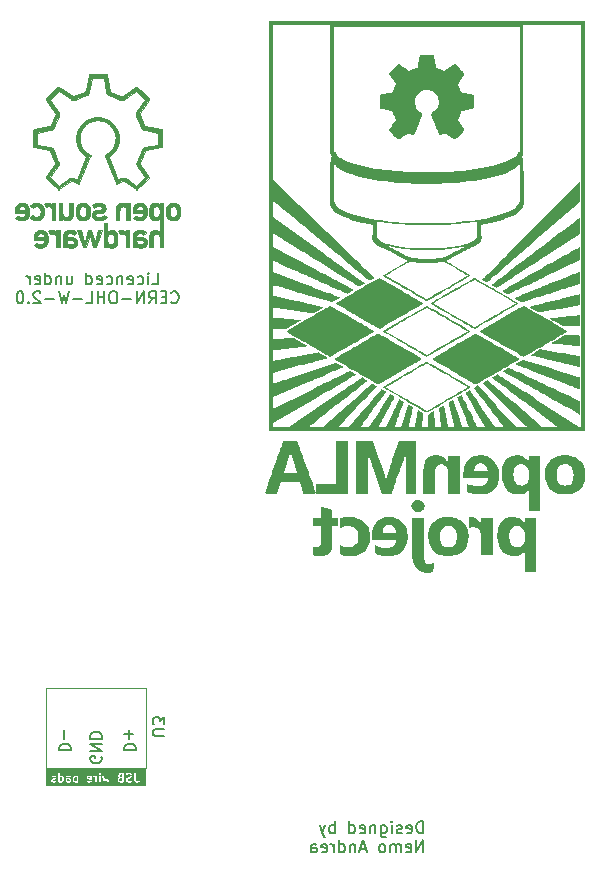
<source format=gbr>
%TF.GenerationSoftware,KiCad,Pcbnew,7.0.1*%
%TF.CreationDate,2023-06-27T14:48:06+02:00*%
%TF.ProjectId,micromirror-board-controller,6d696372-6f6d-4697-9272-6f722d626f61,rev?*%
%TF.SameCoordinates,Original*%
%TF.FileFunction,Legend,Bot*%
%TF.FilePolarity,Positive*%
%FSLAX46Y46*%
G04 Gerber Fmt 4.6, Leading zero omitted, Abs format (unit mm)*
G04 Created by KiCad (PCBNEW 7.0.1) date 2023-06-27 14:48:06*
%MOMM*%
%LPD*%
G01*
G04 APERTURE LIST*
%ADD10C,0.100000*%
%ADD11C,0.150000*%
%ADD12C,0.120000*%
G04 APERTURE END LIST*
D10*
X137986590Y-79958399D02*
X138041527Y-79963748D01*
X138094297Y-79972647D01*
X138144660Y-79985085D01*
X138192375Y-80001048D01*
X138215165Y-80010347D01*
X138237203Y-80020523D01*
X138258459Y-80031575D01*
X138278902Y-80043499D01*
X138298503Y-80056296D01*
X138317232Y-80069962D01*
X138335059Y-80084498D01*
X138351954Y-80099900D01*
X138367886Y-80116168D01*
X138382825Y-80133300D01*
X138396743Y-80151295D01*
X138409607Y-80170150D01*
X138421389Y-80189865D01*
X138432058Y-80210437D01*
X138441585Y-80231865D01*
X138449939Y-80254148D01*
X138457090Y-80277284D01*
X138463009Y-80301271D01*
X138467664Y-80326108D01*
X138471027Y-80351793D01*
X138473066Y-80378324D01*
X138473753Y-80405701D01*
X138473233Y-80428859D01*
X138471689Y-80451392D01*
X138469141Y-80473295D01*
X138465611Y-80494565D01*
X138461119Y-80515199D01*
X138455687Y-80535195D01*
X138449335Y-80554548D01*
X138442085Y-80573256D01*
X138433959Y-80591315D01*
X138424976Y-80608722D01*
X138415159Y-80625474D01*
X138404527Y-80641568D01*
X138393103Y-80657000D01*
X138380908Y-80671767D01*
X138367962Y-80685867D01*
X138354287Y-80699295D01*
X138339904Y-80712049D01*
X138324833Y-80724125D01*
X138309097Y-80735521D01*
X138292716Y-80746232D01*
X138275711Y-80756256D01*
X138258103Y-80765590D01*
X138239913Y-80774230D01*
X138221164Y-80782173D01*
X138201874Y-80789416D01*
X138182067Y-80795956D01*
X138161762Y-80801789D01*
X138140981Y-80806912D01*
X138098076Y-80815017D01*
X138053520Y-80820244D01*
X137794390Y-80843248D01*
X137775762Y-80845132D01*
X137757759Y-80847633D01*
X137740460Y-80850821D01*
X137723945Y-80854767D01*
X137708293Y-80859543D01*
X137693584Y-80865220D01*
X137679898Y-80871869D01*
X137673464Y-80875580D01*
X137667315Y-80879561D01*
X137661461Y-80883820D01*
X137655913Y-80888367D01*
X137650681Y-80893211D01*
X137645774Y-80898360D01*
X137641202Y-80903823D01*
X137636975Y-80909609D01*
X137633104Y-80915727D01*
X137629598Y-80922186D01*
X137626467Y-80928995D01*
X137623722Y-80936162D01*
X137621371Y-80943698D01*
X137619426Y-80951609D01*
X137617895Y-80959906D01*
X137616790Y-80968598D01*
X137616119Y-80977692D01*
X137615893Y-80987199D01*
X137616245Y-80998627D01*
X137617293Y-81009700D01*
X137619022Y-81020417D01*
X137621420Y-81030778D01*
X137624471Y-81040782D01*
X137628162Y-81050429D01*
X137632481Y-81059718D01*
X137637412Y-81068648D01*
X137642942Y-81077220D01*
X137649057Y-81085433D01*
X137655743Y-81093286D01*
X137662988Y-81100779D01*
X137670776Y-81107911D01*
X137679095Y-81114682D01*
X137687930Y-81121091D01*
X137697268Y-81127138D01*
X137707094Y-81132822D01*
X137717396Y-81138143D01*
X137728159Y-81143100D01*
X137739369Y-81147694D01*
X137751014Y-81151922D01*
X137763078Y-81155786D01*
X137775549Y-81159284D01*
X137788412Y-81162416D01*
X137801655Y-81165181D01*
X137815262Y-81167579D01*
X137829220Y-81169609D01*
X137843515Y-81171272D01*
X137858135Y-81172566D01*
X137873064Y-81173490D01*
X137888290Y-81174046D01*
X137903797Y-81174231D01*
X137939833Y-81173491D01*
X137974588Y-81171275D01*
X138008128Y-81167586D01*
X138040522Y-81162427D01*
X138071837Y-81155802D01*
X138102140Y-81147715D01*
X138131499Y-81138170D01*
X138159980Y-81127168D01*
X138187652Y-81114716D01*
X138214582Y-81100815D01*
X138240837Y-81085469D01*
X138266484Y-81068683D01*
X138291591Y-81050459D01*
X138316225Y-81030802D01*
X138340455Y-81009714D01*
X138364346Y-80987199D01*
X138568692Y-81188618D01*
X138533240Y-81220493D01*
X138497067Y-81250283D01*
X138460193Y-81277991D01*
X138422639Y-81303621D01*
X138384427Y-81327177D01*
X138345579Y-81348664D01*
X138306114Y-81368085D01*
X138266055Y-81385445D01*
X138225422Y-81400747D01*
X138184238Y-81413996D01*
X138142522Y-81425195D01*
X138100296Y-81434349D01*
X138057582Y-81441462D01*
X138014400Y-81446538D01*
X137970772Y-81449580D01*
X137926719Y-81450593D01*
X137863952Y-81448682D01*
X137803219Y-81442988D01*
X137744796Y-81433577D01*
X137688963Y-81420510D01*
X137635997Y-81403850D01*
X137586178Y-81383661D01*
X137539782Y-81360005D01*
X137517955Y-81346897D01*
X137497089Y-81332946D01*
X137477217Y-81318160D01*
X137458376Y-81302546D01*
X137440599Y-81286113D01*
X137423922Y-81268869D01*
X137408380Y-81250821D01*
X137394006Y-81231977D01*
X137380836Y-81212346D01*
X137368905Y-81191934D01*
X137358247Y-81170750D01*
X137348897Y-81148802D01*
X137340890Y-81126098D01*
X137334262Y-81102645D01*
X137329045Y-81078451D01*
X137325276Y-81053525D01*
X137322989Y-81027874D01*
X137322219Y-81001505D01*
X137323649Y-80958409D01*
X137328000Y-80916624D01*
X137335359Y-80876318D01*
X137340195Y-80856773D01*
X137345817Y-80837661D01*
X137352235Y-80819003D01*
X137359461Y-80800821D01*
X137367506Y-80783136D01*
X137376382Y-80765969D01*
X137386099Y-80749341D01*
X137396668Y-80733273D01*
X137408101Y-80717787D01*
X137420409Y-80702903D01*
X137433602Y-80688642D01*
X137447693Y-80675027D01*
X137462691Y-80662078D01*
X137478609Y-80649815D01*
X137495457Y-80638261D01*
X137513247Y-80627436D01*
X137531989Y-80617362D01*
X137551696Y-80608060D01*
X137572377Y-80599550D01*
X137594044Y-80591855D01*
X137616708Y-80584994D01*
X137640381Y-80578990D01*
X137665073Y-80573864D01*
X137690796Y-80569636D01*
X137717560Y-80566328D01*
X137745378Y-80563960D01*
X137987194Y-80546810D01*
X138013551Y-80544037D01*
X138037626Y-80540129D01*
X138059498Y-80535160D01*
X138079250Y-80529207D01*
X138096960Y-80522345D01*
X138105074Y-80518597D01*
X138112709Y-80514650D01*
X138119873Y-80510514D01*
X138126577Y-80506198D01*
X138132831Y-80501712D01*
X138138645Y-80497065D01*
X138144028Y-80492266D01*
X138148992Y-80487326D01*
X138157699Y-80477056D01*
X138164847Y-80466332D01*
X138170515Y-80455230D01*
X138174784Y-80443824D01*
X138177734Y-80432192D01*
X138179445Y-80420408D01*
X138179997Y-80408548D01*
X138179810Y-80399191D01*
X138179240Y-80389993D01*
X138178278Y-80380964D01*
X138176911Y-80372112D01*
X138175129Y-80363447D01*
X138172921Y-80354978D01*
X138170275Y-80346713D01*
X138167181Y-80338662D01*
X138163628Y-80330833D01*
X138159604Y-80323237D01*
X138155098Y-80315881D01*
X138150100Y-80308774D01*
X138144598Y-80301927D01*
X138138581Y-80295347D01*
X138132038Y-80289044D01*
X138124959Y-80283026D01*
X138117331Y-80277304D01*
X138109145Y-80271885D01*
X138100388Y-80266779D01*
X138091050Y-80261995D01*
X138081121Y-80257542D01*
X138070588Y-80253429D01*
X138059440Y-80249665D01*
X138047667Y-80246258D01*
X138035258Y-80243219D01*
X138022202Y-80240556D01*
X138008487Y-80238277D01*
X137994102Y-80236393D01*
X137979036Y-80234912D01*
X137963279Y-80233842D01*
X137946819Y-80233194D01*
X137929646Y-80232976D01*
X137900405Y-80233611D01*
X137872055Y-80235487D01*
X137844541Y-80238562D01*
X137817807Y-80242794D01*
X137791800Y-80248138D01*
X137766464Y-80254554D01*
X137741745Y-80261998D01*
X137717589Y-80270427D01*
X137693940Y-80279800D01*
X137670745Y-80290072D01*
X137647947Y-80301203D01*
X137625494Y-80313149D01*
X137603330Y-80325867D01*
X137581400Y-80339315D01*
X137559650Y-80353451D01*
X137538025Y-80368231D01*
X137356764Y-80155350D01*
X137384105Y-80133186D01*
X137412199Y-80112085D01*
X137441126Y-80092097D01*
X137470968Y-80073272D01*
X137501804Y-80055662D01*
X137533717Y-80039317D01*
X137566785Y-80024288D01*
X137601090Y-80010626D01*
X137636712Y-79998381D01*
X137673733Y-79987604D01*
X137712232Y-79978346D01*
X137752290Y-79970657D01*
X137793988Y-79964589D01*
X137837406Y-79960192D01*
X137882625Y-79957516D01*
X137929726Y-79956613D01*
X137986590Y-79958399D01*
G36*
X137986590Y-79958399D02*
G01*
X138041527Y-79963748D01*
X138094297Y-79972647D01*
X138144660Y-79985085D01*
X138192375Y-80001048D01*
X138215165Y-80010347D01*
X138237203Y-80020523D01*
X138258459Y-80031575D01*
X138278902Y-80043499D01*
X138298503Y-80056296D01*
X138317232Y-80069962D01*
X138335059Y-80084498D01*
X138351954Y-80099900D01*
X138367886Y-80116168D01*
X138382825Y-80133300D01*
X138396743Y-80151295D01*
X138409607Y-80170150D01*
X138421389Y-80189865D01*
X138432058Y-80210437D01*
X138441585Y-80231865D01*
X138449939Y-80254148D01*
X138457090Y-80277284D01*
X138463009Y-80301271D01*
X138467664Y-80326108D01*
X138471027Y-80351793D01*
X138473066Y-80378324D01*
X138473753Y-80405701D01*
X138473233Y-80428859D01*
X138471689Y-80451392D01*
X138469141Y-80473295D01*
X138465611Y-80494565D01*
X138461119Y-80515199D01*
X138455687Y-80535195D01*
X138449335Y-80554548D01*
X138442085Y-80573256D01*
X138433959Y-80591315D01*
X138424976Y-80608722D01*
X138415159Y-80625474D01*
X138404527Y-80641568D01*
X138393103Y-80657000D01*
X138380908Y-80671767D01*
X138367962Y-80685867D01*
X138354287Y-80699295D01*
X138339904Y-80712049D01*
X138324833Y-80724125D01*
X138309097Y-80735521D01*
X138292716Y-80746232D01*
X138275711Y-80756256D01*
X138258103Y-80765590D01*
X138239913Y-80774230D01*
X138221164Y-80782173D01*
X138201874Y-80789416D01*
X138182067Y-80795956D01*
X138161762Y-80801789D01*
X138140981Y-80806912D01*
X138098076Y-80815017D01*
X138053520Y-80820244D01*
X137794390Y-80843248D01*
X137775762Y-80845132D01*
X137757759Y-80847633D01*
X137740460Y-80850821D01*
X137723945Y-80854767D01*
X137708293Y-80859543D01*
X137693584Y-80865220D01*
X137679898Y-80871869D01*
X137673464Y-80875580D01*
X137667315Y-80879561D01*
X137661461Y-80883820D01*
X137655913Y-80888367D01*
X137650681Y-80893211D01*
X137645774Y-80898360D01*
X137641202Y-80903823D01*
X137636975Y-80909609D01*
X137633104Y-80915727D01*
X137629598Y-80922186D01*
X137626467Y-80928995D01*
X137623722Y-80936162D01*
X137621371Y-80943698D01*
X137619426Y-80951609D01*
X137617895Y-80959906D01*
X137616790Y-80968598D01*
X137616119Y-80977692D01*
X137615893Y-80987199D01*
X137616245Y-80998627D01*
X137617293Y-81009700D01*
X137619022Y-81020417D01*
X137621420Y-81030778D01*
X137624471Y-81040782D01*
X137628162Y-81050429D01*
X137632481Y-81059718D01*
X137637412Y-81068648D01*
X137642942Y-81077220D01*
X137649057Y-81085433D01*
X137655743Y-81093286D01*
X137662988Y-81100779D01*
X137670776Y-81107911D01*
X137679095Y-81114682D01*
X137687930Y-81121091D01*
X137697268Y-81127138D01*
X137707094Y-81132822D01*
X137717396Y-81138143D01*
X137728159Y-81143100D01*
X137739369Y-81147694D01*
X137751014Y-81151922D01*
X137763078Y-81155786D01*
X137775549Y-81159284D01*
X137788412Y-81162416D01*
X137801655Y-81165181D01*
X137815262Y-81167579D01*
X137829220Y-81169609D01*
X137843515Y-81171272D01*
X137858135Y-81172566D01*
X137873064Y-81173490D01*
X137888290Y-81174046D01*
X137903797Y-81174231D01*
X137939833Y-81173491D01*
X137974588Y-81171275D01*
X138008128Y-81167586D01*
X138040522Y-81162427D01*
X138071837Y-81155802D01*
X138102140Y-81147715D01*
X138131499Y-81138170D01*
X138159980Y-81127168D01*
X138187652Y-81114716D01*
X138214582Y-81100815D01*
X138240837Y-81085469D01*
X138266484Y-81068683D01*
X138291591Y-81050459D01*
X138316225Y-81030802D01*
X138340455Y-81009714D01*
X138364346Y-80987199D01*
X138568692Y-81188618D01*
X138533240Y-81220493D01*
X138497067Y-81250283D01*
X138460193Y-81277991D01*
X138422639Y-81303621D01*
X138384427Y-81327177D01*
X138345579Y-81348664D01*
X138306114Y-81368085D01*
X138266055Y-81385445D01*
X138225422Y-81400747D01*
X138184238Y-81413996D01*
X138142522Y-81425195D01*
X138100296Y-81434349D01*
X138057582Y-81441462D01*
X138014400Y-81446538D01*
X137970772Y-81449580D01*
X137926719Y-81450593D01*
X137863952Y-81448682D01*
X137803219Y-81442988D01*
X137744796Y-81433577D01*
X137688963Y-81420510D01*
X137635997Y-81403850D01*
X137586178Y-81383661D01*
X137539782Y-81360005D01*
X137517955Y-81346897D01*
X137497089Y-81332946D01*
X137477217Y-81318160D01*
X137458376Y-81302546D01*
X137440599Y-81286113D01*
X137423922Y-81268869D01*
X137408380Y-81250821D01*
X137394006Y-81231977D01*
X137380836Y-81212346D01*
X137368905Y-81191934D01*
X137358247Y-81170750D01*
X137348897Y-81148802D01*
X137340890Y-81126098D01*
X137334262Y-81102645D01*
X137329045Y-81078451D01*
X137325276Y-81053525D01*
X137322989Y-81027874D01*
X137322219Y-81001505D01*
X137323649Y-80958409D01*
X137328000Y-80916624D01*
X137335359Y-80876318D01*
X137340195Y-80856773D01*
X137345817Y-80837661D01*
X137352235Y-80819003D01*
X137359461Y-80800821D01*
X137367506Y-80783136D01*
X137376382Y-80765969D01*
X137386099Y-80749341D01*
X137396668Y-80733273D01*
X137408101Y-80717787D01*
X137420409Y-80702903D01*
X137433602Y-80688642D01*
X137447693Y-80675027D01*
X137462691Y-80662078D01*
X137478609Y-80649815D01*
X137495457Y-80638261D01*
X137513247Y-80627436D01*
X137531989Y-80617362D01*
X137551696Y-80608060D01*
X137572377Y-80599550D01*
X137594044Y-80591855D01*
X137616708Y-80584994D01*
X137640381Y-80578990D01*
X137665073Y-80573864D01*
X137690796Y-80569636D01*
X137717560Y-80566328D01*
X137745378Y-80563960D01*
X137987194Y-80546810D01*
X138013551Y-80544037D01*
X138037626Y-80540129D01*
X138059498Y-80535160D01*
X138079250Y-80529207D01*
X138096960Y-80522345D01*
X138105074Y-80518597D01*
X138112709Y-80514650D01*
X138119873Y-80510514D01*
X138126577Y-80506198D01*
X138132831Y-80501712D01*
X138138645Y-80497065D01*
X138144028Y-80492266D01*
X138148992Y-80487326D01*
X138157699Y-80477056D01*
X138164847Y-80466332D01*
X138170515Y-80455230D01*
X138174784Y-80443824D01*
X138177734Y-80432192D01*
X138179445Y-80420408D01*
X138179997Y-80408548D01*
X138179810Y-80399191D01*
X138179240Y-80389993D01*
X138178278Y-80380964D01*
X138176911Y-80372112D01*
X138175129Y-80363447D01*
X138172921Y-80354978D01*
X138170275Y-80346713D01*
X138167181Y-80338662D01*
X138163628Y-80330833D01*
X138159604Y-80323237D01*
X138155098Y-80315881D01*
X138150100Y-80308774D01*
X138144598Y-80301927D01*
X138138581Y-80295347D01*
X138132038Y-80289044D01*
X138124959Y-80283026D01*
X138117331Y-80277304D01*
X138109145Y-80271885D01*
X138100388Y-80266779D01*
X138091050Y-80261995D01*
X138081121Y-80257542D01*
X138070588Y-80253429D01*
X138059440Y-80249665D01*
X138047667Y-80246258D01*
X138035258Y-80243219D01*
X138022202Y-80240556D01*
X138008487Y-80238277D01*
X137994102Y-80236393D01*
X137979036Y-80234912D01*
X137963279Y-80233842D01*
X137946819Y-80233194D01*
X137929646Y-80232976D01*
X137900405Y-80233611D01*
X137872055Y-80235487D01*
X137844541Y-80238562D01*
X137817807Y-80242794D01*
X137791800Y-80248138D01*
X137766464Y-80254554D01*
X137741745Y-80261998D01*
X137717589Y-80270427D01*
X137693940Y-80279800D01*
X137670745Y-80290072D01*
X137647947Y-80301203D01*
X137625494Y-80313149D01*
X137603330Y-80325867D01*
X137581400Y-80339315D01*
X137559650Y-80353451D01*
X137538025Y-80368231D01*
X137356764Y-80155350D01*
X137384105Y-80133186D01*
X137412199Y-80112085D01*
X137441126Y-80092097D01*
X137470968Y-80073272D01*
X137501804Y-80055662D01*
X137533717Y-80039317D01*
X137566785Y-80024288D01*
X137601090Y-80010626D01*
X137636712Y-79998381D01*
X137673733Y-79987604D01*
X137712232Y-79978346D01*
X137752290Y-79970657D01*
X137793988Y-79964589D01*
X137837406Y-79960192D01*
X137882625Y-79957516D01*
X137929726Y-79956613D01*
X137986590Y-79958399D01*
G37*
X136074215Y-83295226D02*
X136074528Y-83309614D01*
X136073972Y-83333186D01*
X136072314Y-83356378D01*
X136069562Y-83379168D01*
X136065726Y-83401531D01*
X136060818Y-83423442D01*
X136054846Y-83444878D01*
X136047820Y-83465814D01*
X136039751Y-83486226D01*
X136030649Y-83506089D01*
X136020524Y-83525380D01*
X136009386Y-83544074D01*
X135997244Y-83562148D01*
X135984109Y-83579576D01*
X135969991Y-83596334D01*
X135954900Y-83612399D01*
X135938846Y-83627745D01*
X135921839Y-83642350D01*
X135903889Y-83656187D01*
X135885006Y-83669234D01*
X135865200Y-83681467D01*
X135844482Y-83692859D01*
X135822860Y-83703389D01*
X135800346Y-83713030D01*
X135776948Y-83721760D01*
X135752678Y-83729554D01*
X135727546Y-83736386D01*
X135701560Y-83742235D01*
X135674732Y-83747074D01*
X135647071Y-83750880D01*
X135618588Y-83753629D01*
X135589292Y-83755296D01*
X135559193Y-83755857D01*
X135523092Y-83755316D01*
X135489196Y-83753683D01*
X135457422Y-83750946D01*
X135427687Y-83747092D01*
X135399905Y-83742108D01*
X135373994Y-83735981D01*
X135349869Y-83728698D01*
X135327446Y-83720245D01*
X135306642Y-83710610D01*
X135287372Y-83699781D01*
X135269552Y-83687743D01*
X135253099Y-83674484D01*
X135237929Y-83659991D01*
X135223957Y-83644251D01*
X135211099Y-83627251D01*
X135199273Y-83608979D01*
X135193582Y-83608979D01*
X135193582Y-83738543D01*
X134899827Y-83738543D01*
X134899827Y-83226055D01*
X135193502Y-83226055D01*
X135193749Y-83246798D01*
X135194499Y-83266392D01*
X135195767Y-83284869D01*
X135197567Y-83302261D01*
X135199913Y-83318601D01*
X135202819Y-83333919D01*
X135206299Y-83348249D01*
X135210368Y-83361623D01*
X135215041Y-83374073D01*
X135220330Y-83385631D01*
X135226251Y-83396329D01*
X135232817Y-83406199D01*
X135240043Y-83415275D01*
X135247944Y-83423587D01*
X135256532Y-83431168D01*
X135265824Y-83438051D01*
X135275832Y-83444267D01*
X135286571Y-83449849D01*
X135298055Y-83454828D01*
X135310299Y-83459238D01*
X135323316Y-83463110D01*
X135337121Y-83466476D01*
X135351729Y-83469369D01*
X135367153Y-83471821D01*
X135400507Y-83475529D01*
X135437297Y-83477859D01*
X135477637Y-83479068D01*
X135521642Y-83479414D01*
X135557469Y-83478420D01*
X135590529Y-83475511D01*
X135620884Y-83470796D01*
X135648596Y-83464386D01*
X135661482Y-83460579D01*
X135673730Y-83456390D01*
X135685350Y-83451832D01*
X135696348Y-83446919D01*
X135706733Y-83441664D01*
X135716513Y-83436082D01*
X135725695Y-83430186D01*
X135734288Y-83423989D01*
X135742298Y-83417506D01*
X135749735Y-83410751D01*
X135756606Y-83403736D01*
X135762919Y-83396476D01*
X135768681Y-83388985D01*
X135773901Y-83381275D01*
X135778587Y-83373362D01*
X135782746Y-83365258D01*
X135789515Y-83348535D01*
X135794273Y-83331215D01*
X135797081Y-83313409D01*
X135798003Y-83295226D01*
X135797766Y-83285347D01*
X135797055Y-83275692D01*
X135795868Y-83266268D01*
X135794201Y-83257080D01*
X135792054Y-83248135D01*
X135789423Y-83239438D01*
X135786308Y-83230995D01*
X135782705Y-83222812D01*
X135778614Y-83214895D01*
X135774030Y-83207249D01*
X135768954Y-83199880D01*
X135763382Y-83192794D01*
X135757312Y-83185998D01*
X135750743Y-83179496D01*
X135743671Y-83173294D01*
X135736096Y-83167399D01*
X135728015Y-83161816D01*
X135719425Y-83156551D01*
X135710326Y-83151610D01*
X135700714Y-83146999D01*
X135690587Y-83142723D01*
X135679944Y-83138789D01*
X135668783Y-83135201D01*
X135657101Y-83131967D01*
X135644895Y-83129091D01*
X135632165Y-83126580D01*
X135618908Y-83124439D01*
X135605122Y-83122674D01*
X135590805Y-83121291D01*
X135575954Y-83120297D01*
X135560568Y-83119695D01*
X135544644Y-83119494D01*
X135193502Y-83119494D01*
X135193502Y-83226055D01*
X134899827Y-83226055D01*
X134899827Y-82742503D01*
X134900548Y-82709471D01*
X134902696Y-82677818D01*
X134906245Y-82647520D01*
X134911172Y-82618557D01*
X134917449Y-82590907D01*
X134925054Y-82564549D01*
X134933962Y-82539460D01*
X134944146Y-82515619D01*
X134955584Y-82493005D01*
X134968249Y-82471596D01*
X134982116Y-82451371D01*
X134997162Y-82432307D01*
X135013362Y-82414384D01*
X135030690Y-82397579D01*
X135049121Y-82381872D01*
X135068631Y-82367240D01*
X135089195Y-82353662D01*
X135110789Y-82341116D01*
X135133386Y-82329582D01*
X135156963Y-82319036D01*
X135181495Y-82309458D01*
X135206957Y-82300827D01*
X135233324Y-82293119D01*
X135260570Y-82286315D01*
X135288673Y-82280392D01*
X135317605Y-82275329D01*
X135377863Y-82267695D01*
X135441146Y-82263242D01*
X135507253Y-82261795D01*
X135547595Y-82262479D01*
X135586604Y-82264569D01*
X135624293Y-82268124D01*
X135660673Y-82273206D01*
X135695756Y-82279872D01*
X135729555Y-82288183D01*
X135762082Y-82298197D01*
X135793349Y-82309976D01*
X135823369Y-82323578D01*
X135852152Y-82339062D01*
X135879712Y-82356488D01*
X135906061Y-82375917D01*
X135931210Y-82397406D01*
X135955172Y-82421016D01*
X135977960Y-82446807D01*
X135999584Y-82474838D01*
X135769229Y-82650410D01*
X135764314Y-82642743D01*
X135759270Y-82635391D01*
X135754087Y-82628349D01*
X135748753Y-82621613D01*
X135743256Y-82615177D01*
X135737587Y-82609038D01*
X135731733Y-82603190D01*
X135725684Y-82597629D01*
X135719428Y-82592349D01*
X135712955Y-82587348D01*
X135706253Y-82582619D01*
X135699312Y-82578157D01*
X135692119Y-82573960D01*
X135684665Y-82570021D01*
X135676937Y-82566335D01*
X135668926Y-82562899D01*
X135660619Y-82559708D01*
X135652005Y-82556757D01*
X135643074Y-82554040D01*
X135633815Y-82551554D01*
X135624216Y-82549294D01*
X135614266Y-82547255D01*
X135603954Y-82545433D01*
X135593269Y-82543822D01*
X135570736Y-82541217D01*
X135546577Y-82539403D01*
X135520705Y-82538342D01*
X135493029Y-82537997D01*
X135455027Y-82538582D01*
X135419813Y-82540376D01*
X135387341Y-82543438D01*
X135357564Y-82547825D01*
X135330436Y-82553598D01*
X135305911Y-82560813D01*
X135283941Y-82569530D01*
X135273901Y-82574469D01*
X135264482Y-82579806D01*
X135255679Y-82585548D01*
X135247486Y-82591701D01*
X135239897Y-82598274D01*
X135232906Y-82605273D01*
X135226508Y-82612706D01*
X135220697Y-82620580D01*
X135215467Y-82628902D01*
X135210812Y-82637681D01*
X135206726Y-82646922D01*
X135203204Y-82656634D01*
X135200240Y-82666823D01*
X135197828Y-82677497D01*
X135195962Y-82688664D01*
X135194636Y-82700330D01*
X135193582Y-82725190D01*
X135193582Y-82877757D01*
X135599510Y-82877757D01*
X135628470Y-82878335D01*
X135656536Y-82880046D01*
X135683706Y-82882862D01*
X135709979Y-82886752D01*
X135735352Y-82891686D01*
X135759825Y-82897635D01*
X135783395Y-82904567D01*
X135806062Y-82912453D01*
X135827822Y-82921262D01*
X135848675Y-82930965D01*
X135868619Y-82941532D01*
X135887652Y-82952933D01*
X135905773Y-82965136D01*
X135922980Y-82978113D01*
X135939271Y-82991833D01*
X135954645Y-83006266D01*
X135969100Y-83021382D01*
X135982635Y-83037151D01*
X135995247Y-83053543D01*
X136006935Y-83070527D01*
X136017698Y-83088074D01*
X136027533Y-83106153D01*
X136036440Y-83124735D01*
X136044416Y-83143789D01*
X136051460Y-83163286D01*
X136057570Y-83183194D01*
X136062745Y-83203485D01*
X136066982Y-83224127D01*
X136070281Y-83245092D01*
X136072639Y-83266348D01*
X136074055Y-83287865D01*
X136074215Y-83295226D01*
G36*
X136074215Y-83295226D02*
G01*
X136074528Y-83309614D01*
X136073972Y-83333186D01*
X136072314Y-83356378D01*
X136069562Y-83379168D01*
X136065726Y-83401531D01*
X136060818Y-83423442D01*
X136054846Y-83444878D01*
X136047820Y-83465814D01*
X136039751Y-83486226D01*
X136030649Y-83506089D01*
X136020524Y-83525380D01*
X136009386Y-83544074D01*
X135997244Y-83562148D01*
X135984109Y-83579576D01*
X135969991Y-83596334D01*
X135954900Y-83612399D01*
X135938846Y-83627745D01*
X135921839Y-83642350D01*
X135903889Y-83656187D01*
X135885006Y-83669234D01*
X135865200Y-83681467D01*
X135844482Y-83692859D01*
X135822860Y-83703389D01*
X135800346Y-83713030D01*
X135776948Y-83721760D01*
X135752678Y-83729554D01*
X135727546Y-83736386D01*
X135701560Y-83742235D01*
X135674732Y-83747074D01*
X135647071Y-83750880D01*
X135618588Y-83753629D01*
X135589292Y-83755296D01*
X135559193Y-83755857D01*
X135523092Y-83755316D01*
X135489196Y-83753683D01*
X135457422Y-83750946D01*
X135427687Y-83747092D01*
X135399905Y-83742108D01*
X135373994Y-83735981D01*
X135349869Y-83728698D01*
X135327446Y-83720245D01*
X135306642Y-83710610D01*
X135287372Y-83699781D01*
X135269552Y-83687743D01*
X135253099Y-83674484D01*
X135237929Y-83659991D01*
X135223957Y-83644251D01*
X135211099Y-83627251D01*
X135199273Y-83608979D01*
X135193582Y-83608979D01*
X135193582Y-83738543D01*
X134899827Y-83738543D01*
X134899827Y-83226055D01*
X135193502Y-83226055D01*
X135193749Y-83246798D01*
X135194499Y-83266392D01*
X135195767Y-83284869D01*
X135197567Y-83302261D01*
X135199913Y-83318601D01*
X135202819Y-83333919D01*
X135206299Y-83348249D01*
X135210368Y-83361623D01*
X135215041Y-83374073D01*
X135220330Y-83385631D01*
X135226251Y-83396329D01*
X135232817Y-83406199D01*
X135240043Y-83415275D01*
X135247944Y-83423587D01*
X135256532Y-83431168D01*
X135265824Y-83438051D01*
X135275832Y-83444267D01*
X135286571Y-83449849D01*
X135298055Y-83454828D01*
X135310299Y-83459238D01*
X135323316Y-83463110D01*
X135337121Y-83466476D01*
X135351729Y-83469369D01*
X135367153Y-83471821D01*
X135400507Y-83475529D01*
X135437297Y-83477859D01*
X135477637Y-83479068D01*
X135521642Y-83479414D01*
X135557469Y-83478420D01*
X135590529Y-83475511D01*
X135620884Y-83470796D01*
X135648596Y-83464386D01*
X135661482Y-83460579D01*
X135673730Y-83456390D01*
X135685350Y-83451832D01*
X135696348Y-83446919D01*
X135706733Y-83441664D01*
X135716513Y-83436082D01*
X135725695Y-83430186D01*
X135734288Y-83423989D01*
X135742298Y-83417506D01*
X135749735Y-83410751D01*
X135756606Y-83403736D01*
X135762919Y-83396476D01*
X135768681Y-83388985D01*
X135773901Y-83381275D01*
X135778587Y-83373362D01*
X135782746Y-83365258D01*
X135789515Y-83348535D01*
X135794273Y-83331215D01*
X135797081Y-83313409D01*
X135798003Y-83295226D01*
X135797766Y-83285347D01*
X135797055Y-83275692D01*
X135795868Y-83266268D01*
X135794201Y-83257080D01*
X135792054Y-83248135D01*
X135789423Y-83239438D01*
X135786308Y-83230995D01*
X135782705Y-83222812D01*
X135778614Y-83214895D01*
X135774030Y-83207249D01*
X135768954Y-83199880D01*
X135763382Y-83192794D01*
X135757312Y-83185998D01*
X135750743Y-83179496D01*
X135743671Y-83173294D01*
X135736096Y-83167399D01*
X135728015Y-83161816D01*
X135719425Y-83156551D01*
X135710326Y-83151610D01*
X135700714Y-83146999D01*
X135690587Y-83142723D01*
X135679944Y-83138789D01*
X135668783Y-83135201D01*
X135657101Y-83131967D01*
X135644895Y-83129091D01*
X135632165Y-83126580D01*
X135618908Y-83124439D01*
X135605122Y-83122674D01*
X135590805Y-83121291D01*
X135575954Y-83120297D01*
X135560568Y-83119695D01*
X135544644Y-83119494D01*
X135193502Y-83119494D01*
X135193502Y-83226055D01*
X134899827Y-83226055D01*
X134899827Y-82742503D01*
X134900548Y-82709471D01*
X134902696Y-82677818D01*
X134906245Y-82647520D01*
X134911172Y-82618557D01*
X134917449Y-82590907D01*
X134925054Y-82564549D01*
X134933962Y-82539460D01*
X134944146Y-82515619D01*
X134955584Y-82493005D01*
X134968249Y-82471596D01*
X134982116Y-82451371D01*
X134997162Y-82432307D01*
X135013362Y-82414384D01*
X135030690Y-82397579D01*
X135049121Y-82381872D01*
X135068631Y-82367240D01*
X135089195Y-82353662D01*
X135110789Y-82341116D01*
X135133386Y-82329582D01*
X135156963Y-82319036D01*
X135181495Y-82309458D01*
X135206957Y-82300827D01*
X135233324Y-82293119D01*
X135260570Y-82286315D01*
X135288673Y-82280392D01*
X135317605Y-82275329D01*
X135377863Y-82267695D01*
X135441146Y-82263242D01*
X135507253Y-82261795D01*
X135547595Y-82262479D01*
X135586604Y-82264569D01*
X135624293Y-82268124D01*
X135660673Y-82273206D01*
X135695756Y-82279872D01*
X135729555Y-82288183D01*
X135762082Y-82298197D01*
X135793349Y-82309976D01*
X135823369Y-82323578D01*
X135852152Y-82339062D01*
X135879712Y-82356488D01*
X135906061Y-82375917D01*
X135931210Y-82397406D01*
X135955172Y-82421016D01*
X135977960Y-82446807D01*
X135999584Y-82474838D01*
X135769229Y-82650410D01*
X135764314Y-82642743D01*
X135759270Y-82635391D01*
X135754087Y-82628349D01*
X135748753Y-82621613D01*
X135743256Y-82615177D01*
X135737587Y-82609038D01*
X135731733Y-82603190D01*
X135725684Y-82597629D01*
X135719428Y-82592349D01*
X135712955Y-82587348D01*
X135706253Y-82582619D01*
X135699312Y-82578157D01*
X135692119Y-82573960D01*
X135684665Y-82570021D01*
X135676937Y-82566335D01*
X135668926Y-82562899D01*
X135660619Y-82559708D01*
X135652005Y-82556757D01*
X135643074Y-82554040D01*
X135633815Y-82551554D01*
X135624216Y-82549294D01*
X135614266Y-82547255D01*
X135603954Y-82545433D01*
X135593269Y-82543822D01*
X135570736Y-82541217D01*
X135546577Y-82539403D01*
X135520705Y-82538342D01*
X135493029Y-82537997D01*
X135455027Y-82538582D01*
X135419813Y-82540376D01*
X135387341Y-82543438D01*
X135357564Y-82547825D01*
X135330436Y-82553598D01*
X135305911Y-82560813D01*
X135283941Y-82569530D01*
X135273901Y-82574469D01*
X135264482Y-82579806D01*
X135255679Y-82585548D01*
X135247486Y-82591701D01*
X135239897Y-82598274D01*
X135232906Y-82605273D01*
X135226508Y-82612706D01*
X135220697Y-82620580D01*
X135215467Y-82628902D01*
X135210812Y-82637681D01*
X135206726Y-82646922D01*
X135203204Y-82656634D01*
X135200240Y-82666823D01*
X135197828Y-82677497D01*
X135195962Y-82688664D01*
X135194636Y-82700330D01*
X135193582Y-82725190D01*
X135193582Y-82877757D01*
X135599510Y-82877757D01*
X135628470Y-82878335D01*
X135656536Y-82880046D01*
X135683706Y-82882862D01*
X135709979Y-82886752D01*
X135735352Y-82891686D01*
X135759825Y-82897635D01*
X135783395Y-82904567D01*
X135806062Y-82912453D01*
X135827822Y-82921262D01*
X135848675Y-82930965D01*
X135868619Y-82941532D01*
X135887652Y-82952933D01*
X135905773Y-82965136D01*
X135922980Y-82978113D01*
X135939271Y-82991833D01*
X135954645Y-83006266D01*
X135969100Y-83021382D01*
X135982635Y-83037151D01*
X135995247Y-83053543D01*
X136006935Y-83070527D01*
X136017698Y-83088074D01*
X136027533Y-83106153D01*
X136036440Y-83124735D01*
X136044416Y-83143789D01*
X136051460Y-83163286D01*
X136057570Y-83183194D01*
X136062745Y-83203485D01*
X136066982Y-83224127D01*
X136070281Y-83245092D01*
X136072639Y-83266348D01*
X136074055Y-83287865D01*
X136074215Y-83295226D01*
G37*
X133580569Y-82877757D02*
X133583693Y-82911051D01*
X133586425Y-82960888D01*
X133587351Y-83012931D01*
X133586342Y-83067747D01*
X133583366Y-83119955D01*
X133578494Y-83169611D01*
X133571800Y-83216774D01*
X133563356Y-83261500D01*
X133553234Y-83303846D01*
X133541508Y-83343868D01*
X133528250Y-83381624D01*
X133513534Y-83417170D01*
X133497431Y-83450564D01*
X133480014Y-83481862D01*
X133461356Y-83511121D01*
X133441530Y-83538398D01*
X133420609Y-83563750D01*
X133398665Y-83587234D01*
X133375771Y-83608907D01*
X133352000Y-83628826D01*
X133327425Y-83647047D01*
X133302117Y-83663628D01*
X133276150Y-83678625D01*
X133249597Y-83692095D01*
X133222530Y-83704095D01*
X133167147Y-83723914D01*
X133110581Y-83738536D01*
X133053415Y-83748417D01*
X132996230Y-83754012D01*
X132939608Y-83755776D01*
X132903019Y-83754959D01*
X132866684Y-83752481D01*
X132830654Y-83748299D01*
X132794979Y-83742372D01*
X132759709Y-83734656D01*
X132724895Y-83725111D01*
X132690587Y-83713693D01*
X132656835Y-83700361D01*
X132623690Y-83685072D01*
X132591202Y-83667785D01*
X132559422Y-83648457D01*
X132528399Y-83627046D01*
X132498185Y-83603510D01*
X132468829Y-83577806D01*
X132440383Y-83549893D01*
X132412895Y-83519729D01*
X132625938Y-83338307D01*
X132642533Y-83354626D01*
X132659874Y-83370041D01*
X132677898Y-83384530D01*
X132696540Y-83398075D01*
X132715738Y-83410653D01*
X132735427Y-83422245D01*
X132755545Y-83432831D01*
X132776027Y-83442389D01*
X132796810Y-83450899D01*
X132817830Y-83458341D01*
X132839025Y-83464694D01*
X132860329Y-83469938D01*
X132881681Y-83474052D01*
X132903015Y-83477017D01*
X132924269Y-83478810D01*
X132945379Y-83479412D01*
X132964114Y-83479058D01*
X132982510Y-83477996D01*
X133000551Y-83476226D01*
X133018221Y-83473749D01*
X133035501Y-83470566D01*
X133052376Y-83466676D01*
X133068829Y-83462082D01*
X133084842Y-83456783D01*
X133100400Y-83450779D01*
X133115484Y-83444072D01*
X133130079Y-83436662D01*
X133144168Y-83428550D01*
X133157733Y-83419736D01*
X133170758Y-83410220D01*
X133183226Y-83400004D01*
X133195121Y-83389087D01*
X133206424Y-83377471D01*
X133217121Y-83365155D01*
X133227193Y-83352141D01*
X133236624Y-83338430D01*
X133245397Y-83324021D01*
X133253496Y-83308915D01*
X133260903Y-83293112D01*
X133267602Y-83276614D01*
X133273576Y-83259421D01*
X133278808Y-83241534D01*
X133283281Y-83222952D01*
X133286978Y-83203677D01*
X133289883Y-83183710D01*
X133291979Y-83163050D01*
X133293249Y-83141698D01*
X133293676Y-83119655D01*
X132384203Y-83119655D01*
X132384203Y-82877757D01*
X132677714Y-82877757D01*
X133293676Y-82877757D01*
X133292782Y-82857281D01*
X133291177Y-82837413D01*
X133288876Y-82818158D01*
X133285893Y-82799518D01*
X133282244Y-82781495D01*
X133277942Y-82764092D01*
X133273004Y-82747312D01*
X133267443Y-82731158D01*
X133261275Y-82715631D01*
X133254513Y-82700735D01*
X133247174Y-82686473D01*
X133239271Y-82672846D01*
X133230820Y-82659859D01*
X133221836Y-82647513D01*
X133212332Y-82635810D01*
X133202324Y-82624755D01*
X133191827Y-82614349D01*
X133180855Y-82604595D01*
X133169424Y-82595496D01*
X133157547Y-82587054D01*
X133145240Y-82579272D01*
X133132518Y-82572153D01*
X133119395Y-82565699D01*
X133105886Y-82559913D01*
X133092006Y-82554798D01*
X133077770Y-82550357D01*
X133063192Y-82546591D01*
X133048287Y-82543504D01*
X133033070Y-82541099D01*
X133017556Y-82539377D01*
X133001760Y-82538342D01*
X132985696Y-82537997D01*
X132969640Y-82538342D01*
X132953866Y-82539377D01*
X132938389Y-82541099D01*
X132923221Y-82543504D01*
X132908375Y-82546591D01*
X132893865Y-82550357D01*
X132879704Y-82554799D01*
X132865905Y-82559914D01*
X132852481Y-82565699D01*
X132839446Y-82572153D01*
X132826813Y-82579272D01*
X132814594Y-82587054D01*
X132802804Y-82595496D01*
X132791455Y-82604595D01*
X132780560Y-82614349D01*
X132770134Y-82624755D01*
X132760188Y-82635811D01*
X132750737Y-82647513D01*
X132741793Y-82659859D01*
X132733369Y-82672847D01*
X132725480Y-82686473D01*
X132718138Y-82700736D01*
X132711356Y-82715631D01*
X132705148Y-82731158D01*
X132699526Y-82747313D01*
X132694504Y-82764093D01*
X132690096Y-82781495D01*
X132686314Y-82799518D01*
X132683171Y-82818159D01*
X132680682Y-82837414D01*
X132678858Y-82857281D01*
X132677714Y-82877757D01*
X132384203Y-82877757D01*
X132384203Y-82877676D01*
X132385013Y-82842734D01*
X132387416Y-82808619D01*
X132391368Y-82775351D01*
X132396826Y-82742948D01*
X132403747Y-82711428D01*
X132412087Y-82680811D01*
X132421804Y-82651113D01*
X132432853Y-82622354D01*
X132445193Y-82594553D01*
X132458779Y-82567727D01*
X132473569Y-82541895D01*
X132489520Y-82517076D01*
X132506587Y-82493288D01*
X132524729Y-82470549D01*
X132543902Y-82448878D01*
X132564062Y-82428293D01*
X132585166Y-82408813D01*
X132607172Y-82390456D01*
X132630036Y-82373240D01*
X132653714Y-82357185D01*
X132678165Y-82342308D01*
X132703344Y-82328628D01*
X132729208Y-82316163D01*
X132755714Y-82304932D01*
X132782819Y-82294954D01*
X132810480Y-82286246D01*
X132838653Y-82278827D01*
X132867296Y-82272716D01*
X132896365Y-82267930D01*
X132925816Y-82264489D01*
X132955608Y-82262411D01*
X132985696Y-82261714D01*
X133038946Y-82263921D01*
X133092551Y-82270736D01*
X133119322Y-82275962D01*
X133145986Y-82282450D01*
X133172476Y-82290235D01*
X133198729Y-82299353D01*
X133224677Y-82309842D01*
X133250257Y-82321738D01*
X133275402Y-82335076D01*
X133300047Y-82349894D01*
X133324127Y-82366228D01*
X133347577Y-82384113D01*
X133370330Y-82403588D01*
X133392323Y-82424687D01*
X133413489Y-82447447D01*
X133433763Y-82471905D01*
X133453079Y-82498096D01*
X133471374Y-82526058D01*
X133488580Y-82555827D01*
X133504633Y-82587439D01*
X133519467Y-82620931D01*
X133533017Y-82656338D01*
X133545218Y-82693697D01*
X133556004Y-82733045D01*
X133565310Y-82774418D01*
X133573070Y-82817853D01*
X133579220Y-82863385D01*
X133580569Y-82877757D01*
G36*
X133580569Y-82877757D02*
G01*
X133583693Y-82911051D01*
X133586425Y-82960888D01*
X133587351Y-83012931D01*
X133586342Y-83067747D01*
X133583366Y-83119955D01*
X133578494Y-83169611D01*
X133571800Y-83216774D01*
X133563356Y-83261500D01*
X133553234Y-83303846D01*
X133541508Y-83343868D01*
X133528250Y-83381624D01*
X133513534Y-83417170D01*
X133497431Y-83450564D01*
X133480014Y-83481862D01*
X133461356Y-83511121D01*
X133441530Y-83538398D01*
X133420609Y-83563750D01*
X133398665Y-83587234D01*
X133375771Y-83608907D01*
X133352000Y-83628826D01*
X133327425Y-83647047D01*
X133302117Y-83663628D01*
X133276150Y-83678625D01*
X133249597Y-83692095D01*
X133222530Y-83704095D01*
X133167147Y-83723914D01*
X133110581Y-83738536D01*
X133053415Y-83748417D01*
X132996230Y-83754012D01*
X132939608Y-83755776D01*
X132903019Y-83754959D01*
X132866684Y-83752481D01*
X132830654Y-83748299D01*
X132794979Y-83742372D01*
X132759709Y-83734656D01*
X132724895Y-83725111D01*
X132690587Y-83713693D01*
X132656835Y-83700361D01*
X132623690Y-83685072D01*
X132591202Y-83667785D01*
X132559422Y-83648457D01*
X132528399Y-83627046D01*
X132498185Y-83603510D01*
X132468829Y-83577806D01*
X132440383Y-83549893D01*
X132412895Y-83519729D01*
X132625938Y-83338307D01*
X132642533Y-83354626D01*
X132659874Y-83370041D01*
X132677898Y-83384530D01*
X132696540Y-83398075D01*
X132715738Y-83410653D01*
X132735427Y-83422245D01*
X132755545Y-83432831D01*
X132776027Y-83442389D01*
X132796810Y-83450899D01*
X132817830Y-83458341D01*
X132839025Y-83464694D01*
X132860329Y-83469938D01*
X132881681Y-83474052D01*
X132903015Y-83477017D01*
X132924269Y-83478810D01*
X132945379Y-83479412D01*
X132964114Y-83479058D01*
X132982510Y-83477996D01*
X133000551Y-83476226D01*
X133018221Y-83473749D01*
X133035501Y-83470566D01*
X133052376Y-83466676D01*
X133068829Y-83462082D01*
X133084842Y-83456783D01*
X133100400Y-83450779D01*
X133115484Y-83444072D01*
X133130079Y-83436662D01*
X133144168Y-83428550D01*
X133157733Y-83419736D01*
X133170758Y-83410220D01*
X133183226Y-83400004D01*
X133195121Y-83389087D01*
X133206424Y-83377471D01*
X133217121Y-83365155D01*
X133227193Y-83352141D01*
X133236624Y-83338430D01*
X133245397Y-83324021D01*
X133253496Y-83308915D01*
X133260903Y-83293112D01*
X133267602Y-83276614D01*
X133273576Y-83259421D01*
X133278808Y-83241534D01*
X133283281Y-83222952D01*
X133286978Y-83203677D01*
X133289883Y-83183710D01*
X133291979Y-83163050D01*
X133293249Y-83141698D01*
X133293676Y-83119655D01*
X132384203Y-83119655D01*
X132384203Y-82877757D01*
X132677714Y-82877757D01*
X133293676Y-82877757D01*
X133292782Y-82857281D01*
X133291177Y-82837413D01*
X133288876Y-82818158D01*
X133285893Y-82799518D01*
X133282244Y-82781495D01*
X133277942Y-82764092D01*
X133273004Y-82747312D01*
X133267443Y-82731158D01*
X133261275Y-82715631D01*
X133254513Y-82700735D01*
X133247174Y-82686473D01*
X133239271Y-82672846D01*
X133230820Y-82659859D01*
X133221836Y-82647513D01*
X133212332Y-82635810D01*
X133202324Y-82624755D01*
X133191827Y-82614349D01*
X133180855Y-82604595D01*
X133169424Y-82595496D01*
X133157547Y-82587054D01*
X133145240Y-82579272D01*
X133132518Y-82572153D01*
X133119395Y-82565699D01*
X133105886Y-82559913D01*
X133092006Y-82554798D01*
X133077770Y-82550357D01*
X133063192Y-82546591D01*
X133048287Y-82543504D01*
X133033070Y-82541099D01*
X133017556Y-82539377D01*
X133001760Y-82538342D01*
X132985696Y-82537997D01*
X132969640Y-82538342D01*
X132953866Y-82539377D01*
X132938389Y-82541099D01*
X132923221Y-82543504D01*
X132908375Y-82546591D01*
X132893865Y-82550357D01*
X132879704Y-82554799D01*
X132865905Y-82559914D01*
X132852481Y-82565699D01*
X132839446Y-82572153D01*
X132826813Y-82579272D01*
X132814594Y-82587054D01*
X132802804Y-82595496D01*
X132791455Y-82604595D01*
X132780560Y-82614349D01*
X132770134Y-82624755D01*
X132760188Y-82635811D01*
X132750737Y-82647513D01*
X132741793Y-82659859D01*
X132733369Y-82672847D01*
X132725480Y-82686473D01*
X132718138Y-82700736D01*
X132711356Y-82715631D01*
X132705148Y-82731158D01*
X132699526Y-82747313D01*
X132694504Y-82764093D01*
X132690096Y-82781495D01*
X132686314Y-82799518D01*
X132683171Y-82818159D01*
X132680682Y-82837414D01*
X132678858Y-82857281D01*
X132677714Y-82877757D01*
X132384203Y-82877757D01*
X132384203Y-82877676D01*
X132385013Y-82842734D01*
X132387416Y-82808619D01*
X132391368Y-82775351D01*
X132396826Y-82742948D01*
X132403747Y-82711428D01*
X132412087Y-82680811D01*
X132421804Y-82651113D01*
X132432853Y-82622354D01*
X132445193Y-82594553D01*
X132458779Y-82567727D01*
X132473569Y-82541895D01*
X132489520Y-82517076D01*
X132506587Y-82493288D01*
X132524729Y-82470549D01*
X132543902Y-82448878D01*
X132564062Y-82428293D01*
X132585166Y-82408813D01*
X132607172Y-82390456D01*
X132630036Y-82373240D01*
X132653714Y-82357185D01*
X132678165Y-82342308D01*
X132703344Y-82328628D01*
X132729208Y-82316163D01*
X132755714Y-82304932D01*
X132782819Y-82294954D01*
X132810480Y-82286246D01*
X132838653Y-82278827D01*
X132867296Y-82272716D01*
X132896365Y-82267930D01*
X132925816Y-82264489D01*
X132955608Y-82262411D01*
X132985696Y-82261714D01*
X133038946Y-82263921D01*
X133092551Y-82270736D01*
X133119322Y-82275962D01*
X133145986Y-82282450D01*
X133172476Y-82290235D01*
X133198729Y-82299353D01*
X133224677Y-82309842D01*
X133250257Y-82321738D01*
X133275402Y-82335076D01*
X133300047Y-82349894D01*
X133324127Y-82366228D01*
X133347577Y-82384113D01*
X133370330Y-82403588D01*
X133392323Y-82424687D01*
X133413489Y-82447447D01*
X133433763Y-82471905D01*
X133453079Y-82498096D01*
X133471374Y-82526058D01*
X133488580Y-82555827D01*
X133504633Y-82587439D01*
X133519467Y-82620931D01*
X133533017Y-82656338D01*
X133545218Y-82693697D01*
X133556004Y-82733045D01*
X133565310Y-82774418D01*
X133573070Y-82817853D01*
X133579220Y-82863385D01*
X133580569Y-82877757D01*
G37*
X137155264Y-80702139D02*
X137154718Y-80759257D01*
X137153061Y-80812080D01*
X137150263Y-80860899D01*
X137146296Y-80906005D01*
X137141130Y-80947688D01*
X137134736Y-80986240D01*
X137127085Y-81021951D01*
X137118148Y-81055111D01*
X137107895Y-81086012D01*
X137096298Y-81114944D01*
X137083327Y-81142199D01*
X137068953Y-81168066D01*
X137053147Y-81192837D01*
X137035879Y-81216803D01*
X137017121Y-81240253D01*
X136996844Y-81263480D01*
X136981076Y-81280288D01*
X136963973Y-81297140D01*
X136945480Y-81313882D01*
X136925542Y-81330355D01*
X136904105Y-81346406D01*
X136881112Y-81361879D01*
X136856510Y-81376616D01*
X136830244Y-81390464D01*
X136816470Y-81397005D01*
X136802259Y-81403266D01*
X136787604Y-81409226D01*
X136772499Y-81414866D01*
X136756936Y-81420167D01*
X136740910Y-81425109D01*
X136724412Y-81429672D01*
X136707437Y-81433838D01*
X136689977Y-81437587D01*
X136672025Y-81440899D01*
X136653575Y-81443755D01*
X136634620Y-81446135D01*
X136615152Y-81448021D01*
X136595166Y-81449391D01*
X136574653Y-81450228D01*
X136553608Y-81450511D01*
X136512021Y-81449391D01*
X136472542Y-81446135D01*
X136435115Y-81440899D01*
X136399685Y-81433838D01*
X136366196Y-81425108D01*
X136334594Y-81414865D01*
X136304824Y-81403265D01*
X136276830Y-81390463D01*
X136250557Y-81376616D01*
X136225950Y-81361878D01*
X136202954Y-81346406D01*
X136181514Y-81330355D01*
X136161574Y-81313881D01*
X136143081Y-81297140D01*
X136125977Y-81280288D01*
X136110209Y-81263480D01*
X136089934Y-81240252D01*
X136071181Y-81216800D01*
X136053921Y-81192831D01*
X136038126Y-81168055D01*
X136023764Y-81142183D01*
X136010806Y-81114924D01*
X135999224Y-81085987D01*
X135988986Y-81055081D01*
X135980064Y-81021918D01*
X135972428Y-80986205D01*
X135966048Y-80947653D01*
X135960894Y-80905971D01*
X135956937Y-80860869D01*
X135954148Y-80812057D01*
X135952496Y-80759244D01*
X135951979Y-80704985D01*
X136245627Y-80704985D01*
X136246471Y-80776988D01*
X136247571Y-80808254D01*
X136249163Y-80836700D01*
X136251277Y-80862581D01*
X136253943Y-80886150D01*
X136257191Y-80907660D01*
X136261050Y-80927365D01*
X136265552Y-80945518D01*
X136270726Y-80962373D01*
X136276602Y-80978184D01*
X136283210Y-80993203D01*
X136290580Y-81007684D01*
X136298742Y-81021882D01*
X136307727Y-81036048D01*
X136317563Y-81050437D01*
X136321751Y-81056064D01*
X136326219Y-81061600D01*
X136335963Y-81072379D01*
X136346736Y-81082728D01*
X136358480Y-81092601D01*
X136371134Y-81101950D01*
X136384640Y-81110730D01*
X136398940Y-81118894D01*
X136413974Y-81126396D01*
X136429684Y-81133190D01*
X136446009Y-81139228D01*
X136462893Y-81144464D01*
X136480274Y-81148853D01*
X136498096Y-81152347D01*
X136516298Y-81154901D01*
X136534821Y-81156467D01*
X136553608Y-81156999D01*
X136572367Y-81156468D01*
X136590871Y-81154904D01*
X136609059Y-81152354D01*
X136626870Y-81148864D01*
X136644246Y-81144481D01*
X136661126Y-81139249D01*
X136677451Y-81133216D01*
X136693160Y-81126427D01*
X136708194Y-81118928D01*
X136722493Y-81110766D01*
X136735996Y-81101986D01*
X136748645Y-81092635D01*
X136760378Y-81082758D01*
X136771137Y-81072402D01*
X136780861Y-81061613D01*
X136789491Y-81050437D01*
X136799328Y-81036047D01*
X136808318Y-81021876D01*
X136816488Y-81007666D01*
X136823868Y-80993158D01*
X136830488Y-80978097D01*
X136836378Y-80962223D01*
X136841567Y-80945280D01*
X136846084Y-80927009D01*
X136849959Y-80907153D01*
X136853222Y-80885455D01*
X136855901Y-80861656D01*
X136858028Y-80835500D01*
X136859630Y-80806727D01*
X136860738Y-80775081D01*
X136861381Y-80740305D01*
X136861589Y-80702139D01*
X136860738Y-80630130D01*
X136859630Y-80598857D01*
X136858028Y-80570402D01*
X136855901Y-80544511D01*
X136853222Y-80520932D01*
X136849959Y-80499413D01*
X136846084Y-80479699D01*
X136841567Y-80461540D01*
X136836378Y-80444681D01*
X136830488Y-80428870D01*
X136823868Y-80413854D01*
X136816488Y-80399381D01*
X136808318Y-80385197D01*
X136799328Y-80371050D01*
X136789491Y-80356688D01*
X136785316Y-80351062D01*
X136780861Y-80345525D01*
X136771137Y-80334746D01*
X136760378Y-80324397D01*
X136748645Y-80314525D01*
X136735996Y-80305175D01*
X136722493Y-80296395D01*
X136708194Y-80288231D01*
X136693160Y-80280729D01*
X136677451Y-80273935D01*
X136661126Y-80267897D01*
X136644246Y-80262660D01*
X136626870Y-80258271D01*
X136609059Y-80254777D01*
X136590871Y-80252224D01*
X136572367Y-80250658D01*
X136553608Y-80250125D01*
X136534821Y-80250657D01*
X136516298Y-80252220D01*
X136498096Y-80254770D01*
X136480274Y-80258260D01*
X136462893Y-80262644D01*
X136446009Y-80267875D01*
X136429684Y-80273909D01*
X136413974Y-80280698D01*
X136398940Y-80288197D01*
X136384640Y-80296359D01*
X136371134Y-80305139D01*
X136358480Y-80314490D01*
X136346736Y-80324367D01*
X136335963Y-80334723D01*
X136326219Y-80345512D01*
X136317563Y-80356688D01*
X136307727Y-80371051D01*
X136298742Y-80385203D01*
X136290580Y-80399399D01*
X136283210Y-80413898D01*
X136276602Y-80428956D01*
X136270726Y-80444831D01*
X136265552Y-80461778D01*
X136261050Y-80480055D01*
X136257191Y-80499919D01*
X136253943Y-80521627D01*
X136251277Y-80545436D01*
X136249163Y-80571602D01*
X136247571Y-80600384D01*
X136246471Y-80632037D01*
X136245833Y-80666818D01*
X136245627Y-80704985D01*
X135951979Y-80704985D01*
X135951952Y-80702139D01*
X135952496Y-80645509D01*
X135954148Y-80593114D01*
X135956937Y-80544669D01*
X135960894Y-80499885D01*
X135966048Y-80458475D01*
X135972428Y-80420154D01*
X135980064Y-80384634D01*
X135988986Y-80351627D01*
X135999224Y-80320848D01*
X136010806Y-80292009D01*
X136023764Y-80264823D01*
X136038126Y-80239002D01*
X136053921Y-80214262D01*
X136071181Y-80190313D01*
X136089934Y-80166870D01*
X136110209Y-80143645D01*
X136125977Y-80126835D01*
X136143081Y-80109977D01*
X136161574Y-80093228D01*
X136181514Y-80076744D01*
X136202954Y-80060681D01*
X136225950Y-80045195D01*
X136250557Y-80030442D01*
X136276830Y-80016579D01*
X136290608Y-80010031D01*
X136304824Y-80003763D01*
X136319483Y-79997795D01*
X136334594Y-79992148D01*
X136350163Y-79986840D01*
X136366196Y-79981891D01*
X136382701Y-79977321D01*
X136399685Y-79973149D01*
X136417154Y-79969395D01*
X136435115Y-79966078D01*
X136453576Y-79963218D01*
X136472542Y-79960834D01*
X136492022Y-79958945D01*
X136512021Y-79957573D01*
X136532548Y-79956734D01*
X136553608Y-79956451D01*
X136595165Y-79957573D01*
X136634620Y-79960834D01*
X136672025Y-79966078D01*
X136707437Y-79973149D01*
X136740910Y-79981891D01*
X136772499Y-79992148D01*
X136802258Y-80003763D01*
X136830244Y-80016580D01*
X136856510Y-80030443D01*
X136881112Y-80045195D01*
X136904104Y-80060681D01*
X136925542Y-80076744D01*
X136945480Y-80093228D01*
X136963973Y-80109977D01*
X136981076Y-80126835D01*
X136996844Y-80143645D01*
X137017121Y-80166883D01*
X137035879Y-80190336D01*
X137053147Y-80214292D01*
X137068953Y-80239037D01*
X137083327Y-80264858D01*
X137096298Y-80292044D01*
X137107895Y-80320882D01*
X137118148Y-80351658D01*
X137127085Y-80384660D01*
X137134736Y-80420176D01*
X137141130Y-80458492D01*
X137146296Y-80499896D01*
X137150263Y-80544676D01*
X137153061Y-80593118D01*
X137154718Y-80645510D01*
X137155264Y-80702139D01*
G36*
X137155264Y-80702139D02*
G01*
X137154718Y-80759257D01*
X137153061Y-80812080D01*
X137150263Y-80860899D01*
X137146296Y-80906005D01*
X137141130Y-80947688D01*
X137134736Y-80986240D01*
X137127085Y-81021951D01*
X137118148Y-81055111D01*
X137107895Y-81086012D01*
X137096298Y-81114944D01*
X137083327Y-81142199D01*
X137068953Y-81168066D01*
X137053147Y-81192837D01*
X137035879Y-81216803D01*
X137017121Y-81240253D01*
X136996844Y-81263480D01*
X136981076Y-81280288D01*
X136963973Y-81297140D01*
X136945480Y-81313882D01*
X136925542Y-81330355D01*
X136904105Y-81346406D01*
X136881112Y-81361879D01*
X136856510Y-81376616D01*
X136830244Y-81390464D01*
X136816470Y-81397005D01*
X136802259Y-81403266D01*
X136787604Y-81409226D01*
X136772499Y-81414866D01*
X136756936Y-81420167D01*
X136740910Y-81425109D01*
X136724412Y-81429672D01*
X136707437Y-81433838D01*
X136689977Y-81437587D01*
X136672025Y-81440899D01*
X136653575Y-81443755D01*
X136634620Y-81446135D01*
X136615152Y-81448021D01*
X136595166Y-81449391D01*
X136574653Y-81450228D01*
X136553608Y-81450511D01*
X136512021Y-81449391D01*
X136472542Y-81446135D01*
X136435115Y-81440899D01*
X136399685Y-81433838D01*
X136366196Y-81425108D01*
X136334594Y-81414865D01*
X136304824Y-81403265D01*
X136276830Y-81390463D01*
X136250557Y-81376616D01*
X136225950Y-81361878D01*
X136202954Y-81346406D01*
X136181514Y-81330355D01*
X136161574Y-81313881D01*
X136143081Y-81297140D01*
X136125977Y-81280288D01*
X136110209Y-81263480D01*
X136089934Y-81240252D01*
X136071181Y-81216800D01*
X136053921Y-81192831D01*
X136038126Y-81168055D01*
X136023764Y-81142183D01*
X136010806Y-81114924D01*
X135999224Y-81085987D01*
X135988986Y-81055081D01*
X135980064Y-81021918D01*
X135972428Y-80986205D01*
X135966048Y-80947653D01*
X135960894Y-80905971D01*
X135956937Y-80860869D01*
X135954148Y-80812057D01*
X135952496Y-80759244D01*
X135951979Y-80704985D01*
X136245627Y-80704985D01*
X136246471Y-80776988D01*
X136247571Y-80808254D01*
X136249163Y-80836700D01*
X136251277Y-80862581D01*
X136253943Y-80886150D01*
X136257191Y-80907660D01*
X136261050Y-80927365D01*
X136265552Y-80945518D01*
X136270726Y-80962373D01*
X136276602Y-80978184D01*
X136283210Y-80993203D01*
X136290580Y-81007684D01*
X136298742Y-81021882D01*
X136307727Y-81036048D01*
X136317563Y-81050437D01*
X136321751Y-81056064D01*
X136326219Y-81061600D01*
X136335963Y-81072379D01*
X136346736Y-81082728D01*
X136358480Y-81092601D01*
X136371134Y-81101950D01*
X136384640Y-81110730D01*
X136398940Y-81118894D01*
X136413974Y-81126396D01*
X136429684Y-81133190D01*
X136446009Y-81139228D01*
X136462893Y-81144464D01*
X136480274Y-81148853D01*
X136498096Y-81152347D01*
X136516298Y-81154901D01*
X136534821Y-81156467D01*
X136553608Y-81156999D01*
X136572367Y-81156468D01*
X136590871Y-81154904D01*
X136609059Y-81152354D01*
X136626870Y-81148864D01*
X136644246Y-81144481D01*
X136661126Y-81139249D01*
X136677451Y-81133216D01*
X136693160Y-81126427D01*
X136708194Y-81118928D01*
X136722493Y-81110766D01*
X136735996Y-81101986D01*
X136748645Y-81092635D01*
X136760378Y-81082758D01*
X136771137Y-81072402D01*
X136780861Y-81061613D01*
X136789491Y-81050437D01*
X136799328Y-81036047D01*
X136808318Y-81021876D01*
X136816488Y-81007666D01*
X136823868Y-80993158D01*
X136830488Y-80978097D01*
X136836378Y-80962223D01*
X136841567Y-80945280D01*
X136846084Y-80927009D01*
X136849959Y-80907153D01*
X136853222Y-80885455D01*
X136855901Y-80861656D01*
X136858028Y-80835500D01*
X136859630Y-80806727D01*
X136860738Y-80775081D01*
X136861381Y-80740305D01*
X136861589Y-80702139D01*
X136860738Y-80630130D01*
X136859630Y-80598857D01*
X136858028Y-80570402D01*
X136855901Y-80544511D01*
X136853222Y-80520932D01*
X136849959Y-80499413D01*
X136846084Y-80479699D01*
X136841567Y-80461540D01*
X136836378Y-80444681D01*
X136830488Y-80428870D01*
X136823868Y-80413854D01*
X136816488Y-80399381D01*
X136808318Y-80385197D01*
X136799328Y-80371050D01*
X136789491Y-80356688D01*
X136785316Y-80351062D01*
X136780861Y-80345525D01*
X136771137Y-80334746D01*
X136760378Y-80324397D01*
X136748645Y-80314525D01*
X136735996Y-80305175D01*
X136722493Y-80296395D01*
X136708194Y-80288231D01*
X136693160Y-80280729D01*
X136677451Y-80273935D01*
X136661126Y-80267897D01*
X136644246Y-80262660D01*
X136626870Y-80258271D01*
X136609059Y-80254777D01*
X136590871Y-80252224D01*
X136572367Y-80250658D01*
X136553608Y-80250125D01*
X136534821Y-80250657D01*
X136516298Y-80252220D01*
X136498096Y-80254770D01*
X136480274Y-80258260D01*
X136462893Y-80262644D01*
X136446009Y-80267875D01*
X136429684Y-80273909D01*
X136413974Y-80280698D01*
X136398940Y-80288197D01*
X136384640Y-80296359D01*
X136371134Y-80305139D01*
X136358480Y-80314490D01*
X136346736Y-80324367D01*
X136335963Y-80334723D01*
X136326219Y-80345512D01*
X136317563Y-80356688D01*
X136307727Y-80371051D01*
X136298742Y-80385203D01*
X136290580Y-80399399D01*
X136283210Y-80413898D01*
X136276602Y-80428956D01*
X136270726Y-80444831D01*
X136265552Y-80461778D01*
X136261050Y-80480055D01*
X136257191Y-80499919D01*
X136253943Y-80521627D01*
X136251277Y-80545436D01*
X136249163Y-80571602D01*
X136247571Y-80600384D01*
X136246471Y-80632037D01*
X136245833Y-80666818D01*
X136245627Y-80704985D01*
X135951979Y-80704985D01*
X135951952Y-80702139D01*
X135952496Y-80645509D01*
X135954148Y-80593114D01*
X135956937Y-80544669D01*
X135960894Y-80499885D01*
X135966048Y-80458475D01*
X135972428Y-80420154D01*
X135980064Y-80384634D01*
X135988986Y-80351627D01*
X135999224Y-80320848D01*
X136010806Y-80292009D01*
X136023764Y-80264823D01*
X136038126Y-80239002D01*
X136053921Y-80214262D01*
X136071181Y-80190313D01*
X136089934Y-80166870D01*
X136110209Y-80143645D01*
X136125977Y-80126835D01*
X136143081Y-80109977D01*
X136161574Y-80093228D01*
X136181514Y-80076744D01*
X136202954Y-80060681D01*
X136225950Y-80045195D01*
X136250557Y-80030442D01*
X136276830Y-80016579D01*
X136290608Y-80010031D01*
X136304824Y-80003763D01*
X136319483Y-79997795D01*
X136334594Y-79992148D01*
X136350163Y-79986840D01*
X136366196Y-79981891D01*
X136382701Y-79977321D01*
X136399685Y-79973149D01*
X136417154Y-79969395D01*
X136435115Y-79966078D01*
X136453576Y-79963218D01*
X136472542Y-79960834D01*
X136492022Y-79958945D01*
X136512021Y-79957573D01*
X136532548Y-79956734D01*
X136553608Y-79956451D01*
X136595165Y-79957573D01*
X136634620Y-79960834D01*
X136672025Y-79966078D01*
X136707437Y-79973149D01*
X136740910Y-79981891D01*
X136772499Y-79992148D01*
X136802258Y-80003763D01*
X136830244Y-80016580D01*
X136856510Y-80030443D01*
X136881112Y-80045195D01*
X136904104Y-80060681D01*
X136925542Y-80076744D01*
X136945480Y-80093228D01*
X136963973Y-80109977D01*
X136981076Y-80126835D01*
X136996844Y-80143645D01*
X137017121Y-80166883D01*
X137035879Y-80190336D01*
X137053147Y-80214292D01*
X137068953Y-80239037D01*
X137083327Y-80264858D01*
X137096298Y-80292044D01*
X137107895Y-80320882D01*
X137118148Y-80351658D01*
X137127085Y-80384660D01*
X137134736Y-80420176D01*
X137141130Y-80458492D01*
X137146296Y-80499896D01*
X137150263Y-80544676D01*
X137153061Y-80593118D01*
X137154718Y-80645510D01*
X137155264Y-80702139D01*
G37*
X143347231Y-80704984D02*
X143347231Y-83738542D01*
X143053556Y-83738543D01*
X143053556Y-82869222D01*
X143053196Y-82850836D01*
X143052126Y-82832947D01*
X143050360Y-82815559D01*
X143047914Y-82798678D01*
X143044802Y-82782310D01*
X143041039Y-82766462D01*
X143036639Y-82751138D01*
X143031617Y-82736344D01*
X143025989Y-82722086D01*
X143019768Y-82708371D01*
X143012970Y-82695203D01*
X143005608Y-82682588D01*
X142997699Y-82670533D01*
X142989257Y-82659043D01*
X142980295Y-82648123D01*
X142970830Y-82637780D01*
X142960876Y-82628019D01*
X142950448Y-82618846D01*
X142939560Y-82610267D01*
X142928226Y-82602287D01*
X142916463Y-82594913D01*
X142904284Y-82588149D01*
X142891705Y-82582003D01*
X142878739Y-82576479D01*
X142865403Y-82571583D01*
X142851710Y-82567321D01*
X142837675Y-82563700D01*
X142823312Y-82560723D01*
X142808638Y-82558399D01*
X142793666Y-82556731D01*
X142778411Y-82555726D01*
X142762888Y-82555390D01*
X142747624Y-82555726D01*
X142732611Y-82556731D01*
X142717864Y-82558399D01*
X142703400Y-82560723D01*
X142689233Y-82563700D01*
X142675379Y-82567321D01*
X142661853Y-82571583D01*
X142648669Y-82576479D01*
X142635845Y-82582003D01*
X142623394Y-82588149D01*
X142611332Y-82594912D01*
X142599675Y-82602287D01*
X142588437Y-82610266D01*
X142577635Y-82618846D01*
X142567282Y-82628019D01*
X142557395Y-82637779D01*
X142547989Y-82648123D01*
X142539079Y-82659042D01*
X142530680Y-82670533D01*
X142522808Y-82682588D01*
X142515478Y-82695202D01*
X142508705Y-82708370D01*
X142502504Y-82722086D01*
X142496891Y-82736343D01*
X142491882Y-82751137D01*
X142487491Y-82766461D01*
X142483733Y-82782310D01*
X142480624Y-82798678D01*
X142478180Y-82815559D01*
X142476415Y-82832947D01*
X142475345Y-82850836D01*
X142474984Y-82869222D01*
X142474984Y-83738542D01*
X142181391Y-83738542D01*
X142181391Y-82768349D01*
X142182141Y-82737775D01*
X142184356Y-82708116D01*
X142187982Y-82679374D01*
X142192966Y-82651555D01*
X142199255Y-82624660D01*
X142206796Y-82598695D01*
X142215536Y-82573662D01*
X142225421Y-82549566D01*
X142236398Y-82526410D01*
X142248413Y-82504198D01*
X142261415Y-82482934D01*
X142275349Y-82462620D01*
X142290162Y-82443262D01*
X142305801Y-82424862D01*
X142322212Y-82407425D01*
X142339344Y-82390953D01*
X142357141Y-82375451D01*
X142375552Y-82360923D01*
X142394522Y-82347371D01*
X142414000Y-82334801D01*
X142433930Y-82323214D01*
X142454261Y-82312616D01*
X142474938Y-82303010D01*
X142495910Y-82294399D01*
X142517122Y-82286787D01*
X142538521Y-82280179D01*
X142560054Y-82274577D01*
X142581668Y-82269985D01*
X142603310Y-82266407D01*
X142624926Y-82263847D01*
X142646464Y-82262308D01*
X142667869Y-82261794D01*
X142696736Y-82262470D01*
X142725048Y-82264495D01*
X142752786Y-82267871D01*
X142779935Y-82272597D01*
X142806477Y-82278673D01*
X142832395Y-82286098D01*
X142857673Y-82294873D01*
X142882293Y-82304996D01*
X142906239Y-82316468D01*
X142929493Y-82329289D01*
X142952040Y-82343458D01*
X142973861Y-82358976D01*
X142994940Y-82375841D01*
X143015260Y-82394053D01*
X143034804Y-82413613D01*
X143053556Y-82434520D01*
X143052499Y-81277866D01*
X143031879Y-81296884D01*
X143011023Y-81315042D01*
X142989897Y-81332289D01*
X142968468Y-81348575D01*
X142946702Y-81363849D01*
X142924565Y-81378060D01*
X142902023Y-81391158D01*
X142879042Y-81403092D01*
X142855589Y-81413812D01*
X142831629Y-81423266D01*
X142807129Y-81431405D01*
X142782056Y-81438177D01*
X142756375Y-81443533D01*
X142730052Y-81447421D01*
X142703054Y-81449791D01*
X142675347Y-81450592D01*
X142658763Y-81450358D01*
X142642465Y-81449660D01*
X142626451Y-81448509D01*
X142610722Y-81446914D01*
X142595276Y-81444884D01*
X142580114Y-81442430D01*
X142565235Y-81439560D01*
X142550639Y-81436284D01*
X142536324Y-81432611D01*
X142522291Y-81428552D01*
X142508538Y-81424115D01*
X142495067Y-81419310D01*
X142481875Y-81414146D01*
X142468963Y-81408634D01*
X142443975Y-81396600D01*
X142420100Y-81383283D01*
X142397334Y-81368761D01*
X142375673Y-81353109D01*
X142355113Y-81336402D01*
X142335650Y-81318717D01*
X142317281Y-81300130D01*
X142300001Y-81280716D01*
X142283807Y-81260553D01*
X142269370Y-81241184D01*
X142256231Y-81221615D01*
X142244339Y-81201451D01*
X142233644Y-81180296D01*
X142224096Y-81157754D01*
X142215644Y-81133430D01*
X142208236Y-81106927D01*
X142201823Y-81077849D01*
X142196355Y-81045802D01*
X142191779Y-81010389D01*
X142188046Y-80971214D01*
X142185106Y-80927883D01*
X142181399Y-80827164D01*
X142180253Y-80705066D01*
X142180253Y-80704984D01*
X142473846Y-80704984D01*
X142474076Y-80747057D01*
X142475004Y-80788864D01*
X142476996Y-80830065D01*
X142480413Y-80870324D01*
X142485617Y-80909302D01*
X142489003Y-80928206D01*
X142492972Y-80946663D01*
X142497570Y-80964631D01*
X142502841Y-80982068D01*
X142508831Y-80998932D01*
X142515585Y-81015180D01*
X142523149Y-81030770D01*
X142531568Y-81045661D01*
X142540888Y-81059809D01*
X142551153Y-81073173D01*
X142562409Y-81085711D01*
X142574701Y-81097379D01*
X142588075Y-81108137D01*
X142602576Y-81117942D01*
X142618249Y-81126751D01*
X142635140Y-81134522D01*
X142653294Y-81141214D01*
X142672756Y-81146784D01*
X142693572Y-81151189D01*
X142715787Y-81154388D01*
X142739446Y-81156339D01*
X142764595Y-81156998D01*
X142789486Y-81156298D01*
X142812903Y-81154231D01*
X142834891Y-81150847D01*
X142855495Y-81146197D01*
X142874761Y-81140330D01*
X142892732Y-81133296D01*
X142909453Y-81125146D01*
X142924970Y-81115930D01*
X142939327Y-81105697D01*
X142952569Y-81094498D01*
X142964741Y-81082382D01*
X142975888Y-81069401D01*
X142986054Y-81055603D01*
X142995284Y-81041040D01*
X143003623Y-81025760D01*
X143011116Y-81009815D01*
X143017808Y-80993253D01*
X143023743Y-80976126D01*
X143033523Y-80940376D01*
X143040815Y-80902963D01*
X143045978Y-80864288D01*
X143049369Y-80824752D01*
X143051347Y-80784756D01*
X143052499Y-80704984D01*
X143052270Y-80664768D01*
X143051344Y-80624273D01*
X143049362Y-80583897D01*
X143045966Y-80544036D01*
X143040799Y-80505085D01*
X143037439Y-80486075D01*
X143033502Y-80467442D01*
X143028943Y-80449235D01*
X143023717Y-80431503D01*
X143017780Y-80414296D01*
X143011086Y-80397664D01*
X143003591Y-80381656D01*
X142995250Y-80366322D01*
X142986019Y-80351711D01*
X142975852Y-80337872D01*
X142964705Y-80324856D01*
X142952533Y-80312712D01*
X142939292Y-80301490D01*
X142924936Y-80291238D01*
X142909421Y-80282007D01*
X142892702Y-80273846D01*
X142874734Y-80266804D01*
X142855472Y-80260932D01*
X142834872Y-80256278D01*
X142812889Y-80252893D01*
X142789479Y-80250825D01*
X142764595Y-80250125D01*
X142739446Y-80250784D01*
X142715787Y-80252734D01*
X142693572Y-80255933D01*
X142672756Y-80260338D01*
X142653294Y-80265910D01*
X142635140Y-80272606D01*
X142618249Y-80280384D01*
X142602576Y-80289203D01*
X142588075Y-80299022D01*
X142574701Y-80309798D01*
X142562409Y-80321490D01*
X142551153Y-80334057D01*
X142540888Y-80347457D01*
X142531568Y-80361648D01*
X142523149Y-80376589D01*
X142515585Y-80392238D01*
X142508831Y-80408554D01*
X142502841Y-80425494D01*
X142492972Y-80461084D01*
X142485617Y-80498674D01*
X142480413Y-80537931D01*
X142476996Y-80578524D01*
X142475004Y-80620119D01*
X142473846Y-80704984D01*
X142180253Y-80704984D01*
X142180531Y-80640619D01*
X142181399Y-80581982D01*
X142182907Y-80528754D01*
X142185106Y-80480533D01*
X142188046Y-80436919D01*
X142191779Y-80397512D01*
X142196355Y-80361909D01*
X142201823Y-80329711D01*
X142208236Y-80300516D01*
X142211812Y-80286920D01*
X142215644Y-80273924D01*
X142219736Y-80261478D01*
X142224096Y-80249533D01*
X142228730Y-80238038D01*
X142233644Y-80226943D01*
X142244339Y-80205752D01*
X142256231Y-80185561D01*
X142269370Y-80165967D01*
X142283807Y-80146571D01*
X142300001Y-80126407D01*
X142317281Y-80106993D01*
X142335650Y-80088406D01*
X142355113Y-80070722D01*
X142375673Y-80054015D01*
X142397334Y-80038363D01*
X142420100Y-80023840D01*
X142443975Y-80010524D01*
X142468963Y-79998490D01*
X142495066Y-79987814D01*
X142522291Y-79978572D01*
X142550639Y-79970840D01*
X142580114Y-79964694D01*
X142610722Y-79960210D01*
X142642465Y-79957464D01*
X142675347Y-79956532D01*
X142703243Y-79957332D01*
X142730759Y-79959697D01*
X142757851Y-79963572D01*
X142784479Y-79968902D01*
X142810600Y-79975632D01*
X142836173Y-79983707D01*
X142861154Y-79993074D01*
X142885504Y-80003676D01*
X142909179Y-80015459D01*
X142932137Y-80028368D01*
X142954338Y-80042350D01*
X142975738Y-80057348D01*
X142996296Y-80073308D01*
X143015970Y-80090175D01*
X143034719Y-80107895D01*
X143052499Y-80126413D01*
X143052499Y-79973845D01*
X143347231Y-79973845D01*
X143347231Y-80704984D01*
G36*
X143347231Y-80704984D02*
G01*
X143347231Y-83738542D01*
X143053556Y-83738543D01*
X143053556Y-82869222D01*
X143053196Y-82850836D01*
X143052126Y-82832947D01*
X143050360Y-82815559D01*
X143047914Y-82798678D01*
X143044802Y-82782310D01*
X143041039Y-82766462D01*
X143036639Y-82751138D01*
X143031617Y-82736344D01*
X143025989Y-82722086D01*
X143019768Y-82708371D01*
X143012970Y-82695203D01*
X143005608Y-82682588D01*
X142997699Y-82670533D01*
X142989257Y-82659043D01*
X142980295Y-82648123D01*
X142970830Y-82637780D01*
X142960876Y-82628019D01*
X142950448Y-82618846D01*
X142939560Y-82610267D01*
X142928226Y-82602287D01*
X142916463Y-82594913D01*
X142904284Y-82588149D01*
X142891705Y-82582003D01*
X142878739Y-82576479D01*
X142865403Y-82571583D01*
X142851710Y-82567321D01*
X142837675Y-82563700D01*
X142823312Y-82560723D01*
X142808638Y-82558399D01*
X142793666Y-82556731D01*
X142778411Y-82555726D01*
X142762888Y-82555390D01*
X142747624Y-82555726D01*
X142732611Y-82556731D01*
X142717864Y-82558399D01*
X142703400Y-82560723D01*
X142689233Y-82563700D01*
X142675379Y-82567321D01*
X142661853Y-82571583D01*
X142648669Y-82576479D01*
X142635845Y-82582003D01*
X142623394Y-82588149D01*
X142611332Y-82594912D01*
X142599675Y-82602287D01*
X142588437Y-82610266D01*
X142577635Y-82618846D01*
X142567282Y-82628019D01*
X142557395Y-82637779D01*
X142547989Y-82648123D01*
X142539079Y-82659042D01*
X142530680Y-82670533D01*
X142522808Y-82682588D01*
X142515478Y-82695202D01*
X142508705Y-82708370D01*
X142502504Y-82722086D01*
X142496891Y-82736343D01*
X142491882Y-82751137D01*
X142487491Y-82766461D01*
X142483733Y-82782310D01*
X142480624Y-82798678D01*
X142478180Y-82815559D01*
X142476415Y-82832947D01*
X142475345Y-82850836D01*
X142474984Y-82869222D01*
X142474984Y-83738542D01*
X142181391Y-83738542D01*
X142181391Y-82768349D01*
X142182141Y-82737775D01*
X142184356Y-82708116D01*
X142187982Y-82679374D01*
X142192966Y-82651555D01*
X142199255Y-82624660D01*
X142206796Y-82598695D01*
X142215536Y-82573662D01*
X142225421Y-82549566D01*
X142236398Y-82526410D01*
X142248413Y-82504198D01*
X142261415Y-82482934D01*
X142275349Y-82462620D01*
X142290162Y-82443262D01*
X142305801Y-82424862D01*
X142322212Y-82407425D01*
X142339344Y-82390953D01*
X142357141Y-82375451D01*
X142375552Y-82360923D01*
X142394522Y-82347371D01*
X142414000Y-82334801D01*
X142433930Y-82323214D01*
X142454261Y-82312616D01*
X142474938Y-82303010D01*
X142495910Y-82294399D01*
X142517122Y-82286787D01*
X142538521Y-82280179D01*
X142560054Y-82274577D01*
X142581668Y-82269985D01*
X142603310Y-82266407D01*
X142624926Y-82263847D01*
X142646464Y-82262308D01*
X142667869Y-82261794D01*
X142696736Y-82262470D01*
X142725048Y-82264495D01*
X142752786Y-82267871D01*
X142779935Y-82272597D01*
X142806477Y-82278673D01*
X142832395Y-82286098D01*
X142857673Y-82294873D01*
X142882293Y-82304996D01*
X142906239Y-82316468D01*
X142929493Y-82329289D01*
X142952040Y-82343458D01*
X142973861Y-82358976D01*
X142994940Y-82375841D01*
X143015260Y-82394053D01*
X143034804Y-82413613D01*
X143053556Y-82434520D01*
X143052499Y-81277866D01*
X143031879Y-81296884D01*
X143011023Y-81315042D01*
X142989897Y-81332289D01*
X142968468Y-81348575D01*
X142946702Y-81363849D01*
X142924565Y-81378060D01*
X142902023Y-81391158D01*
X142879042Y-81403092D01*
X142855589Y-81413812D01*
X142831629Y-81423266D01*
X142807129Y-81431405D01*
X142782056Y-81438177D01*
X142756375Y-81443533D01*
X142730052Y-81447421D01*
X142703054Y-81449791D01*
X142675347Y-81450592D01*
X142658763Y-81450358D01*
X142642465Y-81449660D01*
X142626451Y-81448509D01*
X142610722Y-81446914D01*
X142595276Y-81444884D01*
X142580114Y-81442430D01*
X142565235Y-81439560D01*
X142550639Y-81436284D01*
X142536324Y-81432611D01*
X142522291Y-81428552D01*
X142508538Y-81424115D01*
X142495067Y-81419310D01*
X142481875Y-81414146D01*
X142468963Y-81408634D01*
X142443975Y-81396600D01*
X142420100Y-81383283D01*
X142397334Y-81368761D01*
X142375673Y-81353109D01*
X142355113Y-81336402D01*
X142335650Y-81318717D01*
X142317281Y-81300130D01*
X142300001Y-81280716D01*
X142283807Y-81260553D01*
X142269370Y-81241184D01*
X142256231Y-81221615D01*
X142244339Y-81201451D01*
X142233644Y-81180296D01*
X142224096Y-81157754D01*
X142215644Y-81133430D01*
X142208236Y-81106927D01*
X142201823Y-81077849D01*
X142196355Y-81045802D01*
X142191779Y-81010389D01*
X142188046Y-80971214D01*
X142185106Y-80927883D01*
X142181399Y-80827164D01*
X142180253Y-80705066D01*
X142180253Y-80704984D01*
X142473846Y-80704984D01*
X142474076Y-80747057D01*
X142475004Y-80788864D01*
X142476996Y-80830065D01*
X142480413Y-80870324D01*
X142485617Y-80909302D01*
X142489003Y-80928206D01*
X142492972Y-80946663D01*
X142497570Y-80964631D01*
X142502841Y-80982068D01*
X142508831Y-80998932D01*
X142515585Y-81015180D01*
X142523149Y-81030770D01*
X142531568Y-81045661D01*
X142540888Y-81059809D01*
X142551153Y-81073173D01*
X142562409Y-81085711D01*
X142574701Y-81097379D01*
X142588075Y-81108137D01*
X142602576Y-81117942D01*
X142618249Y-81126751D01*
X142635140Y-81134522D01*
X142653294Y-81141214D01*
X142672756Y-81146784D01*
X142693572Y-81151189D01*
X142715787Y-81154388D01*
X142739446Y-81156339D01*
X142764595Y-81156998D01*
X142789486Y-81156298D01*
X142812903Y-81154231D01*
X142834891Y-81150847D01*
X142855495Y-81146197D01*
X142874761Y-81140330D01*
X142892732Y-81133296D01*
X142909453Y-81125146D01*
X142924970Y-81115930D01*
X142939327Y-81105697D01*
X142952569Y-81094498D01*
X142964741Y-81082382D01*
X142975888Y-81069401D01*
X142986054Y-81055603D01*
X142995284Y-81041040D01*
X143003623Y-81025760D01*
X143011116Y-81009815D01*
X143017808Y-80993253D01*
X143023743Y-80976126D01*
X143033523Y-80940376D01*
X143040815Y-80902963D01*
X143045978Y-80864288D01*
X143049369Y-80824752D01*
X143051347Y-80784756D01*
X143052499Y-80704984D01*
X143052270Y-80664768D01*
X143051344Y-80624273D01*
X143049362Y-80583897D01*
X143045966Y-80544036D01*
X143040799Y-80505085D01*
X143037439Y-80486075D01*
X143033502Y-80467442D01*
X143028943Y-80449235D01*
X143023717Y-80431503D01*
X143017780Y-80414296D01*
X143011086Y-80397664D01*
X143003591Y-80381656D01*
X142995250Y-80366322D01*
X142986019Y-80351711D01*
X142975852Y-80337872D01*
X142964705Y-80324856D01*
X142952533Y-80312712D01*
X142939292Y-80301490D01*
X142924936Y-80291238D01*
X142909421Y-80282007D01*
X142892702Y-80273846D01*
X142874734Y-80266804D01*
X142855472Y-80260932D01*
X142834872Y-80256278D01*
X142812889Y-80252893D01*
X142789479Y-80250825D01*
X142764595Y-80250125D01*
X142739446Y-80250784D01*
X142715787Y-80252734D01*
X142693572Y-80255933D01*
X142672756Y-80260338D01*
X142653294Y-80265910D01*
X142635140Y-80272606D01*
X142618249Y-80280384D01*
X142602576Y-80289203D01*
X142588075Y-80299022D01*
X142574701Y-80309798D01*
X142562409Y-80321490D01*
X142551153Y-80334057D01*
X142540888Y-80347457D01*
X142531568Y-80361648D01*
X142523149Y-80376589D01*
X142515585Y-80392238D01*
X142508831Y-80408554D01*
X142502841Y-80425494D01*
X142492972Y-80461084D01*
X142485617Y-80498674D01*
X142480413Y-80537931D01*
X142476996Y-80578524D01*
X142475004Y-80620119D01*
X142473846Y-80704984D01*
X142180253Y-80704984D01*
X142180531Y-80640619D01*
X142181399Y-80581982D01*
X142182907Y-80528754D01*
X142185106Y-80480533D01*
X142188046Y-80436919D01*
X142191779Y-80397512D01*
X142196355Y-80361909D01*
X142201823Y-80329711D01*
X142208236Y-80300516D01*
X142211812Y-80286920D01*
X142215644Y-80273924D01*
X142219736Y-80261478D01*
X142224096Y-80249533D01*
X142228730Y-80238038D01*
X142233644Y-80226943D01*
X142244339Y-80205752D01*
X142256231Y-80185561D01*
X142269370Y-80165967D01*
X142283807Y-80146571D01*
X142300001Y-80126407D01*
X142317281Y-80106993D01*
X142335650Y-80088406D01*
X142355113Y-80070722D01*
X142375673Y-80054015D01*
X142397334Y-80038363D01*
X142420100Y-80023840D01*
X142443975Y-80010524D01*
X142468963Y-79998490D01*
X142495066Y-79987814D01*
X142522291Y-79978572D01*
X142550639Y-79970840D01*
X142580114Y-79964694D01*
X142610722Y-79960210D01*
X142642465Y-79957464D01*
X142675347Y-79956532D01*
X142703243Y-79957332D01*
X142730759Y-79959697D01*
X142757851Y-79963572D01*
X142784479Y-79968902D01*
X142810600Y-79975632D01*
X142836173Y-79983707D01*
X142861154Y-79993074D01*
X142885504Y-80003676D01*
X142909179Y-80015459D01*
X142932137Y-80028368D01*
X142954338Y-80042350D01*
X142975738Y-80057348D01*
X142996296Y-80073308D01*
X143015970Y-80090175D01*
X143034719Y-80107895D01*
X143052499Y-80126413D01*
X143052499Y-79973845D01*
X143347231Y-79973845D01*
X143347231Y-80704984D01*
G37*
X136687238Y-83300997D02*
X136693171Y-83300997D01*
X137024154Y-82279108D01*
X137237197Y-82279108D01*
X137568181Y-83300997D01*
X137573952Y-83300997D01*
X137853240Y-82279108D01*
X138164066Y-82279108D01*
X137697746Y-83738543D01*
X137438697Y-83738543D01*
X137133561Y-82716573D01*
X137127790Y-82716573D01*
X136822655Y-83738543D01*
X136563443Y-83738543D01*
X136097205Y-82279108D01*
X136408193Y-82279108D01*
X136687238Y-83300997D01*
G36*
X136687238Y-83300997D02*
G01*
X136693171Y-83300997D01*
X137024154Y-82279108D01*
X137237197Y-82279108D01*
X137568181Y-83300997D01*
X137573952Y-83300997D01*
X137853240Y-82279108D01*
X138164066Y-82279108D01*
X137697746Y-83738543D01*
X137438697Y-83738543D01*
X137133561Y-82716573D01*
X137127790Y-82716573D01*
X136822655Y-83738543D01*
X136563443Y-83738543D01*
X136097205Y-82279108D01*
X136408193Y-82279108D01*
X136687238Y-83300997D01*
G37*
X141974295Y-83295226D02*
X141974607Y-83309614D01*
X141974052Y-83333186D01*
X141972394Y-83356378D01*
X141969643Y-83379168D01*
X141965809Y-83401531D01*
X141960902Y-83423442D01*
X141954932Y-83444878D01*
X141947909Y-83465814D01*
X141939843Y-83486226D01*
X141930744Y-83506089D01*
X141920622Y-83525380D01*
X141909487Y-83544074D01*
X141897349Y-83562148D01*
X141884218Y-83579576D01*
X141870104Y-83596334D01*
X141855016Y-83612399D01*
X141838966Y-83627745D01*
X141821963Y-83642350D01*
X141804017Y-83656187D01*
X141785138Y-83669234D01*
X141765335Y-83681467D01*
X141744620Y-83692859D01*
X141723002Y-83703389D01*
X141700491Y-83713030D01*
X141677096Y-83721760D01*
X141652829Y-83729554D01*
X141627699Y-83736386D01*
X141601716Y-83742235D01*
X141574889Y-83747074D01*
X141547230Y-83750880D01*
X141518748Y-83753629D01*
X141489453Y-83755296D01*
X141459355Y-83755857D01*
X141423240Y-83755316D01*
X141389334Y-83753683D01*
X141357554Y-83750946D01*
X141327815Y-83747092D01*
X141300033Y-83742108D01*
X141274123Y-83735981D01*
X141250003Y-83728698D01*
X141227587Y-83720245D01*
X141206791Y-83710610D01*
X141187531Y-83699781D01*
X141169723Y-83687743D01*
X141153283Y-83674484D01*
X141138126Y-83659991D01*
X141124169Y-83644251D01*
X141111327Y-83627251D01*
X141099515Y-83608979D01*
X141093745Y-83608979D01*
X141093745Y-83738543D01*
X140800070Y-83738543D01*
X140800070Y-83226055D01*
X141093745Y-83226055D01*
X141093992Y-83246798D01*
X141094742Y-83266392D01*
X141096010Y-83284869D01*
X141097809Y-83302261D01*
X141100155Y-83318601D01*
X141103061Y-83333919D01*
X141106542Y-83348249D01*
X141110611Y-83361623D01*
X141115283Y-83374073D01*
X141120572Y-83385631D01*
X141126493Y-83396329D01*
X141133059Y-83406199D01*
X141140286Y-83415275D01*
X141148186Y-83423587D01*
X141156775Y-83431168D01*
X141166066Y-83438051D01*
X141176074Y-83444267D01*
X141186813Y-83449849D01*
X141198297Y-83454828D01*
X141210541Y-83459238D01*
X141223559Y-83463110D01*
X141237364Y-83466476D01*
X141251971Y-83469369D01*
X141267395Y-83471821D01*
X141300749Y-83475529D01*
X141337539Y-83477859D01*
X141377879Y-83479068D01*
X141421883Y-83479414D01*
X141457725Y-83478420D01*
X141490798Y-83475511D01*
X141521163Y-83470796D01*
X141548885Y-83464386D01*
X141561775Y-83460579D01*
X141574027Y-83456390D01*
X141585650Y-83451832D01*
X141596652Y-83446919D01*
X141607040Y-83441664D01*
X141616822Y-83436082D01*
X141626006Y-83430186D01*
X141634601Y-83423989D01*
X141642613Y-83417506D01*
X141650052Y-83410751D01*
X141656924Y-83403736D01*
X141663238Y-83396476D01*
X141669002Y-83388985D01*
X141674223Y-83381275D01*
X141678909Y-83373362D01*
X141683068Y-83365258D01*
X141689838Y-83348535D01*
X141694596Y-83331215D01*
X141697405Y-83313409D01*
X141698327Y-83295226D01*
X141698090Y-83285347D01*
X141697379Y-83275692D01*
X141696191Y-83266268D01*
X141694524Y-83257080D01*
X141692377Y-83248135D01*
X141689746Y-83239438D01*
X141686631Y-83230995D01*
X141683028Y-83222812D01*
X141678935Y-83214895D01*
X141674352Y-83207249D01*
X141669274Y-83199880D01*
X141663701Y-83192794D01*
X141657630Y-83185998D01*
X141651059Y-83179496D01*
X141643986Y-83173294D01*
X141636409Y-83167399D01*
X141628326Y-83161816D01*
X141619734Y-83156551D01*
X141610632Y-83151610D01*
X141601017Y-83146999D01*
X141590888Y-83142723D01*
X141580241Y-83138789D01*
X141569076Y-83135201D01*
X141557390Y-83131967D01*
X141545180Y-83129091D01*
X141532445Y-83126580D01*
X141519183Y-83124439D01*
X141505391Y-83122674D01*
X141491068Y-83121291D01*
X141476211Y-83120297D01*
X141460817Y-83119695D01*
X141444886Y-83119494D01*
X141093745Y-83119494D01*
X141093745Y-83226055D01*
X140800070Y-83226055D01*
X140800070Y-82742503D01*
X140800791Y-82709471D01*
X140802938Y-82677818D01*
X140806486Y-82647520D01*
X140811411Y-82618557D01*
X140817687Y-82590907D01*
X140825290Y-82564549D01*
X140834195Y-82539460D01*
X140844378Y-82515619D01*
X140855813Y-82493005D01*
X140868475Y-82471596D01*
X140882340Y-82451371D01*
X140897384Y-82432307D01*
X140913581Y-82414384D01*
X140930906Y-82397579D01*
X140949335Y-82381872D01*
X140968843Y-82367240D01*
X140989406Y-82353662D01*
X141010998Y-82341116D01*
X141033594Y-82329582D01*
X141057170Y-82319036D01*
X141081702Y-82309458D01*
X141107164Y-82300827D01*
X141133531Y-82293119D01*
X141160779Y-82286315D01*
X141188883Y-82280392D01*
X141217818Y-82275329D01*
X141278083Y-82267695D01*
X141341375Y-82263242D01*
X141407496Y-82261795D01*
X141447851Y-82262479D01*
X141486867Y-82264569D01*
X141524558Y-82268124D01*
X141560937Y-82273206D01*
X141596016Y-82279872D01*
X141629808Y-82288183D01*
X141662326Y-82298197D01*
X141693582Y-82309976D01*
X141723589Y-82323578D01*
X141752361Y-82339062D01*
X141779909Y-82356488D01*
X141806246Y-82375917D01*
X141831386Y-82397406D01*
X141855340Y-82421016D01*
X141878123Y-82446807D01*
X141899746Y-82474838D01*
X141669471Y-82650410D01*
X141664556Y-82642743D01*
X141659511Y-82635391D01*
X141654326Y-82628349D01*
X141648988Y-82621613D01*
X141643488Y-82615177D01*
X141637814Y-82609038D01*
X141631956Y-82603190D01*
X141625901Y-82597629D01*
X141619640Y-82592349D01*
X141613160Y-82587348D01*
X141606451Y-82582619D01*
X141599503Y-82578157D01*
X141592303Y-82573960D01*
X141584841Y-82570021D01*
X141577106Y-82566335D01*
X141569087Y-82562899D01*
X141560772Y-82559708D01*
X141552151Y-82556757D01*
X141543213Y-82554040D01*
X141533946Y-82551554D01*
X141524340Y-82549294D01*
X141514383Y-82547255D01*
X141504065Y-82545433D01*
X141493374Y-82543822D01*
X141470831Y-82541217D01*
X141446664Y-82539403D01*
X141420787Y-82538342D01*
X141393109Y-82537997D01*
X141355121Y-82538582D01*
X141319920Y-82540376D01*
X141287458Y-82543438D01*
X141257691Y-82547825D01*
X141230571Y-82553598D01*
X141206052Y-82560813D01*
X141184089Y-82569530D01*
X141174050Y-82574469D01*
X141164633Y-82579806D01*
X141155832Y-82585548D01*
X141147641Y-82591701D01*
X141140053Y-82598274D01*
X141133064Y-82605273D01*
X141126667Y-82612706D01*
X141120857Y-82620580D01*
X141115627Y-82628902D01*
X141110973Y-82637681D01*
X141106888Y-82646922D01*
X141103366Y-82656634D01*
X141100402Y-82666823D01*
X141097990Y-82677497D01*
X141096124Y-82688664D01*
X141094798Y-82700330D01*
X141093745Y-82725190D01*
X141093745Y-82877757D01*
X141499671Y-82877757D01*
X141528638Y-82878335D01*
X141556710Y-82880046D01*
X141583884Y-82882862D01*
X141610160Y-82886752D01*
X141635535Y-82891686D01*
X141660009Y-82897635D01*
X141683579Y-82904567D01*
X141706244Y-82912453D01*
X141728003Y-82921262D01*
X141748853Y-82930965D01*
X141768794Y-82941532D01*
X141787823Y-82952933D01*
X141805940Y-82965136D01*
X141823142Y-82978113D01*
X141839428Y-82991833D01*
X141854796Y-83006266D01*
X141869245Y-83021382D01*
X141882774Y-83037151D01*
X141895380Y-83053543D01*
X141907062Y-83070527D01*
X141917819Y-83088074D01*
X141927648Y-83106153D01*
X141936549Y-83124735D01*
X141944520Y-83143789D01*
X141951559Y-83163286D01*
X141957664Y-83183194D01*
X141962834Y-83203485D01*
X141967068Y-83224127D01*
X141970364Y-83245092D01*
X141972720Y-83266348D01*
X141974135Y-83287865D01*
X141974295Y-83295226D01*
G36*
X141974295Y-83295226D02*
G01*
X141974607Y-83309614D01*
X141974052Y-83333186D01*
X141972394Y-83356378D01*
X141969643Y-83379168D01*
X141965809Y-83401531D01*
X141960902Y-83423442D01*
X141954932Y-83444878D01*
X141947909Y-83465814D01*
X141939843Y-83486226D01*
X141930744Y-83506089D01*
X141920622Y-83525380D01*
X141909487Y-83544074D01*
X141897349Y-83562148D01*
X141884218Y-83579576D01*
X141870104Y-83596334D01*
X141855016Y-83612399D01*
X141838966Y-83627745D01*
X141821963Y-83642350D01*
X141804017Y-83656187D01*
X141785138Y-83669234D01*
X141765335Y-83681467D01*
X141744620Y-83692859D01*
X141723002Y-83703389D01*
X141700491Y-83713030D01*
X141677096Y-83721760D01*
X141652829Y-83729554D01*
X141627699Y-83736386D01*
X141601716Y-83742235D01*
X141574889Y-83747074D01*
X141547230Y-83750880D01*
X141518748Y-83753629D01*
X141489453Y-83755296D01*
X141459355Y-83755857D01*
X141423240Y-83755316D01*
X141389334Y-83753683D01*
X141357554Y-83750946D01*
X141327815Y-83747092D01*
X141300033Y-83742108D01*
X141274123Y-83735981D01*
X141250003Y-83728698D01*
X141227587Y-83720245D01*
X141206791Y-83710610D01*
X141187531Y-83699781D01*
X141169723Y-83687743D01*
X141153283Y-83674484D01*
X141138126Y-83659991D01*
X141124169Y-83644251D01*
X141111327Y-83627251D01*
X141099515Y-83608979D01*
X141093745Y-83608979D01*
X141093745Y-83738543D01*
X140800070Y-83738543D01*
X140800070Y-83226055D01*
X141093745Y-83226055D01*
X141093992Y-83246798D01*
X141094742Y-83266392D01*
X141096010Y-83284869D01*
X141097809Y-83302261D01*
X141100155Y-83318601D01*
X141103061Y-83333919D01*
X141106542Y-83348249D01*
X141110611Y-83361623D01*
X141115283Y-83374073D01*
X141120572Y-83385631D01*
X141126493Y-83396329D01*
X141133059Y-83406199D01*
X141140286Y-83415275D01*
X141148186Y-83423587D01*
X141156775Y-83431168D01*
X141166066Y-83438051D01*
X141176074Y-83444267D01*
X141186813Y-83449849D01*
X141198297Y-83454828D01*
X141210541Y-83459238D01*
X141223559Y-83463110D01*
X141237364Y-83466476D01*
X141251971Y-83469369D01*
X141267395Y-83471821D01*
X141300749Y-83475529D01*
X141337539Y-83477859D01*
X141377879Y-83479068D01*
X141421883Y-83479414D01*
X141457725Y-83478420D01*
X141490798Y-83475511D01*
X141521163Y-83470796D01*
X141548885Y-83464386D01*
X141561775Y-83460579D01*
X141574027Y-83456390D01*
X141585650Y-83451832D01*
X141596652Y-83446919D01*
X141607040Y-83441664D01*
X141616822Y-83436082D01*
X141626006Y-83430186D01*
X141634601Y-83423989D01*
X141642613Y-83417506D01*
X141650052Y-83410751D01*
X141656924Y-83403736D01*
X141663238Y-83396476D01*
X141669002Y-83388985D01*
X141674223Y-83381275D01*
X141678909Y-83373362D01*
X141683068Y-83365258D01*
X141689838Y-83348535D01*
X141694596Y-83331215D01*
X141697405Y-83313409D01*
X141698327Y-83295226D01*
X141698090Y-83285347D01*
X141697379Y-83275692D01*
X141696191Y-83266268D01*
X141694524Y-83257080D01*
X141692377Y-83248135D01*
X141689746Y-83239438D01*
X141686631Y-83230995D01*
X141683028Y-83222812D01*
X141678935Y-83214895D01*
X141674352Y-83207249D01*
X141669274Y-83199880D01*
X141663701Y-83192794D01*
X141657630Y-83185998D01*
X141651059Y-83179496D01*
X141643986Y-83173294D01*
X141636409Y-83167399D01*
X141628326Y-83161816D01*
X141619734Y-83156551D01*
X141610632Y-83151610D01*
X141601017Y-83146999D01*
X141590888Y-83142723D01*
X141580241Y-83138789D01*
X141569076Y-83135201D01*
X141557390Y-83131967D01*
X141545180Y-83129091D01*
X141532445Y-83126580D01*
X141519183Y-83124439D01*
X141505391Y-83122674D01*
X141491068Y-83121291D01*
X141476211Y-83120297D01*
X141460817Y-83119695D01*
X141444886Y-83119494D01*
X141093745Y-83119494D01*
X141093745Y-83226055D01*
X140800070Y-83226055D01*
X140800070Y-82742503D01*
X140800791Y-82709471D01*
X140802938Y-82677818D01*
X140806486Y-82647520D01*
X140811411Y-82618557D01*
X140817687Y-82590907D01*
X140825290Y-82564549D01*
X140834195Y-82539460D01*
X140844378Y-82515619D01*
X140855813Y-82493005D01*
X140868475Y-82471596D01*
X140882340Y-82451371D01*
X140897384Y-82432307D01*
X140913581Y-82414384D01*
X140930906Y-82397579D01*
X140949335Y-82381872D01*
X140968843Y-82367240D01*
X140989406Y-82353662D01*
X141010998Y-82341116D01*
X141033594Y-82329582D01*
X141057170Y-82319036D01*
X141081702Y-82309458D01*
X141107164Y-82300827D01*
X141133531Y-82293119D01*
X141160779Y-82286315D01*
X141188883Y-82280392D01*
X141217818Y-82275329D01*
X141278083Y-82267695D01*
X141341375Y-82263242D01*
X141407496Y-82261795D01*
X141447851Y-82262479D01*
X141486867Y-82264569D01*
X141524558Y-82268124D01*
X141560937Y-82273206D01*
X141596016Y-82279872D01*
X141629808Y-82288183D01*
X141662326Y-82298197D01*
X141693582Y-82309976D01*
X141723589Y-82323578D01*
X141752361Y-82339062D01*
X141779909Y-82356488D01*
X141806246Y-82375917D01*
X141831386Y-82397406D01*
X141855340Y-82421016D01*
X141878123Y-82446807D01*
X141899746Y-82474838D01*
X141669471Y-82650410D01*
X141664556Y-82642743D01*
X141659511Y-82635391D01*
X141654326Y-82628349D01*
X141648988Y-82621613D01*
X141643488Y-82615177D01*
X141637814Y-82609038D01*
X141631956Y-82603190D01*
X141625901Y-82597629D01*
X141619640Y-82592349D01*
X141613160Y-82587348D01*
X141606451Y-82582619D01*
X141599503Y-82578157D01*
X141592303Y-82573960D01*
X141584841Y-82570021D01*
X141577106Y-82566335D01*
X141569087Y-82562899D01*
X141560772Y-82559708D01*
X141552151Y-82556757D01*
X141543213Y-82554040D01*
X141533946Y-82551554D01*
X141524340Y-82549294D01*
X141514383Y-82547255D01*
X141504065Y-82545433D01*
X141493374Y-82543822D01*
X141470831Y-82541217D01*
X141446664Y-82539403D01*
X141420787Y-82538342D01*
X141393109Y-82537997D01*
X141355121Y-82538582D01*
X141319920Y-82540376D01*
X141287458Y-82543438D01*
X141257691Y-82547825D01*
X141230571Y-82553598D01*
X141206052Y-82560813D01*
X141184089Y-82569530D01*
X141174050Y-82574469D01*
X141164633Y-82579806D01*
X141155832Y-82585548D01*
X141147641Y-82591701D01*
X141140053Y-82598274D01*
X141133064Y-82605273D01*
X141126667Y-82612706D01*
X141120857Y-82620580D01*
X141115627Y-82628902D01*
X141110973Y-82637681D01*
X141106888Y-82646922D01*
X141103366Y-82656634D01*
X141100402Y-82666823D01*
X141097990Y-82677497D01*
X141096124Y-82688664D01*
X141094798Y-82700330D01*
X141093745Y-82725190D01*
X141093745Y-82877757D01*
X141499671Y-82877757D01*
X141528638Y-82878335D01*
X141556710Y-82880046D01*
X141583884Y-82882862D01*
X141610160Y-82886752D01*
X141635535Y-82891686D01*
X141660009Y-82897635D01*
X141683579Y-82904567D01*
X141706244Y-82912453D01*
X141728003Y-82921262D01*
X141748853Y-82930965D01*
X141768794Y-82941532D01*
X141787823Y-82952933D01*
X141805940Y-82965136D01*
X141823142Y-82978113D01*
X141839428Y-82991833D01*
X141854796Y-83006266D01*
X141869245Y-83021382D01*
X141882774Y-83037151D01*
X141895380Y-83053543D01*
X141907062Y-83070527D01*
X141917819Y-83088074D01*
X141927648Y-83106153D01*
X141936549Y-83124735D01*
X141944520Y-83143789D01*
X141951559Y-83163286D01*
X141957664Y-83183194D01*
X141962834Y-83203485D01*
X141967068Y-83224127D01*
X141970364Y-83245092D01*
X141972720Y-83266348D01*
X141974135Y-83287865D01*
X141974295Y-83295226D01*
G37*
X139827044Y-82262471D02*
X139855348Y-82264496D01*
X139883064Y-82267872D01*
X139910165Y-82272598D01*
X139936628Y-82278674D01*
X139962425Y-82286099D01*
X139987531Y-82294874D01*
X140011920Y-82304997D01*
X140035568Y-82316470D01*
X140058448Y-82329290D01*
X140080535Y-82343460D01*
X140101803Y-82358977D01*
X140122226Y-82375842D01*
X140141780Y-82394055D01*
X140160438Y-82413615D01*
X140178174Y-82434522D01*
X140183945Y-82434522D01*
X140183945Y-82279108D01*
X140477539Y-82279108D01*
X140477539Y-83738543D01*
X140183945Y-83738543D01*
X140183945Y-82860445D01*
X140183536Y-82840840D01*
X140182326Y-82821937D01*
X140180339Y-82803730D01*
X140177601Y-82786214D01*
X140174138Y-82769384D01*
X140169974Y-82753235D01*
X140165136Y-82737762D01*
X140159648Y-82722959D01*
X140153536Y-82708821D01*
X140146825Y-82695343D01*
X140139540Y-82682520D01*
X140131707Y-82670347D01*
X140123351Y-82658818D01*
X140114497Y-82647929D01*
X140105171Y-82637673D01*
X140095398Y-82628047D01*
X140085203Y-82619044D01*
X140074611Y-82610659D01*
X140063649Y-82602888D01*
X140052341Y-82595725D01*
X140040712Y-82589165D01*
X140028788Y-82583202D01*
X140016595Y-82577832D01*
X140004156Y-82573050D01*
X139978648Y-82565226D01*
X139952465Y-82559689D01*
X139925810Y-82556397D01*
X139898886Y-82555309D01*
X139885142Y-82555548D01*
X139871939Y-82556276D01*
X139859208Y-82557511D01*
X139846882Y-82559270D01*
X139834894Y-82561569D01*
X139823175Y-82564426D01*
X139811660Y-82567857D01*
X139800280Y-82571880D01*
X139788967Y-82576512D01*
X139777655Y-82581769D01*
X139766275Y-82587669D01*
X139754760Y-82594229D01*
X139743043Y-82601466D01*
X139731056Y-82609396D01*
X139718732Y-82618037D01*
X139706002Y-82627406D01*
X139493040Y-82374048D01*
X139509877Y-82361401D01*
X139526932Y-82349388D01*
X139544221Y-82338032D01*
X139561762Y-82327360D01*
X139579571Y-82317397D01*
X139597667Y-82308168D01*
X139616067Y-82299698D01*
X139634788Y-82292012D01*
X139653847Y-82285136D01*
X139673261Y-82279095D01*
X139693048Y-82273914D01*
X139713225Y-82269619D01*
X139733809Y-82266234D01*
X139754817Y-82263785D01*
X139776267Y-82262297D01*
X139798177Y-82261795D01*
X139827044Y-82262471D01*
G36*
X139827044Y-82262471D02*
G01*
X139855348Y-82264496D01*
X139883064Y-82267872D01*
X139910165Y-82272598D01*
X139936628Y-82278674D01*
X139962425Y-82286099D01*
X139987531Y-82294874D01*
X140011920Y-82304997D01*
X140035568Y-82316470D01*
X140058448Y-82329290D01*
X140080535Y-82343460D01*
X140101803Y-82358977D01*
X140122226Y-82375842D01*
X140141780Y-82394055D01*
X140160438Y-82413615D01*
X140178174Y-82434522D01*
X140183945Y-82434522D01*
X140183945Y-82279108D01*
X140477539Y-82279108D01*
X140477539Y-83738543D01*
X140183945Y-83738543D01*
X140183945Y-82860445D01*
X140183536Y-82840840D01*
X140182326Y-82821937D01*
X140180339Y-82803730D01*
X140177601Y-82786214D01*
X140174138Y-82769384D01*
X140169974Y-82753235D01*
X140165136Y-82737762D01*
X140159648Y-82722959D01*
X140153536Y-82708821D01*
X140146825Y-82695343D01*
X140139540Y-82682520D01*
X140131707Y-82670347D01*
X140123351Y-82658818D01*
X140114497Y-82647929D01*
X140105171Y-82637673D01*
X140095398Y-82628047D01*
X140085203Y-82619044D01*
X140074611Y-82610659D01*
X140063649Y-82602888D01*
X140052341Y-82595725D01*
X140040712Y-82589165D01*
X140028788Y-82583202D01*
X140016595Y-82577832D01*
X140004156Y-82573050D01*
X139978648Y-82565226D01*
X139952465Y-82559689D01*
X139925810Y-82556397D01*
X139898886Y-82555309D01*
X139885142Y-82555548D01*
X139871939Y-82556276D01*
X139859208Y-82557511D01*
X139846882Y-82559270D01*
X139834894Y-82561569D01*
X139823175Y-82564426D01*
X139811660Y-82567857D01*
X139800280Y-82571880D01*
X139788967Y-82576512D01*
X139777655Y-82581769D01*
X139766275Y-82587669D01*
X139754760Y-82594229D01*
X139743043Y-82601466D01*
X139731056Y-82609396D01*
X139718732Y-82618037D01*
X139706002Y-82627406D01*
X139493040Y-82374048D01*
X139509877Y-82361401D01*
X139526932Y-82349388D01*
X139544221Y-82338032D01*
X139561762Y-82327360D01*
X139579571Y-82317397D01*
X139597667Y-82308168D01*
X139616067Y-82299698D01*
X139634788Y-82292012D01*
X139653847Y-82285136D01*
X139673261Y-82279095D01*
X139693048Y-82273914D01*
X139713225Y-82269619D01*
X139733809Y-82266234D01*
X139754817Y-82263785D01*
X139776267Y-82262297D01*
X139798177Y-82261795D01*
X139827044Y-82262471D01*
G37*
X144800000Y-80702139D02*
X144799456Y-80759257D01*
X144797804Y-80812080D01*
X144795014Y-80860899D01*
X144791058Y-80906005D01*
X144785904Y-80947688D01*
X144779524Y-80986240D01*
X144771888Y-81021951D01*
X144762965Y-81055111D01*
X144752728Y-81086012D01*
X144741145Y-81114944D01*
X144728188Y-81142199D01*
X144713826Y-81168066D01*
X144698030Y-81192837D01*
X144680771Y-81216803D01*
X144662018Y-81240253D01*
X144641742Y-81263480D01*
X144625973Y-81280288D01*
X144608868Y-81297140D01*
X144590370Y-81313882D01*
X144570427Y-81330355D01*
X144548982Y-81346406D01*
X144525981Y-81361879D01*
X144501369Y-81376616D01*
X144475092Y-81390464D01*
X144461312Y-81397005D01*
X144447095Y-81403266D01*
X144432434Y-81409226D01*
X144417322Y-81414866D01*
X144401753Y-81420167D01*
X144385720Y-81425109D01*
X144369215Y-81429672D01*
X144352233Y-81433838D01*
X144334766Y-81437587D01*
X144316807Y-81440899D01*
X144298349Y-81443755D01*
X144279386Y-81446135D01*
X144259911Y-81448021D01*
X144239917Y-81449391D01*
X144219397Y-81450228D01*
X144198344Y-81450511D01*
X144156785Y-81449391D01*
X144117329Y-81446135D01*
X144079919Y-81440899D01*
X144044502Y-81433838D01*
X144011023Y-81425108D01*
X143979428Y-81414865D01*
X143949660Y-81403265D01*
X143921667Y-81390463D01*
X143895394Y-81376616D01*
X143870784Y-81361878D01*
X143847785Y-81346406D01*
X143826342Y-81330355D01*
X143806399Y-81313881D01*
X143787902Y-81297140D01*
X143770796Y-81280288D01*
X143755027Y-81263480D01*
X143734751Y-81240252D01*
X143715995Y-81216800D01*
X143698732Y-81192831D01*
X143682931Y-81168055D01*
X143668563Y-81142183D01*
X143655599Y-81114924D01*
X143644009Y-81085987D01*
X143633763Y-81055081D01*
X143624834Y-81021918D01*
X143617190Y-80986205D01*
X143610803Y-80947653D01*
X143605643Y-80905971D01*
X143601681Y-80860869D01*
X143598888Y-80812057D01*
X143597233Y-80759244D01*
X143596715Y-80704985D01*
X143890363Y-80704985D01*
X143891211Y-80776988D01*
X143892314Y-80808254D01*
X143893911Y-80836700D01*
X143896029Y-80862581D01*
X143898700Y-80886150D01*
X143901953Y-80907660D01*
X143905817Y-80927365D01*
X143910322Y-80945518D01*
X143915498Y-80962373D01*
X143921375Y-80978184D01*
X143927981Y-80993203D01*
X143935347Y-81007684D01*
X143943502Y-81021882D01*
X143952476Y-81036048D01*
X143962299Y-81050437D01*
X143966495Y-81056064D01*
X143970969Y-81061600D01*
X143980726Y-81072379D01*
X143991510Y-81082728D01*
X144003261Y-81092601D01*
X144015922Y-81101950D01*
X144029434Y-81110730D01*
X144043736Y-81118894D01*
X144058771Y-81126396D01*
X144074480Y-81133190D01*
X144090803Y-81139228D01*
X144107681Y-81144464D01*
X144125056Y-81148853D01*
X144142869Y-81152347D01*
X144161061Y-81154901D01*
X144179572Y-81156467D01*
X144198344Y-81156999D01*
X144217131Y-81156468D01*
X144235654Y-81154904D01*
X144253856Y-81152354D01*
X144271678Y-81148864D01*
X144289060Y-81144481D01*
X144305943Y-81139249D01*
X144322269Y-81133216D01*
X144337978Y-81126427D01*
X144353012Y-81118928D01*
X144367312Y-81110766D01*
X144380818Y-81101986D01*
X144393473Y-81092635D01*
X144405216Y-81082758D01*
X144415989Y-81072402D01*
X144425733Y-81061613D01*
X144434390Y-81050437D01*
X144444213Y-81036047D01*
X144453190Y-81021876D01*
X144461349Y-81007666D01*
X144468720Y-80993158D01*
X144475333Y-80978097D01*
X144481216Y-80962223D01*
X144486399Y-80945280D01*
X144490912Y-80927009D01*
X144494783Y-80907153D01*
X144498044Y-80885455D01*
X144500721Y-80861656D01*
X144502846Y-80835500D01*
X144504448Y-80806727D01*
X144505556Y-80775081D01*
X144506199Y-80740305D01*
X144506406Y-80702139D01*
X144505556Y-80630130D01*
X144504448Y-80598857D01*
X144502846Y-80570402D01*
X144500721Y-80544511D01*
X144498044Y-80520932D01*
X144494783Y-80499413D01*
X144490912Y-80479699D01*
X144486399Y-80461540D01*
X144481216Y-80444681D01*
X144475333Y-80428870D01*
X144468720Y-80413854D01*
X144461349Y-80399381D01*
X144453190Y-80385197D01*
X144444213Y-80371050D01*
X144434390Y-80356688D01*
X144430201Y-80351062D01*
X144425733Y-80345525D01*
X144415989Y-80334746D01*
X144405216Y-80324397D01*
X144393473Y-80314525D01*
X144380818Y-80305175D01*
X144367312Y-80296395D01*
X144353012Y-80288231D01*
X144337978Y-80280729D01*
X144322269Y-80273935D01*
X144305943Y-80267897D01*
X144289060Y-80262660D01*
X144271678Y-80258271D01*
X144253856Y-80254777D01*
X144235654Y-80252224D01*
X144217131Y-80250658D01*
X144198344Y-80250125D01*
X144179572Y-80250657D01*
X144161061Y-80252220D01*
X144142869Y-80254770D01*
X144125056Y-80258260D01*
X144107681Y-80262644D01*
X144090803Y-80267875D01*
X144074480Y-80273909D01*
X144058771Y-80280698D01*
X144043736Y-80288197D01*
X144029434Y-80296359D01*
X144015922Y-80305139D01*
X144003261Y-80314490D01*
X143991510Y-80324367D01*
X143980726Y-80334723D01*
X143970969Y-80345512D01*
X143962299Y-80356688D01*
X143952476Y-80371051D01*
X143943502Y-80385203D01*
X143935347Y-80399399D01*
X143927981Y-80413898D01*
X143921375Y-80428956D01*
X143915498Y-80444831D01*
X143910322Y-80461778D01*
X143905817Y-80480055D01*
X143901953Y-80499919D01*
X143898700Y-80521627D01*
X143896029Y-80545436D01*
X143893911Y-80571602D01*
X143892314Y-80600384D01*
X143891211Y-80632037D01*
X143890570Y-80666818D01*
X143890363Y-80704985D01*
X143596715Y-80704985D01*
X143596688Y-80702139D01*
X143597233Y-80645509D01*
X143598888Y-80593114D01*
X143601681Y-80544669D01*
X143605643Y-80499885D01*
X143610803Y-80458475D01*
X143617190Y-80420154D01*
X143624834Y-80384634D01*
X143633763Y-80351627D01*
X143644009Y-80320848D01*
X143655599Y-80292009D01*
X143668563Y-80264823D01*
X143682931Y-80239002D01*
X143698732Y-80214262D01*
X143715995Y-80190313D01*
X143734751Y-80166870D01*
X143755027Y-80143645D01*
X143770796Y-80126835D01*
X143787902Y-80109977D01*
X143806399Y-80093228D01*
X143826342Y-80076744D01*
X143847785Y-80060681D01*
X143870784Y-80045195D01*
X143895394Y-80030442D01*
X143921667Y-80016579D01*
X143935446Y-80010031D01*
X143949660Y-80003763D01*
X143964319Y-79997795D01*
X143979428Y-79992148D01*
X143994993Y-79986840D01*
X144011023Y-79981891D01*
X144027524Y-79977321D01*
X144044502Y-79973149D01*
X144061965Y-79969395D01*
X144079919Y-79966078D01*
X144098372Y-79963218D01*
X144117329Y-79960834D01*
X144136798Y-79958945D01*
X144156785Y-79957573D01*
X144177299Y-79956734D01*
X144198344Y-79956451D01*
X144239917Y-79957573D01*
X144279386Y-79960834D01*
X144316807Y-79966078D01*
X144352233Y-79973149D01*
X144385720Y-79981891D01*
X144417322Y-79992148D01*
X144447095Y-80003763D01*
X144475092Y-80016580D01*
X144501369Y-80030443D01*
X144525981Y-80045195D01*
X144548982Y-80060681D01*
X144570427Y-80076744D01*
X144590370Y-80093228D01*
X144608868Y-80109977D01*
X144625973Y-80126835D01*
X144641742Y-80143645D01*
X144662018Y-80166883D01*
X144680771Y-80190336D01*
X144698030Y-80214292D01*
X144713826Y-80239037D01*
X144728188Y-80264858D01*
X144741145Y-80292044D01*
X144752728Y-80320882D01*
X144762965Y-80351658D01*
X144771888Y-80384660D01*
X144779524Y-80420176D01*
X144785904Y-80458492D01*
X144791058Y-80499896D01*
X144795014Y-80544676D01*
X144797804Y-80593118D01*
X144799456Y-80645510D01*
X144800000Y-80702139D01*
G36*
X144800000Y-80702139D02*
G01*
X144799456Y-80759257D01*
X144797804Y-80812080D01*
X144795014Y-80860899D01*
X144791058Y-80906005D01*
X144785904Y-80947688D01*
X144779524Y-80986240D01*
X144771888Y-81021951D01*
X144762965Y-81055111D01*
X144752728Y-81086012D01*
X144741145Y-81114944D01*
X144728188Y-81142199D01*
X144713826Y-81168066D01*
X144698030Y-81192837D01*
X144680771Y-81216803D01*
X144662018Y-81240253D01*
X144641742Y-81263480D01*
X144625973Y-81280288D01*
X144608868Y-81297140D01*
X144590370Y-81313882D01*
X144570427Y-81330355D01*
X144548982Y-81346406D01*
X144525981Y-81361879D01*
X144501369Y-81376616D01*
X144475092Y-81390464D01*
X144461312Y-81397005D01*
X144447095Y-81403266D01*
X144432434Y-81409226D01*
X144417322Y-81414866D01*
X144401753Y-81420167D01*
X144385720Y-81425109D01*
X144369215Y-81429672D01*
X144352233Y-81433838D01*
X144334766Y-81437587D01*
X144316807Y-81440899D01*
X144298349Y-81443755D01*
X144279386Y-81446135D01*
X144259911Y-81448021D01*
X144239917Y-81449391D01*
X144219397Y-81450228D01*
X144198344Y-81450511D01*
X144156785Y-81449391D01*
X144117329Y-81446135D01*
X144079919Y-81440899D01*
X144044502Y-81433838D01*
X144011023Y-81425108D01*
X143979428Y-81414865D01*
X143949660Y-81403265D01*
X143921667Y-81390463D01*
X143895394Y-81376616D01*
X143870784Y-81361878D01*
X143847785Y-81346406D01*
X143826342Y-81330355D01*
X143806399Y-81313881D01*
X143787902Y-81297140D01*
X143770796Y-81280288D01*
X143755027Y-81263480D01*
X143734751Y-81240252D01*
X143715995Y-81216800D01*
X143698732Y-81192831D01*
X143682931Y-81168055D01*
X143668563Y-81142183D01*
X143655599Y-81114924D01*
X143644009Y-81085987D01*
X143633763Y-81055081D01*
X143624834Y-81021918D01*
X143617190Y-80986205D01*
X143610803Y-80947653D01*
X143605643Y-80905971D01*
X143601681Y-80860869D01*
X143598888Y-80812057D01*
X143597233Y-80759244D01*
X143596715Y-80704985D01*
X143890363Y-80704985D01*
X143891211Y-80776988D01*
X143892314Y-80808254D01*
X143893911Y-80836700D01*
X143896029Y-80862581D01*
X143898700Y-80886150D01*
X143901953Y-80907660D01*
X143905817Y-80927365D01*
X143910322Y-80945518D01*
X143915498Y-80962373D01*
X143921375Y-80978184D01*
X143927981Y-80993203D01*
X143935347Y-81007684D01*
X143943502Y-81021882D01*
X143952476Y-81036048D01*
X143962299Y-81050437D01*
X143966495Y-81056064D01*
X143970969Y-81061600D01*
X143980726Y-81072379D01*
X143991510Y-81082728D01*
X144003261Y-81092601D01*
X144015922Y-81101950D01*
X144029434Y-81110730D01*
X144043736Y-81118894D01*
X144058771Y-81126396D01*
X144074480Y-81133190D01*
X144090803Y-81139228D01*
X144107681Y-81144464D01*
X144125056Y-81148853D01*
X144142869Y-81152347D01*
X144161061Y-81154901D01*
X144179572Y-81156467D01*
X144198344Y-81156999D01*
X144217131Y-81156468D01*
X144235654Y-81154904D01*
X144253856Y-81152354D01*
X144271678Y-81148864D01*
X144289060Y-81144481D01*
X144305943Y-81139249D01*
X144322269Y-81133216D01*
X144337978Y-81126427D01*
X144353012Y-81118928D01*
X144367312Y-81110766D01*
X144380818Y-81101986D01*
X144393473Y-81092635D01*
X144405216Y-81082758D01*
X144415989Y-81072402D01*
X144425733Y-81061613D01*
X144434390Y-81050437D01*
X144444213Y-81036047D01*
X144453190Y-81021876D01*
X144461349Y-81007666D01*
X144468720Y-80993158D01*
X144475333Y-80978097D01*
X144481216Y-80962223D01*
X144486399Y-80945280D01*
X144490912Y-80927009D01*
X144494783Y-80907153D01*
X144498044Y-80885455D01*
X144500721Y-80861656D01*
X144502846Y-80835500D01*
X144504448Y-80806727D01*
X144505556Y-80775081D01*
X144506199Y-80740305D01*
X144506406Y-80702139D01*
X144505556Y-80630130D01*
X144504448Y-80598857D01*
X144502846Y-80570402D01*
X144500721Y-80544511D01*
X144498044Y-80520932D01*
X144494783Y-80499413D01*
X144490912Y-80479699D01*
X144486399Y-80461540D01*
X144481216Y-80444681D01*
X144475333Y-80428870D01*
X144468720Y-80413854D01*
X144461349Y-80399381D01*
X144453190Y-80385197D01*
X144444213Y-80371050D01*
X144434390Y-80356688D01*
X144430201Y-80351062D01*
X144425733Y-80345525D01*
X144415989Y-80334746D01*
X144405216Y-80324397D01*
X144393473Y-80314525D01*
X144380818Y-80305175D01*
X144367312Y-80296395D01*
X144353012Y-80288231D01*
X144337978Y-80280729D01*
X144322269Y-80273935D01*
X144305943Y-80267897D01*
X144289060Y-80262660D01*
X144271678Y-80258271D01*
X144253856Y-80254777D01*
X144235654Y-80252224D01*
X144217131Y-80250658D01*
X144198344Y-80250125D01*
X144179572Y-80250657D01*
X144161061Y-80252220D01*
X144142869Y-80254770D01*
X144125056Y-80258260D01*
X144107681Y-80262644D01*
X144090803Y-80267875D01*
X144074480Y-80273909D01*
X144058771Y-80280698D01*
X144043736Y-80288197D01*
X144029434Y-80296359D01*
X144015922Y-80305139D01*
X144003261Y-80314490D01*
X143991510Y-80324367D01*
X143980726Y-80334723D01*
X143970969Y-80345512D01*
X143962299Y-80356688D01*
X143952476Y-80371051D01*
X143943502Y-80385203D01*
X143935347Y-80399399D01*
X143927981Y-80413898D01*
X143921375Y-80428956D01*
X143915498Y-80444831D01*
X143910322Y-80461778D01*
X143905817Y-80480055D01*
X143901953Y-80499919D01*
X143898700Y-80521627D01*
X143896029Y-80545436D01*
X143893911Y-80571602D01*
X143892314Y-80600384D01*
X143891211Y-80632037D01*
X143890570Y-80666818D01*
X143890363Y-80704985D01*
X143596715Y-80704985D01*
X143596688Y-80702139D01*
X143597233Y-80645509D01*
X143598888Y-80593114D01*
X143601681Y-80544669D01*
X143605643Y-80499885D01*
X143610803Y-80458475D01*
X143617190Y-80420154D01*
X143624834Y-80384634D01*
X143633763Y-80351627D01*
X143644009Y-80320848D01*
X143655599Y-80292009D01*
X143668563Y-80264823D01*
X143682931Y-80239002D01*
X143698732Y-80214262D01*
X143715995Y-80190313D01*
X143734751Y-80166870D01*
X143755027Y-80143645D01*
X143770796Y-80126835D01*
X143787902Y-80109977D01*
X143806399Y-80093228D01*
X143826342Y-80076744D01*
X143847785Y-80060681D01*
X143870784Y-80045195D01*
X143895394Y-80030442D01*
X143921667Y-80016579D01*
X143935446Y-80010031D01*
X143949660Y-80003763D01*
X143964319Y-79997795D01*
X143979428Y-79992148D01*
X143994993Y-79986840D01*
X144011023Y-79981891D01*
X144027524Y-79977321D01*
X144044502Y-79973149D01*
X144061965Y-79969395D01*
X144079919Y-79966078D01*
X144098372Y-79963218D01*
X144117329Y-79960834D01*
X144136798Y-79958945D01*
X144156785Y-79957573D01*
X144177299Y-79956734D01*
X144198344Y-79956451D01*
X144239917Y-79957573D01*
X144279386Y-79960834D01*
X144316807Y-79966078D01*
X144352233Y-79973149D01*
X144385720Y-79981891D01*
X144417322Y-79992148D01*
X144447095Y-80003763D01*
X144475092Y-80016580D01*
X144501369Y-80030443D01*
X144525981Y-80045195D01*
X144548982Y-80060681D01*
X144570427Y-80076744D01*
X144590370Y-80093228D01*
X144608868Y-80109977D01*
X144625973Y-80126835D01*
X144641742Y-80143645D01*
X144662018Y-80166883D01*
X144680771Y-80190336D01*
X144698030Y-80214292D01*
X144713826Y-80239037D01*
X144728188Y-80264858D01*
X144741145Y-80292044D01*
X144752728Y-80320882D01*
X144762965Y-80351658D01*
X144771888Y-80384660D01*
X144779524Y-80420176D01*
X144785904Y-80458492D01*
X144791058Y-80499896D01*
X144795014Y-80544676D01*
X144797804Y-80593118D01*
X144799456Y-80645510D01*
X144800000Y-80702139D01*
G37*
X133562978Y-79957126D02*
X133591285Y-79959152D01*
X133619005Y-79962528D01*
X133646112Y-79967254D01*
X133672581Y-79973330D01*
X133698385Y-79980755D01*
X133723498Y-79989530D01*
X133747895Y-79999653D01*
X133771550Y-80011125D01*
X133794438Y-80023946D01*
X133816531Y-80038115D01*
X133837805Y-80053633D01*
X133858234Y-80070498D01*
X133877791Y-80088710D01*
X133896452Y-80108270D01*
X133914189Y-80129177D01*
X133919880Y-80129177D01*
X133919880Y-79973765D01*
X134213555Y-79973765D01*
X134213555Y-81433198D01*
X133919880Y-81433198D01*
X133919880Y-80555263D01*
X133919471Y-80535644D01*
X133918262Y-80516728D01*
X133916277Y-80498510D01*
X133913542Y-80480985D01*
X133910083Y-80464147D01*
X133905923Y-80447992D01*
X133901089Y-80432514D01*
X133895607Y-80417708D01*
X133889500Y-80403568D01*
X133882794Y-80390089D01*
X133875516Y-80377266D01*
X133867688Y-80365093D01*
X133859338Y-80353566D01*
X133850491Y-80342679D01*
X133841171Y-80332426D01*
X133831403Y-80322803D01*
X133821214Y-80313804D01*
X133810628Y-80305424D01*
X133799670Y-80297658D01*
X133788367Y-80290500D01*
X133776742Y-80283945D01*
X133764821Y-80277987D01*
X133752630Y-80272622D01*
X133740194Y-80267845D01*
X133714686Y-80260029D01*
X133688500Y-80254499D01*
X133661838Y-80251212D01*
X133634902Y-80250126D01*
X133621145Y-80250365D01*
X133607931Y-80251094D01*
X133595193Y-80252328D01*
X133582863Y-80254085D01*
X133570873Y-80256382D01*
X133559156Y-80259235D01*
X133547642Y-80262661D01*
X133536265Y-80266678D01*
X133524957Y-80271301D01*
X133513649Y-80276547D01*
X133502274Y-80282434D01*
X133490764Y-80288979D01*
X133479052Y-80296197D01*
X133467068Y-80304105D01*
X133454746Y-80312721D01*
X133442017Y-80322062D01*
X133228975Y-80068703D01*
X133245839Y-80056056D01*
X133262913Y-80044043D01*
X133280215Y-80032687D01*
X133297764Y-80022016D01*
X133315577Y-80012052D01*
X133333673Y-80002823D01*
X133352069Y-79994353D01*
X133370783Y-79986667D01*
X133389833Y-79979792D01*
X133409237Y-79973751D01*
X133429014Y-79968570D01*
X133449181Y-79964274D01*
X133469756Y-79960889D01*
X133490757Y-79958440D01*
X133512202Y-79956952D01*
X133534110Y-79956451D01*
X133562978Y-79957126D01*
G36*
X133562978Y-79957126D02*
G01*
X133591285Y-79959152D01*
X133619005Y-79962528D01*
X133646112Y-79967254D01*
X133672581Y-79973330D01*
X133698385Y-79980755D01*
X133723498Y-79989530D01*
X133747895Y-79999653D01*
X133771550Y-80011125D01*
X133794438Y-80023946D01*
X133816531Y-80038115D01*
X133837805Y-80053633D01*
X133858234Y-80070498D01*
X133877791Y-80088710D01*
X133896452Y-80108270D01*
X133914189Y-80129177D01*
X133919880Y-80129177D01*
X133919880Y-79973765D01*
X134213555Y-79973765D01*
X134213555Y-81433198D01*
X133919880Y-81433198D01*
X133919880Y-80555263D01*
X133919471Y-80535644D01*
X133918262Y-80516728D01*
X133916277Y-80498510D01*
X133913542Y-80480985D01*
X133910083Y-80464147D01*
X133905923Y-80447992D01*
X133901089Y-80432514D01*
X133895607Y-80417708D01*
X133889500Y-80403568D01*
X133882794Y-80390089D01*
X133875516Y-80377266D01*
X133867688Y-80365093D01*
X133859338Y-80353566D01*
X133850491Y-80342679D01*
X133841171Y-80332426D01*
X133831403Y-80322803D01*
X133821214Y-80313804D01*
X133810628Y-80305424D01*
X133799670Y-80297658D01*
X133788367Y-80290500D01*
X133776742Y-80283945D01*
X133764821Y-80277987D01*
X133752630Y-80272622D01*
X133740194Y-80267845D01*
X133714686Y-80260029D01*
X133688500Y-80254499D01*
X133661838Y-80251212D01*
X133634902Y-80250126D01*
X133621145Y-80250365D01*
X133607931Y-80251094D01*
X133595193Y-80252328D01*
X133582863Y-80254085D01*
X133570873Y-80256382D01*
X133559156Y-80259235D01*
X133547642Y-80262661D01*
X133536265Y-80266678D01*
X133524957Y-80271301D01*
X133513649Y-80276547D01*
X133502274Y-80282434D01*
X133490764Y-80288979D01*
X133479052Y-80296197D01*
X133467068Y-80304105D01*
X133454746Y-80312721D01*
X133442017Y-80322062D01*
X133228975Y-80068703D01*
X133245839Y-80056056D01*
X133262913Y-80044043D01*
X133280215Y-80032687D01*
X133297764Y-80022016D01*
X133315577Y-80012052D01*
X133333673Y-80002823D01*
X133352069Y-79994353D01*
X133370783Y-79986667D01*
X133389833Y-79979792D01*
X133409237Y-79973751D01*
X133429014Y-79968570D01*
X133449181Y-79964274D01*
X133469756Y-79960889D01*
X133490757Y-79958440D01*
X133512202Y-79956952D01*
X133534110Y-79956451D01*
X133562978Y-79957126D01*
G37*
X133926800Y-82262471D02*
X133955102Y-82264496D01*
X133982814Y-82267872D01*
X134009910Y-82272598D01*
X134036366Y-82278674D01*
X134062156Y-82286099D01*
X134087255Y-82294874D01*
X134111637Y-82304997D01*
X134135277Y-82316470D01*
X134158150Y-82329290D01*
X134180230Y-82343460D01*
X134201492Y-82358977D01*
X134221910Y-82375842D01*
X134241459Y-82394055D01*
X134260114Y-82413615D01*
X134277850Y-82434522D01*
X134283703Y-82434522D01*
X134283703Y-82279108D01*
X134577215Y-82279108D01*
X134577215Y-83738543D01*
X134283703Y-83738543D01*
X134283703Y-82860445D01*
X134283294Y-82840840D01*
X134282085Y-82821937D01*
X134280100Y-82803730D01*
X134277365Y-82786214D01*
X134273905Y-82769384D01*
X134269746Y-82753235D01*
X134264912Y-82737762D01*
X134259430Y-82722959D01*
X134253323Y-82708821D01*
X134246617Y-82695343D01*
X134239338Y-82682520D01*
X134231511Y-82670347D01*
X134223161Y-82658818D01*
X134214314Y-82647929D01*
X134204994Y-82637673D01*
X134195226Y-82628047D01*
X134185037Y-82619044D01*
X134174451Y-82610659D01*
X134163493Y-82602888D01*
X134152189Y-82595725D01*
X134140565Y-82589165D01*
X134128644Y-82583202D01*
X134116453Y-82577832D01*
X134104017Y-82573050D01*
X134078509Y-82565226D01*
X134052323Y-82559689D01*
X134025661Y-82556397D01*
X133998725Y-82555309D01*
X133984968Y-82555548D01*
X133971754Y-82556276D01*
X133959016Y-82557511D01*
X133946686Y-82559270D01*
X133934697Y-82561569D01*
X133922979Y-82564426D01*
X133911465Y-82567857D01*
X133900088Y-82571880D01*
X133888780Y-82576512D01*
X133877472Y-82581769D01*
X133866097Y-82587669D01*
X133854588Y-82594229D01*
X133842875Y-82601466D01*
X133830891Y-82609396D01*
X133818569Y-82618037D01*
X133805840Y-82627406D01*
X133592798Y-82374048D01*
X133609637Y-82361401D01*
X133626696Y-82349388D01*
X133643992Y-82338032D01*
X133661542Y-82327360D01*
X133679361Y-82317397D01*
X133697468Y-82308168D01*
X133715877Y-82299698D01*
X133734606Y-82292012D01*
X133753671Y-82285136D01*
X133773089Y-82279095D01*
X133792877Y-82273914D01*
X133813050Y-82269619D01*
X133833626Y-82266234D01*
X133854621Y-82263785D01*
X133876051Y-82262297D01*
X133897934Y-82261795D01*
X133926800Y-82262471D01*
G36*
X133926800Y-82262471D02*
G01*
X133955102Y-82264496D01*
X133982814Y-82267872D01*
X134009910Y-82272598D01*
X134036366Y-82278674D01*
X134062156Y-82286099D01*
X134087255Y-82294874D01*
X134111637Y-82304997D01*
X134135277Y-82316470D01*
X134158150Y-82329290D01*
X134180230Y-82343460D01*
X134201492Y-82358977D01*
X134221910Y-82375842D01*
X134241459Y-82394055D01*
X134260114Y-82413615D01*
X134277850Y-82434522D01*
X134283703Y-82434522D01*
X134283703Y-82279108D01*
X134577215Y-82279108D01*
X134577215Y-83738543D01*
X134283703Y-83738543D01*
X134283703Y-82860445D01*
X134283294Y-82840840D01*
X134282085Y-82821937D01*
X134280100Y-82803730D01*
X134277365Y-82786214D01*
X134273905Y-82769384D01*
X134269746Y-82753235D01*
X134264912Y-82737762D01*
X134259430Y-82722959D01*
X134253323Y-82708821D01*
X134246617Y-82695343D01*
X134239338Y-82682520D01*
X134231511Y-82670347D01*
X134223161Y-82658818D01*
X134214314Y-82647929D01*
X134204994Y-82637673D01*
X134195226Y-82628047D01*
X134185037Y-82619044D01*
X134174451Y-82610659D01*
X134163493Y-82602888D01*
X134152189Y-82595725D01*
X134140565Y-82589165D01*
X134128644Y-82583202D01*
X134116453Y-82577832D01*
X134104017Y-82573050D01*
X134078509Y-82565226D01*
X134052323Y-82559689D01*
X134025661Y-82556397D01*
X133998725Y-82555309D01*
X133984968Y-82555548D01*
X133971754Y-82556276D01*
X133959016Y-82557511D01*
X133946686Y-82559270D01*
X133934697Y-82561569D01*
X133922979Y-82564426D01*
X133911465Y-82567857D01*
X133900088Y-82571880D01*
X133888780Y-82576512D01*
X133877472Y-82581769D01*
X133866097Y-82587669D01*
X133854588Y-82594229D01*
X133842875Y-82601466D01*
X133830891Y-82609396D01*
X133818569Y-82618037D01*
X133805840Y-82627406D01*
X133592798Y-82374048D01*
X133609637Y-82361401D01*
X133626696Y-82349388D01*
X133643992Y-82338032D01*
X133661542Y-82327360D01*
X133679361Y-82317397D01*
X133697468Y-82308168D01*
X133715877Y-82299698D01*
X133734606Y-82292012D01*
X133753671Y-82285136D01*
X133773089Y-82279095D01*
X133792877Y-82273914D01*
X133813050Y-82269619D01*
X133833626Y-82266234D01*
X133854621Y-82263785D01*
X133876051Y-82262297D01*
X133897934Y-82261795D01*
X133926800Y-82262471D01*
G37*
X143241388Y-74013210D02*
X143241320Y-75172954D01*
X143241242Y-75176060D01*
X143241012Y-75179155D01*
X143240634Y-75182237D01*
X143240110Y-75185298D01*
X143239446Y-75188337D01*
X143238644Y-75191346D01*
X143237709Y-75194323D01*
X143236645Y-75197261D01*
X143234141Y-75203006D01*
X143231165Y-75208544D01*
X143227746Y-75213837D01*
X143223915Y-75218848D01*
X143219702Y-75223540D01*
X143215137Y-75227876D01*
X143210251Y-75231818D01*
X143207697Y-75233630D01*
X143205074Y-75235329D01*
X143202386Y-75236912D01*
X143199636Y-75238372D01*
X143196829Y-75239707D01*
X143193969Y-75240910D01*
X143191058Y-75241978D01*
X143188101Y-75242905D01*
X143185102Y-75243687D01*
X143182064Y-75244320D01*
X141878694Y-75486868D01*
X141875632Y-75487497D01*
X141872562Y-75488268D01*
X141866417Y-75490219D01*
X141860299Y-75492685D01*
X141854246Y-75495631D01*
X141848300Y-75499021D01*
X141842500Y-75502819D01*
X141836887Y-75506990D01*
X141831499Y-75511497D01*
X141826376Y-75516305D01*
X141821560Y-75521378D01*
X141817088Y-75526681D01*
X141813003Y-75532178D01*
X141809342Y-75537833D01*
X141806147Y-75543611D01*
X141803457Y-75549475D01*
X141802314Y-75552428D01*
X141801312Y-75555390D01*
X141394410Y-76571832D01*
X141391892Y-76577614D01*
X141389791Y-76583737D01*
X141388104Y-76590148D01*
X141386827Y-76596795D01*
X141385956Y-76603624D01*
X141385487Y-76610582D01*
X141385418Y-76617617D01*
X141385743Y-76624676D01*
X141386460Y-76631705D01*
X141387565Y-76638651D01*
X141389054Y-76645462D01*
X141390924Y-76652085D01*
X141393170Y-76658466D01*
X141395789Y-76664553D01*
X141398778Y-76670292D01*
X141402132Y-76675630D01*
X142142456Y-77754498D01*
X142144143Y-77757099D01*
X142145699Y-77759778D01*
X142147123Y-77762529D01*
X142148417Y-77765347D01*
X142149582Y-77768224D01*
X142150617Y-77771155D01*
X142152302Y-77777156D01*
X142153476Y-77783303D01*
X142154144Y-77789547D01*
X142154310Y-77795842D01*
X142153978Y-77802139D01*
X142153153Y-77808392D01*
X142151839Y-77814552D01*
X142150040Y-77820573D01*
X142147760Y-77826406D01*
X142145004Y-77832005D01*
X142143449Y-77834701D01*
X142141776Y-77837321D01*
X142139987Y-77839858D01*
X142138081Y-77842307D01*
X142136059Y-77844662D01*
X142133922Y-77846917D01*
X141161372Y-78819303D01*
X141159125Y-78821433D01*
X141156778Y-78823448D01*
X141154337Y-78825347D01*
X141151807Y-78827131D01*
X141149194Y-78828798D01*
X141146505Y-78830349D01*
X141143745Y-78831781D01*
X141140920Y-78833096D01*
X141138037Y-78834292D01*
X141135100Y-78835369D01*
X141129091Y-78837163D01*
X141122941Y-78838475D01*
X141116697Y-78839299D01*
X141110406Y-78839632D01*
X141104116Y-78839469D01*
X141097874Y-78838805D01*
X141094785Y-78838285D01*
X141091727Y-78837638D01*
X141088703Y-78836864D01*
X141085722Y-78835962D01*
X141082788Y-78834932D01*
X141079907Y-78833773D01*
X141077085Y-78832484D01*
X141074329Y-78831066D01*
X141071643Y-78829518D01*
X141069035Y-78827838D01*
X140009268Y-78100438D01*
X140003940Y-78097135D01*
X139998231Y-78094237D01*
X139992195Y-78091745D01*
X139985883Y-78089662D01*
X139979347Y-78087987D01*
X139972641Y-78086723D01*
X139965816Y-78085870D01*
X139958924Y-78085431D01*
X139952018Y-78085406D01*
X139945149Y-78085797D01*
X139938371Y-78086604D01*
X139931736Y-78087830D01*
X139925295Y-78089476D01*
X139919102Y-78091542D01*
X139913207Y-78094031D01*
X139907665Y-78096943D01*
X139440288Y-78346482D01*
X139437501Y-78347818D01*
X139434689Y-78348992D01*
X139431858Y-78350007D01*
X139429013Y-78350864D01*
X139426159Y-78351565D01*
X139423300Y-78352111D01*
X139420441Y-78352505D01*
X139417588Y-78352749D01*
X139414744Y-78352844D01*
X139411916Y-78352792D01*
X139409109Y-78352595D01*
X139406326Y-78352255D01*
X139403573Y-78351774D01*
X139400854Y-78351153D01*
X139398176Y-78350394D01*
X139395542Y-78349499D01*
X139392958Y-78348470D01*
X139390428Y-78347309D01*
X139387957Y-78346018D01*
X139385551Y-78344598D01*
X139383214Y-78343051D01*
X139380951Y-78341379D01*
X139378766Y-78339584D01*
X139376666Y-78337668D01*
X139374655Y-78335633D01*
X139372737Y-78333480D01*
X139370919Y-78331211D01*
X139369203Y-78328828D01*
X139367596Y-78326333D01*
X139366103Y-78323728D01*
X139364728Y-78321015D01*
X139363476Y-78318195D01*
X138399786Y-75989684D01*
X138398664Y-75986787D01*
X138397690Y-75983847D01*
X138396862Y-75980867D01*
X138396178Y-75977855D01*
X138395636Y-75974816D01*
X138395234Y-75971754D01*
X138394845Y-75965588D01*
X138394995Y-75959401D01*
X138395670Y-75953238D01*
X138396855Y-75947142D01*
X138398537Y-75941158D01*
X138400699Y-75935330D01*
X138403327Y-75929703D01*
X138406408Y-75924320D01*
X138409925Y-75919227D01*
X138413865Y-75914467D01*
X138415988Y-75912225D01*
X138418212Y-75910084D01*
X138420534Y-75908048D01*
X138422953Y-75906124D01*
X138425466Y-75904316D01*
X138428072Y-75902630D01*
X138545039Y-75831020D01*
X138553481Y-75825658D01*
X138562483Y-75819539D01*
X138571879Y-75812794D01*
X138581505Y-75805558D01*
X138591195Y-75797964D01*
X138600785Y-75790145D01*
X138610111Y-75782235D01*
X138619007Y-75774366D01*
X138696423Y-75721367D01*
X138770308Y-75663823D01*
X138840462Y-75601935D01*
X138906681Y-75535902D01*
X138968764Y-75465926D01*
X139026508Y-75392208D01*
X139079712Y-75314946D01*
X139128173Y-75234343D01*
X139171690Y-75150598D01*
X139191531Y-75107610D01*
X139210060Y-75063912D01*
X139227251Y-75019529D01*
X139243081Y-74974486D01*
X139257523Y-74928808D01*
X139270551Y-74882520D01*
X139282142Y-74835647D01*
X139292269Y-74788214D01*
X139300907Y-74740247D01*
X139308032Y-74691770D01*
X139313617Y-74642808D01*
X139317638Y-74593387D01*
X139320069Y-74543532D01*
X139320885Y-74493266D01*
X139318905Y-74415001D01*
X139313032Y-74337762D01*
X139303359Y-74261647D01*
X139289983Y-74186751D01*
X139272999Y-74113169D01*
X139252503Y-74040996D01*
X139228590Y-73970329D01*
X139201357Y-73901263D01*
X139170898Y-73833894D01*
X139137309Y-73768316D01*
X139100686Y-73704626D01*
X139061124Y-73642919D01*
X139018720Y-73583291D01*
X138973568Y-73525837D01*
X138925764Y-73470652D01*
X138875404Y-73417833D01*
X138822583Y-73367475D01*
X138767397Y-73319674D01*
X138709942Y-73274524D01*
X138650313Y-73232122D01*
X138588606Y-73192563D01*
X138524916Y-73155942D01*
X138459339Y-73122356D01*
X138391970Y-73091899D01*
X138322906Y-73064668D01*
X138252241Y-73040757D01*
X138180072Y-73020263D01*
X138106493Y-73003281D01*
X138031601Y-72989906D01*
X137955492Y-72980235D01*
X137878260Y-72974362D01*
X137800001Y-72972383D01*
X137721742Y-72974362D01*
X137644511Y-72980235D01*
X137568402Y-72989906D01*
X137493512Y-73003281D01*
X137419935Y-73020263D01*
X137347768Y-73040757D01*
X137277106Y-73064668D01*
X137208044Y-73091899D01*
X137140679Y-73122356D01*
X137075105Y-73155942D01*
X137011418Y-73192563D01*
X136949714Y-73232122D01*
X136890089Y-73274524D01*
X136832637Y-73319674D01*
X136777455Y-73367475D01*
X136724638Y-73417833D01*
X136674282Y-73470652D01*
X136626482Y-73525837D01*
X136581333Y-73583291D01*
X136538932Y-73642919D01*
X136499374Y-73704626D01*
X136462754Y-73768316D01*
X136429169Y-73833894D01*
X136398713Y-73901263D01*
X136371482Y-73970329D01*
X136347572Y-74040996D01*
X136327078Y-74113169D01*
X136310096Y-74186751D01*
X136296721Y-74261647D01*
X136287049Y-74337762D01*
X136281176Y-74415001D01*
X136279197Y-74493266D01*
X136282443Y-74593387D01*
X136292047Y-74691770D01*
X136307806Y-74788214D01*
X136329519Y-74882520D01*
X136356985Y-74974486D01*
X136390001Y-75063912D01*
X136428366Y-75150598D01*
X136471879Y-75234343D01*
X136520337Y-75314946D01*
X136573539Y-75392207D01*
X136631283Y-75465926D01*
X136693367Y-75535902D01*
X136759590Y-75601935D01*
X136829751Y-75663823D01*
X136903646Y-75721367D01*
X136981076Y-75774366D01*
X136989921Y-75782235D01*
X136999215Y-75790145D01*
X137008786Y-75797964D01*
X137018466Y-75805558D01*
X137028085Y-75812794D01*
X137037474Y-75819539D01*
X137046462Y-75825658D01*
X137054881Y-75831020D01*
X137171847Y-75902630D01*
X137174439Y-75904316D01*
X137176939Y-75906124D01*
X137179346Y-75908048D01*
X137181657Y-75910084D01*
X137183872Y-75912225D01*
X137185988Y-75914467D01*
X137188002Y-75916802D01*
X137189915Y-75919227D01*
X137191722Y-75921734D01*
X137193424Y-75924320D01*
X137195017Y-75926978D01*
X137196500Y-75929703D01*
X137197870Y-75932488D01*
X137199127Y-75935330D01*
X137200268Y-75938221D01*
X137201292Y-75941158D01*
X137202195Y-75944133D01*
X137202978Y-75947142D01*
X137203637Y-75950179D01*
X137204171Y-75953238D01*
X137204578Y-75956314D01*
X137204856Y-75959401D01*
X137205003Y-75962495D01*
X137205018Y-75965588D01*
X137204898Y-75968677D01*
X137204641Y-75971754D01*
X137204247Y-75974816D01*
X137203712Y-75977855D01*
X137203035Y-75980867D01*
X137202214Y-75983847D01*
X137201247Y-75986787D01*
X137200133Y-75989684D01*
X136236524Y-78318276D01*
X136235273Y-78321096D01*
X136233898Y-78323809D01*
X136232406Y-78326413D01*
X136230800Y-78328906D01*
X136229087Y-78331287D01*
X136227270Y-78333554D01*
X136225354Y-78335705D01*
X136223345Y-78337738D01*
X136221248Y-78339651D01*
X136219066Y-78341444D01*
X136216805Y-78343113D01*
X136214471Y-78344657D01*
X136212067Y-78346075D01*
X136209599Y-78347364D01*
X136207071Y-78348522D01*
X136204489Y-78349549D01*
X136201857Y-78350442D01*
X136199180Y-78351200D01*
X136196463Y-78351819D01*
X136193710Y-78352300D01*
X136190928Y-78352640D01*
X136188120Y-78352837D01*
X136185291Y-78352890D01*
X136182447Y-78352796D01*
X136179592Y-78352554D01*
X136176731Y-78352162D01*
X136173869Y-78351618D01*
X136171010Y-78350921D01*
X136168161Y-78350069D01*
X136165324Y-78349060D01*
X136162506Y-78347891D01*
X136159712Y-78346563D01*
X135692336Y-78097023D01*
X135686780Y-78094110D01*
X135680876Y-78091619D01*
X135674675Y-78089549D01*
X135668231Y-78087899D01*
X135661593Y-78086668D01*
X135654816Y-78085856D01*
X135647949Y-78085460D01*
X135641046Y-78085481D01*
X135634159Y-78085917D01*
X135627338Y-78086768D01*
X135620637Y-78088032D01*
X135614106Y-78089708D01*
X135607798Y-78091796D01*
X135601766Y-78094295D01*
X135596060Y-78097203D01*
X135590732Y-78100520D01*
X134530884Y-78827919D01*
X134528282Y-78829599D01*
X134525603Y-78831147D01*
X134522852Y-78832565D01*
X134520035Y-78833854D01*
X134517158Y-78835013D01*
X134514228Y-78836043D01*
X134508228Y-78837719D01*
X134502084Y-78838887D01*
X134495843Y-78839550D01*
X134489553Y-78839713D01*
X134483263Y-78839380D01*
X134477019Y-78838556D01*
X134470869Y-78837244D01*
X134464862Y-78835450D01*
X134459044Y-78833177D01*
X134453464Y-78830430D01*
X134450778Y-78828879D01*
X134448170Y-78827212D01*
X134445645Y-78825428D01*
X134443208Y-78823529D01*
X134440868Y-78821514D01*
X134438628Y-78819384D01*
X133466079Y-77846997D01*
X133463934Y-77844742D01*
X133461905Y-77842388D01*
X133459993Y-77839939D01*
X133458198Y-77837401D01*
X133456519Y-77834781D01*
X133454959Y-77832085D01*
X133453518Y-77829318D01*
X133452195Y-77826487D01*
X133450992Y-77823596D01*
X133449909Y-77820653D01*
X133448105Y-77814633D01*
X133446788Y-77808473D01*
X133445962Y-77802220D01*
X133445631Y-77795923D01*
X133445800Y-77789628D01*
X133446472Y-77783384D01*
X133446999Y-77780295D01*
X133447653Y-77777237D01*
X133448436Y-77774216D01*
X133449347Y-77771236D01*
X133450387Y-77768305D01*
X133451557Y-77765428D01*
X133452857Y-77762610D01*
X133454288Y-77759859D01*
X133455850Y-77757180D01*
X133457544Y-77754579D01*
X134197949Y-76675711D01*
X134201276Y-76670372D01*
X134204242Y-76664633D01*
X134206844Y-76658546D01*
X134209077Y-76652165D01*
X134210936Y-76645543D01*
X134212419Y-76638732D01*
X134213521Y-76631785D01*
X134214237Y-76624756D01*
X134214563Y-76617698D01*
X134214496Y-76610663D01*
X134214031Y-76603704D01*
X134213164Y-76596875D01*
X134211890Y-76590228D01*
X134210206Y-76583817D01*
X134208107Y-76577694D01*
X134205590Y-76571913D01*
X133798689Y-75555470D01*
X133797680Y-75552509D01*
X133796532Y-75549555D01*
X133793837Y-75543691D01*
X133790642Y-75537914D01*
X133786988Y-75532259D01*
X133782911Y-75526762D01*
X133778452Y-75521459D01*
X133773650Y-75516386D01*
X133768543Y-75511578D01*
X133763170Y-75507071D01*
X133757570Y-75502900D01*
X133751782Y-75499102D01*
X133745845Y-75495712D01*
X133739799Y-75492766D01*
X133733681Y-75490300D01*
X133730607Y-75489258D01*
X133727531Y-75488349D01*
X133724456Y-75487578D01*
X133721388Y-75486949D01*
X132418016Y-75244401D01*
X132414986Y-75243768D01*
X132411993Y-75242986D01*
X132409041Y-75242059D01*
X132406135Y-75240991D01*
X132403279Y-75239788D01*
X132400475Y-75238453D01*
X132397728Y-75236992D01*
X132395041Y-75235410D01*
X132392419Y-75233711D01*
X132389866Y-75231899D01*
X132387385Y-75229979D01*
X132384980Y-75227957D01*
X132382654Y-75225836D01*
X132380413Y-75223621D01*
X132378259Y-75221317D01*
X132376196Y-75218929D01*
X132374229Y-75216461D01*
X132372361Y-75213917D01*
X132370595Y-75211304D01*
X132368937Y-75208624D01*
X132367389Y-75205884D01*
X132365955Y-75203087D01*
X132364640Y-75200238D01*
X132363447Y-75197342D01*
X132362380Y-75194403D01*
X132361443Y-75191427D01*
X132360639Y-75188417D01*
X132359973Y-75185379D01*
X132359448Y-75182317D01*
X132359069Y-75179236D01*
X132358838Y-75176140D01*
X132358761Y-75173034D01*
X132358743Y-75022580D01*
X132651298Y-75022580D01*
X133774791Y-75231640D01*
X133790403Y-75235012D01*
X133805349Y-75238804D01*
X133819661Y-75242997D01*
X133833371Y-75247573D01*
X133846513Y-75252511D01*
X133859117Y-75257791D01*
X133871217Y-75263396D01*
X133882846Y-75269304D01*
X133894036Y-75275498D01*
X133904819Y-75281957D01*
X133915228Y-75288662D01*
X133925295Y-75295593D01*
X133935053Y-75302732D01*
X133944535Y-75310058D01*
X133962798Y-75325197D01*
X133970834Y-75332699D01*
X133978749Y-75340379D01*
X133986535Y-75348267D01*
X133994181Y-75356389D01*
X134001677Y-75364774D01*
X134009014Y-75373450D01*
X134016182Y-75382445D01*
X134023171Y-75391787D01*
X134029971Y-75401505D01*
X134036573Y-75411626D01*
X134042967Y-75422179D01*
X134049143Y-75433191D01*
X134055092Y-75444691D01*
X134060803Y-75456706D01*
X134066267Y-75469266D01*
X134071474Y-75482397D01*
X134475530Y-76491525D01*
X134480127Y-76502632D01*
X134484270Y-76513527D01*
X134487982Y-76524215D01*
X134491285Y-76534706D01*
X134494202Y-76545006D01*
X134496755Y-76555123D01*
X134498967Y-76565065D01*
X134500860Y-76574839D01*
X134502457Y-76584454D01*
X134503780Y-76593915D01*
X134505695Y-76612412D01*
X134506785Y-76630391D01*
X134507231Y-76647913D01*
X134506783Y-76661540D01*
X134506047Y-76675125D01*
X134504977Y-76688693D01*
X134503524Y-76702265D01*
X134501641Y-76715865D01*
X134499280Y-76729516D01*
X134496394Y-76743242D01*
X134492936Y-76757066D01*
X134488857Y-76771010D01*
X134484111Y-76785099D01*
X134478650Y-76799356D01*
X134472426Y-76813802D01*
X134465391Y-76828463D01*
X134457500Y-76843361D01*
X134448703Y-76858519D01*
X134438953Y-76873960D01*
X133802183Y-77801886D01*
X134516009Y-78515630D01*
X135425077Y-77891703D01*
X135439901Y-77882288D01*
X135454538Y-77873767D01*
X135468997Y-77866099D01*
X135483287Y-77859242D01*
X135497418Y-77853155D01*
X135511398Y-77847797D01*
X135525237Y-77843127D01*
X135538944Y-77839103D01*
X135552528Y-77835684D01*
X135565999Y-77832828D01*
X135579365Y-77830494D01*
X135592635Y-77828642D01*
X135605820Y-77827229D01*
X135618927Y-77826214D01*
X135631966Y-77825556D01*
X135644947Y-77825214D01*
X135666885Y-77825914D01*
X135677929Y-77826644D01*
X135689033Y-77827661D01*
X135700206Y-77828990D01*
X135711455Y-77830656D01*
X135722789Y-77832684D01*
X135734216Y-77835100D01*
X135745744Y-77837928D01*
X135757381Y-77841193D01*
X135769135Y-77844921D01*
X135781015Y-77849137D01*
X135793028Y-77853866D01*
X135805182Y-77859133D01*
X135817486Y-77864964D01*
X135829947Y-77871382D01*
X135830028Y-77871382D01*
X136065992Y-77997452D01*
X136858013Y-76083484D01*
X136850946Y-76078313D01*
X136843997Y-76073098D01*
X136837147Y-76067833D01*
X136830377Y-76062513D01*
X136823668Y-76057132D01*
X136817001Y-76051685D01*
X136803716Y-76040567D01*
X136713538Y-75977265D01*
X136627482Y-75908677D01*
X136545779Y-75835041D01*
X136468666Y-75756592D01*
X136396376Y-75673567D01*
X136329143Y-75586200D01*
X136267202Y-75494728D01*
X136210787Y-75399387D01*
X136160132Y-75300414D01*
X136115470Y-75198043D01*
X136077038Y-75092511D01*
X136060230Y-75038634D01*
X136045067Y-74984055D01*
X136031579Y-74928803D01*
X136019794Y-74872909D01*
X136009742Y-74816402D01*
X136001452Y-74759311D01*
X135994953Y-74701665D01*
X135990275Y-74643495D01*
X135987446Y-74584830D01*
X135986497Y-74525699D01*
X135988870Y-74432362D01*
X135995885Y-74340253D01*
X136007426Y-74249485D01*
X136023381Y-74160172D01*
X136043635Y-74072427D01*
X136068075Y-73986365D01*
X136096586Y-73902099D01*
X136129056Y-73819744D01*
X136165370Y-73739412D01*
X136205414Y-73661218D01*
X136249075Y-73585276D01*
X136296240Y-73511699D01*
X136346793Y-73440600D01*
X136400622Y-73372095D01*
X136457612Y-73306297D01*
X136517650Y-73243319D01*
X136580622Y-73183275D01*
X136646415Y-73126279D01*
X136714914Y-73072445D01*
X136786005Y-73021887D01*
X136859576Y-72974719D01*
X136935512Y-72931053D01*
X137013699Y-72891005D01*
X137094023Y-72854687D01*
X137176372Y-72822215D01*
X137260630Y-72793700D01*
X137346684Y-72769258D01*
X137434421Y-72749002D01*
X137523727Y-72733046D01*
X137614488Y-72721504D01*
X137706589Y-72714488D01*
X137799918Y-72712115D01*
X137893240Y-72714488D01*
X137985335Y-72721504D01*
X138076090Y-72733046D01*
X138165392Y-72749002D01*
X138253125Y-72769258D01*
X138339177Y-72793700D01*
X138423434Y-72822215D01*
X138505781Y-72854687D01*
X138586106Y-72891005D01*
X138664294Y-72931053D01*
X138740231Y-72974719D01*
X138813804Y-73021887D01*
X138884899Y-73072445D01*
X138953402Y-73126279D01*
X139019199Y-73183275D01*
X139082176Y-73243319D01*
X139142221Y-73306297D01*
X139199218Y-73372095D01*
X139253054Y-73440600D01*
X139303615Y-73511699D01*
X139350788Y-73585276D01*
X139394459Y-73661218D01*
X139434513Y-73739412D01*
X139470838Y-73819744D01*
X139503319Y-73902099D01*
X139531842Y-73986365D01*
X139556294Y-74072427D01*
X139576561Y-74160172D01*
X139592530Y-74249485D01*
X139604085Y-74340253D01*
X139611114Y-74432362D01*
X139613502Y-74525699D01*
X139609697Y-74643494D01*
X139598497Y-74759307D01*
X139580137Y-74872902D01*
X139554849Y-74984043D01*
X139522868Y-75092493D01*
X139484427Y-75198018D01*
X139439760Y-75300381D01*
X139389100Y-75399347D01*
X139332682Y-75494680D01*
X139270738Y-75586145D01*
X139203502Y-75673505D01*
X139131208Y-75756524D01*
X139054089Y-75834968D01*
X138972379Y-75908600D01*
X138886313Y-75977185D01*
X138796122Y-76040486D01*
X138782940Y-76051547D01*
X138776306Y-76056973D01*
X138769613Y-76062341D01*
X138762841Y-76067660D01*
X138755966Y-76072937D01*
X138748968Y-76078182D01*
X138741824Y-76083403D01*
X139533764Y-77997453D01*
X139769728Y-77871382D01*
X139782371Y-77864882D01*
X139794854Y-77858990D01*
X139807179Y-77853679D01*
X139819352Y-77848921D01*
X139831377Y-77844689D01*
X139843258Y-77840958D01*
X139855000Y-77837699D01*
X139866606Y-77834887D01*
X139878083Y-77832493D01*
X139889433Y-77830492D01*
X139900662Y-77828856D01*
X139911773Y-77827559D01*
X139922772Y-77826572D01*
X139933662Y-77825871D01*
X139955134Y-77825214D01*
X139968251Y-77825571D01*
X139981398Y-77826245D01*
X139994585Y-77827275D01*
X140007826Y-77828704D01*
X140021133Y-77830573D01*
X140034516Y-77832924D01*
X140047989Y-77835798D01*
X140061563Y-77839236D01*
X140075251Y-77843279D01*
X140089064Y-77847970D01*
X140103014Y-77853350D01*
X140117114Y-77859460D01*
X140131375Y-77866341D01*
X140145810Y-77874036D01*
X140160430Y-77882584D01*
X140175247Y-77892029D01*
X141083747Y-78515630D01*
X141797735Y-77801886D01*
X141160884Y-76873636D01*
X141151217Y-76858227D01*
X141142485Y-76843106D01*
X141134642Y-76828249D01*
X141127643Y-76813631D01*
X141121442Y-76799227D01*
X141115993Y-76785013D01*
X141111249Y-76770964D01*
X141107166Y-76757056D01*
X141103698Y-76743264D01*
X141100798Y-76729563D01*
X141098420Y-76715930D01*
X141096520Y-76702340D01*
X141095050Y-76688767D01*
X141093966Y-76675188D01*
X141092769Y-76647913D01*
X141093291Y-76630015D01*
X141094474Y-76611766D01*
X141095362Y-76602493D01*
X141096475Y-76593111D01*
X141097833Y-76583615D01*
X141099455Y-76573996D01*
X141101360Y-76564249D01*
X141103569Y-76554367D01*
X141106102Y-76544342D01*
X141108978Y-76534169D01*
X141112216Y-76523840D01*
X141115837Y-76513348D01*
X141119861Y-76502687D01*
X141124307Y-76491850D01*
X141529014Y-75480528D01*
X141534251Y-75467476D01*
X141539741Y-75455003D01*
X141545476Y-75443080D01*
X141551443Y-75431677D01*
X141557634Y-75420766D01*
X141564037Y-75410317D01*
X141570642Y-75400301D01*
X141577439Y-75390690D01*
X141584416Y-75381454D01*
X141591564Y-75372565D01*
X141598872Y-75363992D01*
X141606330Y-75355708D01*
X141613926Y-75347683D01*
X141621651Y-75339887D01*
X141637445Y-75324871D01*
X141646509Y-75317259D01*
X141655770Y-75309796D01*
X141665264Y-75302503D01*
X141675026Y-75295397D01*
X141685092Y-75288498D01*
X141695498Y-75281823D01*
X141706278Y-75275392D01*
X141717469Y-75269223D01*
X141729105Y-75263335D01*
X141741223Y-75257747D01*
X141753857Y-75252477D01*
X141767044Y-75247545D01*
X141780818Y-75242968D01*
X141795215Y-75238765D01*
X141810272Y-75234956D01*
X141826022Y-75231559D01*
X142948620Y-75022662D01*
X142948701Y-74013210D01*
X141792533Y-73797891D01*
X141777167Y-73794539D01*
X141762471Y-73790804D01*
X141748409Y-73786702D01*
X141734947Y-73782250D01*
X141722050Y-73777464D01*
X141709683Y-73772362D01*
X141697811Y-73766959D01*
X141686398Y-73761273D01*
X141675411Y-73755321D01*
X141664813Y-73749118D01*
X141654570Y-73742683D01*
X141644647Y-73736030D01*
X141635008Y-73729177D01*
X141625620Y-73722141D01*
X141607452Y-73707586D01*
X141599559Y-73700457D01*
X141591766Y-73693164D01*
X141584082Y-73685678D01*
X141576515Y-73677969D01*
X141569075Y-73670008D01*
X141561769Y-73661767D01*
X141554607Y-73653217D01*
X141547598Y-73644328D01*
X141540749Y-73635071D01*
X141534070Y-73625417D01*
X141527569Y-73615338D01*
X141521256Y-73604804D01*
X141515138Y-73593786D01*
X141509224Y-73582255D01*
X141503524Y-73570182D01*
X141498045Y-73557538D01*
X141497964Y-73557579D01*
X141497883Y-73557619D01*
X141090656Y-72607423D01*
X141085733Y-72596237D01*
X141081254Y-72585199D01*
X141077202Y-72574302D01*
X141073558Y-72563539D01*
X141070304Y-72552900D01*
X141067421Y-72542379D01*
X141064890Y-72531968D01*
X141062694Y-72521659D01*
X141060815Y-72511444D01*
X141059233Y-72501316D01*
X141057931Y-72491266D01*
X141056890Y-72481288D01*
X141055519Y-72461514D01*
X141054973Y-72441931D01*
X141055390Y-72428610D01*
X141056093Y-72415304D01*
X141057127Y-72401993D01*
X141058539Y-72388656D01*
X141060374Y-72375272D01*
X141062677Y-72361819D01*
X141065494Y-72348278D01*
X141068872Y-72334627D01*
X141072856Y-72320846D01*
X141077491Y-72306913D01*
X141082823Y-72292808D01*
X141088898Y-72278510D01*
X141095762Y-72263998D01*
X141103460Y-72249252D01*
X141112039Y-72234250D01*
X141121543Y-72218972D01*
X141797492Y-71234067D01*
X141083665Y-70520241D01*
X140079984Y-71209113D01*
X140064442Y-71218857D01*
X140049223Y-71227639D01*
X140034298Y-71235506D01*
X140019641Y-71242508D01*
X140005223Y-71248694D01*
X139991017Y-71254112D01*
X139976996Y-71258812D01*
X139963130Y-71262841D01*
X139949394Y-71266250D01*
X139935758Y-71269087D01*
X139922195Y-71271400D01*
X139908677Y-71273238D01*
X139895178Y-71274651D01*
X139881668Y-71275686D01*
X139854506Y-71276822D01*
X139836504Y-71276377D01*
X139818180Y-71275242D01*
X139808878Y-71274367D01*
X139799472Y-71273261D01*
X139789953Y-71271905D01*
X139780315Y-71270279D01*
X139770549Y-71268363D01*
X139760648Y-71266138D01*
X139750604Y-71263584D01*
X139740408Y-71260682D01*
X139730053Y-71257413D01*
X139719531Y-71253756D01*
X139708835Y-71249693D01*
X139697955Y-71245203D01*
X138775069Y-70867482D01*
X138761977Y-70862082D01*
X138749476Y-70856439D01*
X138737535Y-70850560D01*
X138726125Y-70844458D01*
X138715218Y-70838143D01*
X138704785Y-70831624D01*
X138694795Y-70824914D01*
X138685221Y-70818021D01*
X138676032Y-70810957D01*
X138667200Y-70803732D01*
X138658696Y-70796356D01*
X138650489Y-70788840D01*
X138642552Y-70781195D01*
X138634855Y-70773431D01*
X138620063Y-70757587D01*
X138612606Y-70748578D01*
X138605305Y-70739390D01*
X138598176Y-70729987D01*
X138591234Y-70720337D01*
X138584497Y-70710403D01*
X138577980Y-70700152D01*
X138571701Y-70689549D01*
X138565674Y-70678560D01*
X138559917Y-70667149D01*
X138554447Y-70655283D01*
X138549278Y-70642927D01*
X138544428Y-70630047D01*
X138539912Y-70616607D01*
X138535748Y-70602573D01*
X138531951Y-70587912D01*
X138528538Y-70572587D01*
X138304685Y-69369275D01*
X137295314Y-69369275D01*
X137071624Y-70571449D01*
X137068139Y-70587044D01*
X137064280Y-70601938D01*
X137060061Y-70616169D01*
X137055500Y-70629774D01*
X137050612Y-70642789D01*
X137045412Y-70655253D01*
X137039917Y-70667201D01*
X137034142Y-70678672D01*
X137028103Y-70689701D01*
X137021816Y-70700326D01*
X137015297Y-70710585D01*
X137008562Y-70720513D01*
X137001626Y-70730149D01*
X136994506Y-70739528D01*
X136979774Y-70757668D01*
X136972412Y-70765697D01*
X136964874Y-70773620D01*
X136957130Y-70781428D01*
X136949150Y-70789111D01*
X136940902Y-70796659D01*
X136932357Y-70804063D01*
X136923483Y-70811312D01*
X136914250Y-70818397D01*
X136904628Y-70825307D01*
X136894586Y-70832033D01*
X136884092Y-70838566D01*
X136873117Y-70844894D01*
X136861631Y-70851008D01*
X136849601Y-70856899D01*
X136836999Y-70862556D01*
X136823793Y-70867969D01*
X135900743Y-71245853D01*
X135889991Y-71250256D01*
X135879431Y-71254242D01*
X135869050Y-71257831D01*
X135858840Y-71261042D01*
X135848788Y-71263894D01*
X135838885Y-71266407D01*
X135829120Y-71268600D01*
X135819481Y-71270492D01*
X135809959Y-71272104D01*
X135800542Y-71273454D01*
X135781982Y-71275447D01*
X135763716Y-71276626D01*
X135745657Y-71277147D01*
X135718679Y-71275938D01*
X135705220Y-71274878D01*
X135691748Y-71273449D01*
X135678239Y-71271600D01*
X135664669Y-71269283D01*
X135651012Y-71266448D01*
X135637245Y-71263045D01*
X135623343Y-71259024D01*
X135609280Y-71254337D01*
X135595034Y-71248934D01*
X135580578Y-71242765D01*
X135565890Y-71235780D01*
X135550943Y-71227930D01*
X135535714Y-71219167D01*
X135520178Y-71209439D01*
X134516171Y-70520322D01*
X133802426Y-71234230D01*
X134477481Y-72217996D01*
X134487172Y-72233081D01*
X134495916Y-72247956D01*
X134503760Y-72262634D01*
X134510751Y-72277130D01*
X134516936Y-72291458D01*
X134522362Y-72305633D01*
X134527077Y-72319669D01*
X134531127Y-72333581D01*
X134534560Y-72347382D01*
X134537423Y-72361086D01*
X134539764Y-72374709D01*
X134541628Y-72388264D01*
X134543064Y-72401765D01*
X134544118Y-72415228D01*
X134545271Y-72442093D01*
X134544739Y-72461203D01*
X134544186Y-72470811D01*
X134543421Y-72480464D01*
X134542426Y-72490169D01*
X134541186Y-72499931D01*
X134539684Y-72509759D01*
X134537905Y-72519658D01*
X134535831Y-72529635D01*
X134533446Y-72539696D01*
X134530734Y-72549850D01*
X134527679Y-72560101D01*
X134524265Y-72570457D01*
X134520474Y-72580925D01*
X134516292Y-72591510D01*
X134511700Y-72602221D01*
X134102197Y-73557783D01*
X134102116Y-73557783D01*
X134096609Y-73570440D01*
X134090883Y-73582523D01*
X134084948Y-73594060D01*
X134078810Y-73605082D01*
X134072480Y-73615618D01*
X134065964Y-73625697D01*
X134059272Y-73635349D01*
X134052411Y-73644602D01*
X134045390Y-73653487D01*
X134038218Y-73662033D01*
X134030902Y-73670269D01*
X134023451Y-73678224D01*
X134015874Y-73685929D01*
X134008178Y-73693412D01*
X133992465Y-73707831D01*
X133983505Y-73715155D01*
X133974372Y-73722333D01*
X133965028Y-73729348D01*
X133955437Y-73736183D01*
X133945563Y-73742822D01*
X133935369Y-73749249D01*
X133924818Y-73755445D01*
X133913875Y-73761396D01*
X133902501Y-73767084D01*
X133890662Y-73772492D01*
X133878320Y-73777604D01*
X133865439Y-73782402D01*
X133851982Y-73786872D01*
X133837912Y-73790995D01*
X133823194Y-73794755D01*
X133807791Y-73798136D01*
X132651298Y-74013210D01*
X132651298Y-75022580D01*
X132358743Y-75022580D01*
X132358599Y-73797810D01*
X132358669Y-73794698D01*
X132358891Y-73791597D01*
X132359263Y-73788512D01*
X132359781Y-73785448D01*
X132360439Y-73782410D01*
X132361235Y-73779401D01*
X132362165Y-73776426D01*
X132363225Y-73773490D01*
X132364411Y-73770597D01*
X132365719Y-73767752D01*
X132368687Y-73762223D01*
X132372098Y-73756938D01*
X132375921Y-73751936D01*
X132380127Y-73747250D01*
X132384684Y-73742917D01*
X132389562Y-73738974D01*
X132394730Y-73735457D01*
X132397413Y-73733869D01*
X132400157Y-73732400D01*
X132402959Y-73731057D01*
X132405814Y-73729842D01*
X132408718Y-73728760D01*
X132411668Y-73727817D01*
X132414661Y-73727016D01*
X132417691Y-73726362D01*
X132417691Y-73726363D01*
X133753900Y-73477881D01*
X133760026Y-73476457D01*
X133766183Y-73474494D01*
X133772332Y-73472027D01*
X133778431Y-73469091D01*
X133784440Y-73465720D01*
X133790319Y-73461948D01*
X133796026Y-73457811D01*
X133801522Y-73453343D01*
X133806765Y-73448579D01*
X133811715Y-73443554D01*
X133816332Y-73438301D01*
X133820574Y-73432856D01*
X133824401Y-73427254D01*
X133827773Y-73421528D01*
X133830649Y-73415715D01*
X133832989Y-73409847D01*
X134242574Y-72454285D01*
X134245226Y-72448565D01*
X134247455Y-72442502D01*
X134249264Y-72436149D01*
X134250656Y-72429559D01*
X134251635Y-72422783D01*
X134252204Y-72415875D01*
X134252366Y-72408886D01*
X134252124Y-72401868D01*
X134251483Y-72394874D01*
X134250444Y-72387957D01*
X134249013Y-72381167D01*
X134247191Y-72374558D01*
X134244983Y-72368182D01*
X134242391Y-72362092D01*
X134239420Y-72356338D01*
X134236071Y-72350975D01*
X133457543Y-71216266D01*
X133455863Y-71213665D01*
X133454313Y-71210986D01*
X133452893Y-71208236D01*
X133451602Y-71205421D01*
X133450440Y-71202545D01*
X133449406Y-71199616D01*
X133447721Y-71193620D01*
X133446543Y-71187479D01*
X133445870Y-71181242D01*
X133445697Y-71174955D01*
X133446021Y-71168665D01*
X133446839Y-71162420D01*
X133448146Y-71156267D01*
X133449940Y-71150253D01*
X133452216Y-71144426D01*
X133454972Y-71138833D01*
X133456528Y-71136139D01*
X133458203Y-71133521D01*
X133459996Y-71130985D01*
X133461906Y-71128537D01*
X133463934Y-71126183D01*
X133466078Y-71123929D01*
X134438465Y-70151542D01*
X134440719Y-70149397D01*
X134443072Y-70147369D01*
X134445519Y-70145456D01*
X134448053Y-70143661D01*
X134450670Y-70141982D01*
X134453362Y-70140422D01*
X134456124Y-70138980D01*
X134458950Y-70137658D01*
X134461834Y-70136454D01*
X134464771Y-70135371D01*
X134470778Y-70133567D01*
X134476923Y-70132250D01*
X134483161Y-70131424D01*
X134489443Y-70131093D01*
X134495723Y-70131262D01*
X134501954Y-70131935D01*
X134505036Y-70132462D01*
X134508088Y-70133116D01*
X134511105Y-70133898D01*
X134514079Y-70134809D01*
X134517006Y-70135850D01*
X134519880Y-70137019D01*
X134522694Y-70138320D01*
X134525443Y-70139751D01*
X134528121Y-70141313D01*
X134530721Y-70143007D01*
X135685345Y-70935353D01*
X135690685Y-70938692D01*
X135696429Y-70941665D01*
X135702523Y-70944269D01*
X135708913Y-70946500D01*
X135715545Y-70948354D01*
X135722367Y-70949828D01*
X135729323Y-70950917D01*
X135736360Y-70951619D01*
X135743425Y-70951930D01*
X135750464Y-70951845D01*
X135757423Y-70951361D01*
X135764249Y-70950475D01*
X135770887Y-70949182D01*
X135777285Y-70947480D01*
X135783388Y-70945364D01*
X135789142Y-70942831D01*
X136715442Y-70563646D01*
X136718388Y-70562599D01*
X136721325Y-70561411D01*
X136724249Y-70560089D01*
X136727154Y-70558636D01*
X136732895Y-70555359D01*
X136738513Y-70551622D01*
X136743973Y-70547465D01*
X136749241Y-70542927D01*
X136754282Y-70538049D01*
X136759061Y-70532870D01*
X136763544Y-70527432D01*
X136767696Y-70521773D01*
X136771483Y-70515935D01*
X136774869Y-70509957D01*
X136777821Y-70503880D01*
X136780303Y-70497743D01*
X136782281Y-70491587D01*
X136783070Y-70488514D01*
X136783720Y-70485452D01*
X137040980Y-69103399D01*
X137041620Y-69100362D01*
X137042408Y-69097362D01*
X137043339Y-69094406D01*
X137044410Y-69091495D01*
X137045615Y-69088634D01*
X137046950Y-69085827D01*
X137048411Y-69083078D01*
X137049992Y-69080390D01*
X137051690Y-69077767D01*
X137053499Y-69075213D01*
X137055415Y-69072732D01*
X137057434Y-69070327D01*
X137059551Y-69068002D01*
X137061761Y-69065762D01*
X137064059Y-69063609D01*
X137066442Y-69061549D01*
X137068904Y-69059583D01*
X137071441Y-69057717D01*
X137074049Y-69055955D01*
X137076722Y-69054298D01*
X137079457Y-69052753D01*
X137082248Y-69051322D01*
X137085091Y-69050010D01*
X137087982Y-69048819D01*
X137090916Y-69047754D01*
X137093887Y-69046819D01*
X137096893Y-69046018D01*
X137099928Y-69045353D01*
X137102987Y-69044830D01*
X137106066Y-69044451D01*
X137109160Y-69044221D01*
X137112265Y-69044144D01*
X138487572Y-69044144D01*
X138490669Y-69044221D01*
X138493757Y-69044451D01*
X138496830Y-69044830D01*
X138499883Y-69045353D01*
X138502912Y-69046018D01*
X138505912Y-69046819D01*
X138508879Y-69047754D01*
X138511808Y-69048819D01*
X138514695Y-69050010D01*
X138517534Y-69051322D01*
X138523053Y-69054298D01*
X138528329Y-69057717D01*
X138533324Y-69061549D01*
X138538002Y-69065762D01*
X138542326Y-69070327D01*
X138546259Y-69075213D01*
X138548067Y-69077767D01*
X138549765Y-69080390D01*
X138551346Y-69083078D01*
X138552806Y-69085827D01*
X138554141Y-69088634D01*
X138555346Y-69091495D01*
X138556417Y-69094406D01*
X138557348Y-69097362D01*
X138558136Y-69100362D01*
X138558776Y-69103399D01*
X138815954Y-70485452D01*
X138817392Y-70491587D01*
X138819368Y-70497743D01*
X138821846Y-70503880D01*
X138824794Y-70509957D01*
X138828175Y-70515935D01*
X138831957Y-70521773D01*
X138836104Y-70527432D01*
X138840583Y-70532870D01*
X138845359Y-70538049D01*
X138850398Y-70542927D01*
X138855665Y-70547465D01*
X138861127Y-70551622D01*
X138866749Y-70555359D01*
X138872496Y-70558636D01*
X138878335Y-70561411D01*
X138884231Y-70563646D01*
X139810612Y-70942831D01*
X139816382Y-70945364D01*
X139822497Y-70947480D01*
X139828905Y-70949183D01*
X139835552Y-70950475D01*
X139842385Y-70951361D01*
X139849349Y-70951845D01*
X139856391Y-70951930D01*
X139863457Y-70951619D01*
X139870493Y-70950917D01*
X139877446Y-70949828D01*
X139884263Y-70948354D01*
X139890888Y-70946500D01*
X139897270Y-70944269D01*
X139903353Y-70941665D01*
X139909085Y-70938692D01*
X139914411Y-70935353D01*
X141068953Y-70143007D01*
X141071562Y-70141313D01*
X141074247Y-70139751D01*
X141077004Y-70138320D01*
X141079825Y-70137020D01*
X141082706Y-70135850D01*
X141085641Y-70134809D01*
X141091645Y-70133116D01*
X141097792Y-70131935D01*
X141104035Y-70131262D01*
X141110325Y-70131094D01*
X141116616Y-70131424D01*
X141122860Y-70132250D01*
X141129010Y-70133567D01*
X141135019Y-70135371D01*
X141140839Y-70137658D01*
X141146424Y-70140422D01*
X141149113Y-70141982D01*
X141151726Y-70143661D01*
X141154256Y-70145456D01*
X141156697Y-70147369D01*
X141159044Y-70149397D01*
X141161291Y-70151542D01*
X142133759Y-71123929D01*
X142135896Y-71126183D01*
X142137919Y-71128537D01*
X142139826Y-71130985D01*
X142141617Y-71133521D01*
X142143291Y-71136139D01*
X142144848Y-71138833D01*
X142146288Y-71141597D01*
X142147609Y-71144426D01*
X142148811Y-71147313D01*
X142149893Y-71150253D01*
X142151698Y-71156267D01*
X142153017Y-71162420D01*
X142153846Y-71168665D01*
X142154181Y-71174955D01*
X142154017Y-71181242D01*
X142153349Y-71187479D01*
X142152825Y-71190565D01*
X142152173Y-71193620D01*
X142151393Y-71196639D01*
X142150485Y-71199616D01*
X142149446Y-71202545D01*
X142148278Y-71205421D01*
X142146979Y-71208236D01*
X142145549Y-71210986D01*
X142143988Y-71213665D01*
X142142294Y-71216266D01*
X141363685Y-72350975D01*
X141360365Y-72356338D01*
X141357418Y-72362092D01*
X141354848Y-72368182D01*
X141352657Y-72374558D01*
X141350850Y-72381167D01*
X141349430Y-72387957D01*
X141348400Y-72394874D01*
X141347764Y-72401868D01*
X141347525Y-72408886D01*
X141347686Y-72415875D01*
X141348252Y-72422783D01*
X141349226Y-72429559D01*
X141350610Y-72436149D01*
X141352409Y-72442502D01*
X141354625Y-72448565D01*
X141357264Y-72454285D01*
X141766930Y-73409847D01*
X141768022Y-73412785D01*
X141769254Y-73415715D01*
X141772115Y-73421528D01*
X141775473Y-73427254D01*
X141779287Y-73432856D01*
X141783518Y-73438301D01*
X141788124Y-73443554D01*
X141793067Y-73448579D01*
X141798305Y-73453343D01*
X141803798Y-73457811D01*
X141809506Y-73461948D01*
X141815389Y-73465720D01*
X141821407Y-73469091D01*
X141827519Y-73472027D01*
X141833685Y-73474494D01*
X141839864Y-73476457D01*
X141842947Y-73477238D01*
X141846018Y-73477881D01*
X143182146Y-73726363D01*
X143185191Y-73727017D01*
X143188196Y-73727818D01*
X143191158Y-73728761D01*
X143194073Y-73729842D01*
X143196938Y-73731057D01*
X143199748Y-73732401D01*
X143202500Y-73733868D01*
X143205189Y-73735456D01*
X143207813Y-73737159D01*
X143210368Y-73738972D01*
X143212849Y-73740892D01*
X143215254Y-73742914D01*
X143217578Y-73745032D01*
X143219817Y-73747244D01*
X143221968Y-73749543D01*
X143224027Y-73751926D01*
X143225990Y-73754388D01*
X143227854Y-73756924D01*
X143229614Y-73759531D01*
X143231268Y-73762203D01*
X143232811Y-73764936D01*
X143234239Y-73767725D01*
X143235549Y-73770567D01*
X143236737Y-73773456D01*
X143237800Y-73776387D01*
X143238733Y-73779357D01*
X143239532Y-73782361D01*
X143240195Y-73785394D01*
X143240717Y-73788452D01*
X143241094Y-73791530D01*
X143241324Y-73794623D01*
X143241401Y-73797728D01*
X143241388Y-74013210D01*
G36*
X143241388Y-74013210D02*
G01*
X143241320Y-75172954D01*
X143241242Y-75176060D01*
X143241012Y-75179155D01*
X143240634Y-75182237D01*
X143240110Y-75185298D01*
X143239446Y-75188337D01*
X143238644Y-75191346D01*
X143237709Y-75194323D01*
X143236645Y-75197261D01*
X143234141Y-75203006D01*
X143231165Y-75208544D01*
X143227746Y-75213837D01*
X143223915Y-75218848D01*
X143219702Y-75223540D01*
X143215137Y-75227876D01*
X143210251Y-75231818D01*
X143207697Y-75233630D01*
X143205074Y-75235329D01*
X143202386Y-75236912D01*
X143199636Y-75238372D01*
X143196829Y-75239707D01*
X143193969Y-75240910D01*
X143191058Y-75241978D01*
X143188101Y-75242905D01*
X143185102Y-75243687D01*
X143182064Y-75244320D01*
X141878694Y-75486868D01*
X141875632Y-75487497D01*
X141872562Y-75488268D01*
X141866417Y-75490219D01*
X141860299Y-75492685D01*
X141854246Y-75495631D01*
X141848300Y-75499021D01*
X141842500Y-75502819D01*
X141836887Y-75506990D01*
X141831499Y-75511497D01*
X141826376Y-75516305D01*
X141821560Y-75521378D01*
X141817088Y-75526681D01*
X141813003Y-75532178D01*
X141809342Y-75537833D01*
X141806147Y-75543611D01*
X141803457Y-75549475D01*
X141802314Y-75552428D01*
X141801312Y-75555390D01*
X141394410Y-76571832D01*
X141391892Y-76577614D01*
X141389791Y-76583737D01*
X141388104Y-76590148D01*
X141386827Y-76596795D01*
X141385956Y-76603624D01*
X141385487Y-76610582D01*
X141385418Y-76617617D01*
X141385743Y-76624676D01*
X141386460Y-76631705D01*
X141387565Y-76638651D01*
X141389054Y-76645462D01*
X141390924Y-76652085D01*
X141393170Y-76658466D01*
X141395789Y-76664553D01*
X141398778Y-76670292D01*
X141402132Y-76675630D01*
X142142456Y-77754498D01*
X142144143Y-77757099D01*
X142145699Y-77759778D01*
X142147123Y-77762529D01*
X142148417Y-77765347D01*
X142149582Y-77768224D01*
X142150617Y-77771155D01*
X142152302Y-77777156D01*
X142153476Y-77783303D01*
X142154144Y-77789547D01*
X142154310Y-77795842D01*
X142153978Y-77802139D01*
X142153153Y-77808392D01*
X142151839Y-77814552D01*
X142150040Y-77820573D01*
X142147760Y-77826406D01*
X142145004Y-77832005D01*
X142143449Y-77834701D01*
X142141776Y-77837321D01*
X142139987Y-77839858D01*
X142138081Y-77842307D01*
X142136059Y-77844662D01*
X142133922Y-77846917D01*
X141161372Y-78819303D01*
X141159125Y-78821433D01*
X141156778Y-78823448D01*
X141154337Y-78825347D01*
X141151807Y-78827131D01*
X141149194Y-78828798D01*
X141146505Y-78830349D01*
X141143745Y-78831781D01*
X141140920Y-78833096D01*
X141138037Y-78834292D01*
X141135100Y-78835369D01*
X141129091Y-78837163D01*
X141122941Y-78838475D01*
X141116697Y-78839299D01*
X141110406Y-78839632D01*
X141104116Y-78839469D01*
X141097874Y-78838805D01*
X141094785Y-78838285D01*
X141091727Y-78837638D01*
X141088703Y-78836864D01*
X141085722Y-78835962D01*
X141082788Y-78834932D01*
X141079907Y-78833773D01*
X141077085Y-78832484D01*
X141074329Y-78831066D01*
X141071643Y-78829518D01*
X141069035Y-78827838D01*
X140009268Y-78100438D01*
X140003940Y-78097135D01*
X139998231Y-78094237D01*
X139992195Y-78091745D01*
X139985883Y-78089662D01*
X139979347Y-78087987D01*
X139972641Y-78086723D01*
X139965816Y-78085870D01*
X139958924Y-78085431D01*
X139952018Y-78085406D01*
X139945149Y-78085797D01*
X139938371Y-78086604D01*
X139931736Y-78087830D01*
X139925295Y-78089476D01*
X139919102Y-78091542D01*
X139913207Y-78094031D01*
X139907665Y-78096943D01*
X139440288Y-78346482D01*
X139437501Y-78347818D01*
X139434689Y-78348992D01*
X139431858Y-78350007D01*
X139429013Y-78350864D01*
X139426159Y-78351565D01*
X139423300Y-78352111D01*
X139420441Y-78352505D01*
X139417588Y-78352749D01*
X139414744Y-78352844D01*
X139411916Y-78352792D01*
X139409109Y-78352595D01*
X139406326Y-78352255D01*
X139403573Y-78351774D01*
X139400854Y-78351153D01*
X139398176Y-78350394D01*
X139395542Y-78349499D01*
X139392958Y-78348470D01*
X139390428Y-78347309D01*
X139387957Y-78346018D01*
X139385551Y-78344598D01*
X139383214Y-78343051D01*
X139380951Y-78341379D01*
X139378766Y-78339584D01*
X139376666Y-78337668D01*
X139374655Y-78335633D01*
X139372737Y-78333480D01*
X139370919Y-78331211D01*
X139369203Y-78328828D01*
X139367596Y-78326333D01*
X139366103Y-78323728D01*
X139364728Y-78321015D01*
X139363476Y-78318195D01*
X138399786Y-75989684D01*
X138398664Y-75986787D01*
X138397690Y-75983847D01*
X138396862Y-75980867D01*
X138396178Y-75977855D01*
X138395636Y-75974816D01*
X138395234Y-75971754D01*
X138394845Y-75965588D01*
X138394995Y-75959401D01*
X138395670Y-75953238D01*
X138396855Y-75947142D01*
X138398537Y-75941158D01*
X138400699Y-75935330D01*
X138403327Y-75929703D01*
X138406408Y-75924320D01*
X138409925Y-75919227D01*
X138413865Y-75914467D01*
X138415988Y-75912225D01*
X138418212Y-75910084D01*
X138420534Y-75908048D01*
X138422953Y-75906124D01*
X138425466Y-75904316D01*
X138428072Y-75902630D01*
X138545039Y-75831020D01*
X138553481Y-75825658D01*
X138562483Y-75819539D01*
X138571879Y-75812794D01*
X138581505Y-75805558D01*
X138591195Y-75797964D01*
X138600785Y-75790145D01*
X138610111Y-75782235D01*
X138619007Y-75774366D01*
X138696423Y-75721367D01*
X138770308Y-75663823D01*
X138840462Y-75601935D01*
X138906681Y-75535902D01*
X138968764Y-75465926D01*
X139026508Y-75392208D01*
X139079712Y-75314946D01*
X139128173Y-75234343D01*
X139171690Y-75150598D01*
X139191531Y-75107610D01*
X139210060Y-75063912D01*
X139227251Y-75019529D01*
X139243081Y-74974486D01*
X139257523Y-74928808D01*
X139270551Y-74882520D01*
X139282142Y-74835647D01*
X139292269Y-74788214D01*
X139300907Y-74740247D01*
X139308032Y-74691770D01*
X139313617Y-74642808D01*
X139317638Y-74593387D01*
X139320069Y-74543532D01*
X139320885Y-74493266D01*
X139318905Y-74415001D01*
X139313032Y-74337762D01*
X139303359Y-74261647D01*
X139289983Y-74186751D01*
X139272999Y-74113169D01*
X139252503Y-74040996D01*
X139228590Y-73970329D01*
X139201357Y-73901263D01*
X139170898Y-73833894D01*
X139137309Y-73768316D01*
X139100686Y-73704626D01*
X139061124Y-73642919D01*
X139018720Y-73583291D01*
X138973568Y-73525837D01*
X138925764Y-73470652D01*
X138875404Y-73417833D01*
X138822583Y-73367475D01*
X138767397Y-73319674D01*
X138709942Y-73274524D01*
X138650313Y-73232122D01*
X138588606Y-73192563D01*
X138524916Y-73155942D01*
X138459339Y-73122356D01*
X138391970Y-73091899D01*
X138322906Y-73064668D01*
X138252241Y-73040757D01*
X138180072Y-73020263D01*
X138106493Y-73003281D01*
X138031601Y-72989906D01*
X137955492Y-72980235D01*
X137878260Y-72974362D01*
X137800001Y-72972383D01*
X137721742Y-72974362D01*
X137644511Y-72980235D01*
X137568402Y-72989906D01*
X137493512Y-73003281D01*
X137419935Y-73020263D01*
X137347768Y-73040757D01*
X137277106Y-73064668D01*
X137208044Y-73091899D01*
X137140679Y-73122356D01*
X137075105Y-73155942D01*
X137011418Y-73192563D01*
X136949714Y-73232122D01*
X136890089Y-73274524D01*
X136832637Y-73319674D01*
X136777455Y-73367475D01*
X136724638Y-73417833D01*
X136674282Y-73470652D01*
X136626482Y-73525837D01*
X136581333Y-73583291D01*
X136538932Y-73642919D01*
X136499374Y-73704626D01*
X136462754Y-73768316D01*
X136429169Y-73833894D01*
X136398713Y-73901263D01*
X136371482Y-73970329D01*
X136347572Y-74040996D01*
X136327078Y-74113169D01*
X136310096Y-74186751D01*
X136296721Y-74261647D01*
X136287049Y-74337762D01*
X136281176Y-74415001D01*
X136279197Y-74493266D01*
X136282443Y-74593387D01*
X136292047Y-74691770D01*
X136307806Y-74788214D01*
X136329519Y-74882520D01*
X136356985Y-74974486D01*
X136390001Y-75063912D01*
X136428366Y-75150598D01*
X136471879Y-75234343D01*
X136520337Y-75314946D01*
X136573539Y-75392207D01*
X136631283Y-75465926D01*
X136693367Y-75535902D01*
X136759590Y-75601935D01*
X136829751Y-75663823D01*
X136903646Y-75721367D01*
X136981076Y-75774366D01*
X136989921Y-75782235D01*
X136999215Y-75790145D01*
X137008786Y-75797964D01*
X137018466Y-75805558D01*
X137028085Y-75812794D01*
X137037474Y-75819539D01*
X137046462Y-75825658D01*
X137054881Y-75831020D01*
X137171847Y-75902630D01*
X137174439Y-75904316D01*
X137176939Y-75906124D01*
X137179346Y-75908048D01*
X137181657Y-75910084D01*
X137183872Y-75912225D01*
X137185988Y-75914467D01*
X137188002Y-75916802D01*
X137189915Y-75919227D01*
X137191722Y-75921734D01*
X137193424Y-75924320D01*
X137195017Y-75926978D01*
X137196500Y-75929703D01*
X137197870Y-75932488D01*
X137199127Y-75935330D01*
X137200268Y-75938221D01*
X137201292Y-75941158D01*
X137202195Y-75944133D01*
X137202978Y-75947142D01*
X137203637Y-75950179D01*
X137204171Y-75953238D01*
X137204578Y-75956314D01*
X137204856Y-75959401D01*
X137205003Y-75962495D01*
X137205018Y-75965588D01*
X137204898Y-75968677D01*
X137204641Y-75971754D01*
X137204247Y-75974816D01*
X137203712Y-75977855D01*
X137203035Y-75980867D01*
X137202214Y-75983847D01*
X137201247Y-75986787D01*
X137200133Y-75989684D01*
X136236524Y-78318276D01*
X136235273Y-78321096D01*
X136233898Y-78323809D01*
X136232406Y-78326413D01*
X136230800Y-78328906D01*
X136229087Y-78331287D01*
X136227270Y-78333554D01*
X136225354Y-78335705D01*
X136223345Y-78337738D01*
X136221248Y-78339651D01*
X136219066Y-78341444D01*
X136216805Y-78343113D01*
X136214471Y-78344657D01*
X136212067Y-78346075D01*
X136209599Y-78347364D01*
X136207071Y-78348522D01*
X136204489Y-78349549D01*
X136201857Y-78350442D01*
X136199180Y-78351200D01*
X136196463Y-78351819D01*
X136193710Y-78352300D01*
X136190928Y-78352640D01*
X136188120Y-78352837D01*
X136185291Y-78352890D01*
X136182447Y-78352796D01*
X136179592Y-78352554D01*
X136176731Y-78352162D01*
X136173869Y-78351618D01*
X136171010Y-78350921D01*
X136168161Y-78350069D01*
X136165324Y-78349060D01*
X136162506Y-78347891D01*
X136159712Y-78346563D01*
X135692336Y-78097023D01*
X135686780Y-78094110D01*
X135680876Y-78091619D01*
X135674675Y-78089549D01*
X135668231Y-78087899D01*
X135661593Y-78086668D01*
X135654816Y-78085856D01*
X135647949Y-78085460D01*
X135641046Y-78085481D01*
X135634159Y-78085917D01*
X135627338Y-78086768D01*
X135620637Y-78088032D01*
X135614106Y-78089708D01*
X135607798Y-78091796D01*
X135601766Y-78094295D01*
X135596060Y-78097203D01*
X135590732Y-78100520D01*
X134530884Y-78827919D01*
X134528282Y-78829599D01*
X134525603Y-78831147D01*
X134522852Y-78832565D01*
X134520035Y-78833854D01*
X134517158Y-78835013D01*
X134514228Y-78836043D01*
X134508228Y-78837719D01*
X134502084Y-78838887D01*
X134495843Y-78839550D01*
X134489553Y-78839713D01*
X134483263Y-78839380D01*
X134477019Y-78838556D01*
X134470869Y-78837244D01*
X134464862Y-78835450D01*
X134459044Y-78833177D01*
X134453464Y-78830430D01*
X134450778Y-78828879D01*
X134448170Y-78827212D01*
X134445645Y-78825428D01*
X134443208Y-78823529D01*
X134440868Y-78821514D01*
X134438628Y-78819384D01*
X133466079Y-77846997D01*
X133463934Y-77844742D01*
X133461905Y-77842388D01*
X133459993Y-77839939D01*
X133458198Y-77837401D01*
X133456519Y-77834781D01*
X133454959Y-77832085D01*
X133453518Y-77829318D01*
X133452195Y-77826487D01*
X133450992Y-77823596D01*
X133449909Y-77820653D01*
X133448105Y-77814633D01*
X133446788Y-77808473D01*
X133445962Y-77802220D01*
X133445631Y-77795923D01*
X133445800Y-77789628D01*
X133446472Y-77783384D01*
X133446999Y-77780295D01*
X133447653Y-77777237D01*
X133448436Y-77774216D01*
X133449347Y-77771236D01*
X133450387Y-77768305D01*
X133451557Y-77765428D01*
X133452857Y-77762610D01*
X133454288Y-77759859D01*
X133455850Y-77757180D01*
X133457544Y-77754579D01*
X134197949Y-76675711D01*
X134201276Y-76670372D01*
X134204242Y-76664633D01*
X134206844Y-76658546D01*
X134209077Y-76652165D01*
X134210936Y-76645543D01*
X134212419Y-76638732D01*
X134213521Y-76631785D01*
X134214237Y-76624756D01*
X134214563Y-76617698D01*
X134214496Y-76610663D01*
X134214031Y-76603704D01*
X134213164Y-76596875D01*
X134211890Y-76590228D01*
X134210206Y-76583817D01*
X134208107Y-76577694D01*
X134205590Y-76571913D01*
X133798689Y-75555470D01*
X133797680Y-75552509D01*
X133796532Y-75549555D01*
X133793837Y-75543691D01*
X133790642Y-75537914D01*
X133786988Y-75532259D01*
X133782911Y-75526762D01*
X133778452Y-75521459D01*
X133773650Y-75516386D01*
X133768543Y-75511578D01*
X133763170Y-75507071D01*
X133757570Y-75502900D01*
X133751782Y-75499102D01*
X133745845Y-75495712D01*
X133739799Y-75492766D01*
X133733681Y-75490300D01*
X133730607Y-75489258D01*
X133727531Y-75488349D01*
X133724456Y-75487578D01*
X133721388Y-75486949D01*
X132418016Y-75244401D01*
X132414986Y-75243768D01*
X132411993Y-75242986D01*
X132409041Y-75242059D01*
X132406135Y-75240991D01*
X132403279Y-75239788D01*
X132400475Y-75238453D01*
X132397728Y-75236992D01*
X132395041Y-75235410D01*
X132392419Y-75233711D01*
X132389866Y-75231899D01*
X132387385Y-75229979D01*
X132384980Y-75227957D01*
X132382654Y-75225836D01*
X132380413Y-75223621D01*
X132378259Y-75221317D01*
X132376196Y-75218929D01*
X132374229Y-75216461D01*
X132372361Y-75213917D01*
X132370595Y-75211304D01*
X132368937Y-75208624D01*
X132367389Y-75205884D01*
X132365955Y-75203087D01*
X132364640Y-75200238D01*
X132363447Y-75197342D01*
X132362380Y-75194403D01*
X132361443Y-75191427D01*
X132360639Y-75188417D01*
X132359973Y-75185379D01*
X132359448Y-75182317D01*
X132359069Y-75179236D01*
X132358838Y-75176140D01*
X132358761Y-75173034D01*
X132358743Y-75022580D01*
X132651298Y-75022580D01*
X133774791Y-75231640D01*
X133790403Y-75235012D01*
X133805349Y-75238804D01*
X133819661Y-75242997D01*
X133833371Y-75247573D01*
X133846513Y-75252511D01*
X133859117Y-75257791D01*
X133871217Y-75263396D01*
X133882846Y-75269304D01*
X133894036Y-75275498D01*
X133904819Y-75281957D01*
X133915228Y-75288662D01*
X133925295Y-75295593D01*
X133935053Y-75302732D01*
X133944535Y-75310058D01*
X133962798Y-75325197D01*
X133970834Y-75332699D01*
X133978749Y-75340379D01*
X133986535Y-75348267D01*
X133994181Y-75356389D01*
X134001677Y-75364774D01*
X134009014Y-75373450D01*
X134016182Y-75382445D01*
X134023171Y-75391787D01*
X134029971Y-75401505D01*
X134036573Y-75411626D01*
X134042967Y-75422179D01*
X134049143Y-75433191D01*
X134055092Y-75444691D01*
X134060803Y-75456706D01*
X134066267Y-75469266D01*
X134071474Y-75482397D01*
X134475530Y-76491525D01*
X134480127Y-76502632D01*
X134484270Y-76513527D01*
X134487982Y-76524215D01*
X134491285Y-76534706D01*
X134494202Y-76545006D01*
X134496755Y-76555123D01*
X134498967Y-76565065D01*
X134500860Y-76574839D01*
X134502457Y-76584454D01*
X134503780Y-76593915D01*
X134505695Y-76612412D01*
X134506785Y-76630391D01*
X134507231Y-76647913D01*
X134506783Y-76661540D01*
X134506047Y-76675125D01*
X134504977Y-76688693D01*
X134503524Y-76702265D01*
X134501641Y-76715865D01*
X134499280Y-76729516D01*
X134496394Y-76743242D01*
X134492936Y-76757066D01*
X134488857Y-76771010D01*
X134484111Y-76785099D01*
X134478650Y-76799356D01*
X134472426Y-76813802D01*
X134465391Y-76828463D01*
X134457500Y-76843361D01*
X134448703Y-76858519D01*
X134438953Y-76873960D01*
X133802183Y-77801886D01*
X134516009Y-78515630D01*
X135425077Y-77891703D01*
X135439901Y-77882288D01*
X135454538Y-77873767D01*
X135468997Y-77866099D01*
X135483287Y-77859242D01*
X135497418Y-77853155D01*
X135511398Y-77847797D01*
X135525237Y-77843127D01*
X135538944Y-77839103D01*
X135552528Y-77835684D01*
X135565999Y-77832828D01*
X135579365Y-77830494D01*
X135592635Y-77828642D01*
X135605820Y-77827229D01*
X135618927Y-77826214D01*
X135631966Y-77825556D01*
X135644947Y-77825214D01*
X135666885Y-77825914D01*
X135677929Y-77826644D01*
X135689033Y-77827661D01*
X135700206Y-77828990D01*
X135711455Y-77830656D01*
X135722789Y-77832684D01*
X135734216Y-77835100D01*
X135745744Y-77837928D01*
X135757381Y-77841193D01*
X135769135Y-77844921D01*
X135781015Y-77849137D01*
X135793028Y-77853866D01*
X135805182Y-77859133D01*
X135817486Y-77864964D01*
X135829947Y-77871382D01*
X135830028Y-77871382D01*
X136065992Y-77997452D01*
X136858013Y-76083484D01*
X136850946Y-76078313D01*
X136843997Y-76073098D01*
X136837147Y-76067833D01*
X136830377Y-76062513D01*
X136823668Y-76057132D01*
X136817001Y-76051685D01*
X136803716Y-76040567D01*
X136713538Y-75977265D01*
X136627482Y-75908677D01*
X136545779Y-75835041D01*
X136468666Y-75756592D01*
X136396376Y-75673567D01*
X136329143Y-75586200D01*
X136267202Y-75494728D01*
X136210787Y-75399387D01*
X136160132Y-75300414D01*
X136115470Y-75198043D01*
X136077038Y-75092511D01*
X136060230Y-75038634D01*
X136045067Y-74984055D01*
X136031579Y-74928803D01*
X136019794Y-74872909D01*
X136009742Y-74816402D01*
X136001452Y-74759311D01*
X135994953Y-74701665D01*
X135990275Y-74643495D01*
X135987446Y-74584830D01*
X135986497Y-74525699D01*
X135988870Y-74432362D01*
X135995885Y-74340253D01*
X136007426Y-74249485D01*
X136023381Y-74160172D01*
X136043635Y-74072427D01*
X136068075Y-73986365D01*
X136096586Y-73902099D01*
X136129056Y-73819744D01*
X136165370Y-73739412D01*
X136205414Y-73661218D01*
X136249075Y-73585276D01*
X136296240Y-73511699D01*
X136346793Y-73440600D01*
X136400622Y-73372095D01*
X136457612Y-73306297D01*
X136517650Y-73243319D01*
X136580622Y-73183275D01*
X136646415Y-73126279D01*
X136714914Y-73072445D01*
X136786005Y-73021887D01*
X136859576Y-72974719D01*
X136935512Y-72931053D01*
X137013699Y-72891005D01*
X137094023Y-72854687D01*
X137176372Y-72822215D01*
X137260630Y-72793700D01*
X137346684Y-72769258D01*
X137434421Y-72749002D01*
X137523727Y-72733046D01*
X137614488Y-72721504D01*
X137706589Y-72714488D01*
X137799918Y-72712115D01*
X137893240Y-72714488D01*
X137985335Y-72721504D01*
X138076090Y-72733046D01*
X138165392Y-72749002D01*
X138253125Y-72769258D01*
X138339177Y-72793700D01*
X138423434Y-72822215D01*
X138505781Y-72854687D01*
X138586106Y-72891005D01*
X138664294Y-72931053D01*
X138740231Y-72974719D01*
X138813804Y-73021887D01*
X138884899Y-73072445D01*
X138953402Y-73126279D01*
X139019199Y-73183275D01*
X139082176Y-73243319D01*
X139142221Y-73306297D01*
X139199218Y-73372095D01*
X139253054Y-73440600D01*
X139303615Y-73511699D01*
X139350788Y-73585276D01*
X139394459Y-73661218D01*
X139434513Y-73739412D01*
X139470838Y-73819744D01*
X139503319Y-73902099D01*
X139531842Y-73986365D01*
X139556294Y-74072427D01*
X139576561Y-74160172D01*
X139592530Y-74249485D01*
X139604085Y-74340253D01*
X139611114Y-74432362D01*
X139613502Y-74525699D01*
X139609697Y-74643494D01*
X139598497Y-74759307D01*
X139580137Y-74872902D01*
X139554849Y-74984043D01*
X139522868Y-75092493D01*
X139484427Y-75198018D01*
X139439760Y-75300381D01*
X139389100Y-75399347D01*
X139332682Y-75494680D01*
X139270738Y-75586145D01*
X139203502Y-75673505D01*
X139131208Y-75756524D01*
X139054089Y-75834968D01*
X138972379Y-75908600D01*
X138886313Y-75977185D01*
X138796122Y-76040486D01*
X138782940Y-76051547D01*
X138776306Y-76056973D01*
X138769613Y-76062341D01*
X138762841Y-76067660D01*
X138755966Y-76072937D01*
X138748968Y-76078182D01*
X138741824Y-76083403D01*
X139533764Y-77997453D01*
X139769728Y-77871382D01*
X139782371Y-77864882D01*
X139794854Y-77858990D01*
X139807179Y-77853679D01*
X139819352Y-77848921D01*
X139831377Y-77844689D01*
X139843258Y-77840958D01*
X139855000Y-77837699D01*
X139866606Y-77834887D01*
X139878083Y-77832493D01*
X139889433Y-77830492D01*
X139900662Y-77828856D01*
X139911773Y-77827559D01*
X139922772Y-77826572D01*
X139933662Y-77825871D01*
X139955134Y-77825214D01*
X139968251Y-77825571D01*
X139981398Y-77826245D01*
X139994585Y-77827275D01*
X140007826Y-77828704D01*
X140021133Y-77830573D01*
X140034516Y-77832924D01*
X140047989Y-77835798D01*
X140061563Y-77839236D01*
X140075251Y-77843279D01*
X140089064Y-77847970D01*
X140103014Y-77853350D01*
X140117114Y-77859460D01*
X140131375Y-77866341D01*
X140145810Y-77874036D01*
X140160430Y-77882584D01*
X140175247Y-77892029D01*
X141083747Y-78515630D01*
X141797735Y-77801886D01*
X141160884Y-76873636D01*
X141151217Y-76858227D01*
X141142485Y-76843106D01*
X141134642Y-76828249D01*
X141127643Y-76813631D01*
X141121442Y-76799227D01*
X141115993Y-76785013D01*
X141111249Y-76770964D01*
X141107166Y-76757056D01*
X141103698Y-76743264D01*
X141100798Y-76729563D01*
X141098420Y-76715930D01*
X141096520Y-76702340D01*
X141095050Y-76688767D01*
X141093966Y-76675188D01*
X141092769Y-76647913D01*
X141093291Y-76630015D01*
X141094474Y-76611766D01*
X141095362Y-76602493D01*
X141096475Y-76593111D01*
X141097833Y-76583615D01*
X141099455Y-76573996D01*
X141101360Y-76564249D01*
X141103569Y-76554367D01*
X141106102Y-76544342D01*
X141108978Y-76534169D01*
X141112216Y-76523840D01*
X141115837Y-76513348D01*
X141119861Y-76502687D01*
X141124307Y-76491850D01*
X141529014Y-75480528D01*
X141534251Y-75467476D01*
X141539741Y-75455003D01*
X141545476Y-75443080D01*
X141551443Y-75431677D01*
X141557634Y-75420766D01*
X141564037Y-75410317D01*
X141570642Y-75400301D01*
X141577439Y-75390690D01*
X141584416Y-75381454D01*
X141591564Y-75372565D01*
X141598872Y-75363992D01*
X141606330Y-75355708D01*
X141613926Y-75347683D01*
X141621651Y-75339887D01*
X141637445Y-75324871D01*
X141646509Y-75317259D01*
X141655770Y-75309796D01*
X141665264Y-75302503D01*
X141675026Y-75295397D01*
X141685092Y-75288498D01*
X141695498Y-75281823D01*
X141706278Y-75275392D01*
X141717469Y-75269223D01*
X141729105Y-75263335D01*
X141741223Y-75257747D01*
X141753857Y-75252477D01*
X141767044Y-75247545D01*
X141780818Y-75242968D01*
X141795215Y-75238765D01*
X141810272Y-75234956D01*
X141826022Y-75231559D01*
X142948620Y-75022662D01*
X142948701Y-74013210D01*
X141792533Y-73797891D01*
X141777167Y-73794539D01*
X141762471Y-73790804D01*
X141748409Y-73786702D01*
X141734947Y-73782250D01*
X141722050Y-73777464D01*
X141709683Y-73772362D01*
X141697811Y-73766959D01*
X141686398Y-73761273D01*
X141675411Y-73755321D01*
X141664813Y-73749118D01*
X141654570Y-73742683D01*
X141644647Y-73736030D01*
X141635008Y-73729177D01*
X141625620Y-73722141D01*
X141607452Y-73707586D01*
X141599559Y-73700457D01*
X141591766Y-73693164D01*
X141584082Y-73685678D01*
X141576515Y-73677969D01*
X141569075Y-73670008D01*
X141561769Y-73661767D01*
X141554607Y-73653217D01*
X141547598Y-73644328D01*
X141540749Y-73635071D01*
X141534070Y-73625417D01*
X141527569Y-73615338D01*
X141521256Y-73604804D01*
X141515138Y-73593786D01*
X141509224Y-73582255D01*
X141503524Y-73570182D01*
X141498045Y-73557538D01*
X141497964Y-73557579D01*
X141497883Y-73557619D01*
X141090656Y-72607423D01*
X141085733Y-72596237D01*
X141081254Y-72585199D01*
X141077202Y-72574302D01*
X141073558Y-72563539D01*
X141070304Y-72552900D01*
X141067421Y-72542379D01*
X141064890Y-72531968D01*
X141062694Y-72521659D01*
X141060815Y-72511444D01*
X141059233Y-72501316D01*
X141057931Y-72491266D01*
X141056890Y-72481288D01*
X141055519Y-72461514D01*
X141054973Y-72441931D01*
X141055390Y-72428610D01*
X141056093Y-72415304D01*
X141057127Y-72401993D01*
X141058539Y-72388656D01*
X141060374Y-72375272D01*
X141062677Y-72361819D01*
X141065494Y-72348278D01*
X141068872Y-72334627D01*
X141072856Y-72320846D01*
X141077491Y-72306913D01*
X141082823Y-72292808D01*
X141088898Y-72278510D01*
X141095762Y-72263998D01*
X141103460Y-72249252D01*
X141112039Y-72234250D01*
X141121543Y-72218972D01*
X141797492Y-71234067D01*
X141083665Y-70520241D01*
X140079984Y-71209113D01*
X140064442Y-71218857D01*
X140049223Y-71227639D01*
X140034298Y-71235506D01*
X140019641Y-71242508D01*
X140005223Y-71248694D01*
X139991017Y-71254112D01*
X139976996Y-71258812D01*
X139963130Y-71262841D01*
X139949394Y-71266250D01*
X139935758Y-71269087D01*
X139922195Y-71271400D01*
X139908677Y-71273238D01*
X139895178Y-71274651D01*
X139881668Y-71275686D01*
X139854506Y-71276822D01*
X139836504Y-71276377D01*
X139818180Y-71275242D01*
X139808878Y-71274367D01*
X139799472Y-71273261D01*
X139789953Y-71271905D01*
X139780315Y-71270279D01*
X139770549Y-71268363D01*
X139760648Y-71266138D01*
X139750604Y-71263584D01*
X139740408Y-71260682D01*
X139730053Y-71257413D01*
X139719531Y-71253756D01*
X139708835Y-71249693D01*
X139697955Y-71245203D01*
X138775069Y-70867482D01*
X138761977Y-70862082D01*
X138749476Y-70856439D01*
X138737535Y-70850560D01*
X138726125Y-70844458D01*
X138715218Y-70838143D01*
X138704785Y-70831624D01*
X138694795Y-70824914D01*
X138685221Y-70818021D01*
X138676032Y-70810957D01*
X138667200Y-70803732D01*
X138658696Y-70796356D01*
X138650489Y-70788840D01*
X138642552Y-70781195D01*
X138634855Y-70773431D01*
X138620063Y-70757587D01*
X138612606Y-70748578D01*
X138605305Y-70739390D01*
X138598176Y-70729987D01*
X138591234Y-70720337D01*
X138584497Y-70710403D01*
X138577980Y-70700152D01*
X138571701Y-70689549D01*
X138565674Y-70678560D01*
X138559917Y-70667149D01*
X138554447Y-70655283D01*
X138549278Y-70642927D01*
X138544428Y-70630047D01*
X138539912Y-70616607D01*
X138535748Y-70602573D01*
X138531951Y-70587912D01*
X138528538Y-70572587D01*
X138304685Y-69369275D01*
X137295314Y-69369275D01*
X137071624Y-70571449D01*
X137068139Y-70587044D01*
X137064280Y-70601938D01*
X137060061Y-70616169D01*
X137055500Y-70629774D01*
X137050612Y-70642789D01*
X137045412Y-70655253D01*
X137039917Y-70667201D01*
X137034142Y-70678672D01*
X137028103Y-70689701D01*
X137021816Y-70700326D01*
X137015297Y-70710585D01*
X137008562Y-70720513D01*
X137001626Y-70730149D01*
X136994506Y-70739528D01*
X136979774Y-70757668D01*
X136972412Y-70765697D01*
X136964874Y-70773620D01*
X136957130Y-70781428D01*
X136949150Y-70789111D01*
X136940902Y-70796659D01*
X136932357Y-70804063D01*
X136923483Y-70811312D01*
X136914250Y-70818397D01*
X136904628Y-70825307D01*
X136894586Y-70832033D01*
X136884092Y-70838566D01*
X136873117Y-70844894D01*
X136861631Y-70851008D01*
X136849601Y-70856899D01*
X136836999Y-70862556D01*
X136823793Y-70867969D01*
X135900743Y-71245853D01*
X135889991Y-71250256D01*
X135879431Y-71254242D01*
X135869050Y-71257831D01*
X135858840Y-71261042D01*
X135848788Y-71263894D01*
X135838885Y-71266407D01*
X135829120Y-71268600D01*
X135819481Y-71270492D01*
X135809959Y-71272104D01*
X135800542Y-71273454D01*
X135781982Y-71275447D01*
X135763716Y-71276626D01*
X135745657Y-71277147D01*
X135718679Y-71275938D01*
X135705220Y-71274878D01*
X135691748Y-71273449D01*
X135678239Y-71271600D01*
X135664669Y-71269283D01*
X135651012Y-71266448D01*
X135637245Y-71263045D01*
X135623343Y-71259024D01*
X135609280Y-71254337D01*
X135595034Y-71248934D01*
X135580578Y-71242765D01*
X135565890Y-71235780D01*
X135550943Y-71227930D01*
X135535714Y-71219167D01*
X135520178Y-71209439D01*
X134516171Y-70520322D01*
X133802426Y-71234230D01*
X134477481Y-72217996D01*
X134487172Y-72233081D01*
X134495916Y-72247956D01*
X134503760Y-72262634D01*
X134510751Y-72277130D01*
X134516936Y-72291458D01*
X134522362Y-72305633D01*
X134527077Y-72319669D01*
X134531127Y-72333581D01*
X134534560Y-72347382D01*
X134537423Y-72361086D01*
X134539764Y-72374709D01*
X134541628Y-72388264D01*
X134543064Y-72401765D01*
X134544118Y-72415228D01*
X134545271Y-72442093D01*
X134544739Y-72461203D01*
X134544186Y-72470811D01*
X134543421Y-72480464D01*
X134542426Y-72490169D01*
X134541186Y-72499931D01*
X134539684Y-72509759D01*
X134537905Y-72519658D01*
X134535831Y-72529635D01*
X134533446Y-72539696D01*
X134530734Y-72549850D01*
X134527679Y-72560101D01*
X134524265Y-72570457D01*
X134520474Y-72580925D01*
X134516292Y-72591510D01*
X134511700Y-72602221D01*
X134102197Y-73557783D01*
X134102116Y-73557783D01*
X134096609Y-73570440D01*
X134090883Y-73582523D01*
X134084948Y-73594060D01*
X134078810Y-73605082D01*
X134072480Y-73615618D01*
X134065964Y-73625697D01*
X134059272Y-73635349D01*
X134052411Y-73644602D01*
X134045390Y-73653487D01*
X134038218Y-73662033D01*
X134030902Y-73670269D01*
X134023451Y-73678224D01*
X134015874Y-73685929D01*
X134008178Y-73693412D01*
X133992465Y-73707831D01*
X133983505Y-73715155D01*
X133974372Y-73722333D01*
X133965028Y-73729348D01*
X133955437Y-73736183D01*
X133945563Y-73742822D01*
X133935369Y-73749249D01*
X133924818Y-73755445D01*
X133913875Y-73761396D01*
X133902501Y-73767084D01*
X133890662Y-73772492D01*
X133878320Y-73777604D01*
X133865439Y-73782402D01*
X133851982Y-73786872D01*
X133837912Y-73790995D01*
X133823194Y-73794755D01*
X133807791Y-73798136D01*
X132651298Y-74013210D01*
X132651298Y-75022580D01*
X132358743Y-75022580D01*
X132358599Y-73797810D01*
X132358669Y-73794698D01*
X132358891Y-73791597D01*
X132359263Y-73788512D01*
X132359781Y-73785448D01*
X132360439Y-73782410D01*
X132361235Y-73779401D01*
X132362165Y-73776426D01*
X132363225Y-73773490D01*
X132364411Y-73770597D01*
X132365719Y-73767752D01*
X132368687Y-73762223D01*
X132372098Y-73756938D01*
X132375921Y-73751936D01*
X132380127Y-73747250D01*
X132384684Y-73742917D01*
X132389562Y-73738974D01*
X132394730Y-73735457D01*
X132397413Y-73733869D01*
X132400157Y-73732400D01*
X132402959Y-73731057D01*
X132405814Y-73729842D01*
X132408718Y-73728760D01*
X132411668Y-73727817D01*
X132414661Y-73727016D01*
X132417691Y-73726362D01*
X132417691Y-73726363D01*
X133753900Y-73477881D01*
X133760026Y-73476457D01*
X133766183Y-73474494D01*
X133772332Y-73472027D01*
X133778431Y-73469091D01*
X133784440Y-73465720D01*
X133790319Y-73461948D01*
X133796026Y-73457811D01*
X133801522Y-73453343D01*
X133806765Y-73448579D01*
X133811715Y-73443554D01*
X133816332Y-73438301D01*
X133820574Y-73432856D01*
X133824401Y-73427254D01*
X133827773Y-73421528D01*
X133830649Y-73415715D01*
X133832989Y-73409847D01*
X134242574Y-72454285D01*
X134245226Y-72448565D01*
X134247455Y-72442502D01*
X134249264Y-72436149D01*
X134250656Y-72429559D01*
X134251635Y-72422783D01*
X134252204Y-72415875D01*
X134252366Y-72408886D01*
X134252124Y-72401868D01*
X134251483Y-72394874D01*
X134250444Y-72387957D01*
X134249013Y-72381167D01*
X134247191Y-72374558D01*
X134244983Y-72368182D01*
X134242391Y-72362092D01*
X134239420Y-72356338D01*
X134236071Y-72350975D01*
X133457543Y-71216266D01*
X133455863Y-71213665D01*
X133454313Y-71210986D01*
X133452893Y-71208236D01*
X133451602Y-71205421D01*
X133450440Y-71202545D01*
X133449406Y-71199616D01*
X133447721Y-71193620D01*
X133446543Y-71187479D01*
X133445870Y-71181242D01*
X133445697Y-71174955D01*
X133446021Y-71168665D01*
X133446839Y-71162420D01*
X133448146Y-71156267D01*
X133449940Y-71150253D01*
X133452216Y-71144426D01*
X133454972Y-71138833D01*
X133456528Y-71136139D01*
X133458203Y-71133521D01*
X133459996Y-71130985D01*
X133461906Y-71128537D01*
X133463934Y-71126183D01*
X133466078Y-71123929D01*
X134438465Y-70151542D01*
X134440719Y-70149397D01*
X134443072Y-70147369D01*
X134445519Y-70145456D01*
X134448053Y-70143661D01*
X134450670Y-70141982D01*
X134453362Y-70140422D01*
X134456124Y-70138980D01*
X134458950Y-70137658D01*
X134461834Y-70136454D01*
X134464771Y-70135371D01*
X134470778Y-70133567D01*
X134476923Y-70132250D01*
X134483161Y-70131424D01*
X134489443Y-70131093D01*
X134495723Y-70131262D01*
X134501954Y-70131935D01*
X134505036Y-70132462D01*
X134508088Y-70133116D01*
X134511105Y-70133898D01*
X134514079Y-70134809D01*
X134517006Y-70135850D01*
X134519880Y-70137019D01*
X134522694Y-70138320D01*
X134525443Y-70139751D01*
X134528121Y-70141313D01*
X134530721Y-70143007D01*
X135685345Y-70935353D01*
X135690685Y-70938692D01*
X135696429Y-70941665D01*
X135702523Y-70944269D01*
X135708913Y-70946500D01*
X135715545Y-70948354D01*
X135722367Y-70949828D01*
X135729323Y-70950917D01*
X135736360Y-70951619D01*
X135743425Y-70951930D01*
X135750464Y-70951845D01*
X135757423Y-70951361D01*
X135764249Y-70950475D01*
X135770887Y-70949182D01*
X135777285Y-70947480D01*
X135783388Y-70945364D01*
X135789142Y-70942831D01*
X136715442Y-70563646D01*
X136718388Y-70562599D01*
X136721325Y-70561411D01*
X136724249Y-70560089D01*
X136727154Y-70558636D01*
X136732895Y-70555359D01*
X136738513Y-70551622D01*
X136743973Y-70547465D01*
X136749241Y-70542927D01*
X136754282Y-70538049D01*
X136759061Y-70532870D01*
X136763544Y-70527432D01*
X136767696Y-70521773D01*
X136771483Y-70515935D01*
X136774869Y-70509957D01*
X136777821Y-70503880D01*
X136780303Y-70497743D01*
X136782281Y-70491587D01*
X136783070Y-70488514D01*
X136783720Y-70485452D01*
X137040980Y-69103399D01*
X137041620Y-69100362D01*
X137042408Y-69097362D01*
X137043339Y-69094406D01*
X137044410Y-69091495D01*
X137045615Y-69088634D01*
X137046950Y-69085827D01*
X137048411Y-69083078D01*
X137049992Y-69080390D01*
X137051690Y-69077767D01*
X137053499Y-69075213D01*
X137055415Y-69072732D01*
X137057434Y-69070327D01*
X137059551Y-69068002D01*
X137061761Y-69065762D01*
X137064059Y-69063609D01*
X137066442Y-69061549D01*
X137068904Y-69059583D01*
X137071441Y-69057717D01*
X137074049Y-69055955D01*
X137076722Y-69054298D01*
X137079457Y-69052753D01*
X137082248Y-69051322D01*
X137085091Y-69050010D01*
X137087982Y-69048819D01*
X137090916Y-69047754D01*
X137093887Y-69046819D01*
X137096893Y-69046018D01*
X137099928Y-69045353D01*
X137102987Y-69044830D01*
X137106066Y-69044451D01*
X137109160Y-69044221D01*
X137112265Y-69044144D01*
X138487572Y-69044144D01*
X138490669Y-69044221D01*
X138493757Y-69044451D01*
X138496830Y-69044830D01*
X138499883Y-69045353D01*
X138502912Y-69046018D01*
X138505912Y-69046819D01*
X138508879Y-69047754D01*
X138511808Y-69048819D01*
X138514695Y-69050010D01*
X138517534Y-69051322D01*
X138523053Y-69054298D01*
X138528329Y-69057717D01*
X138533324Y-69061549D01*
X138538002Y-69065762D01*
X138542326Y-69070327D01*
X138546259Y-69075213D01*
X138548067Y-69077767D01*
X138549765Y-69080390D01*
X138551346Y-69083078D01*
X138552806Y-69085827D01*
X138554141Y-69088634D01*
X138555346Y-69091495D01*
X138556417Y-69094406D01*
X138557348Y-69097362D01*
X138558136Y-69100362D01*
X138558776Y-69103399D01*
X138815954Y-70485452D01*
X138817392Y-70491587D01*
X138819368Y-70497743D01*
X138821846Y-70503880D01*
X138824794Y-70509957D01*
X138828175Y-70515935D01*
X138831957Y-70521773D01*
X138836104Y-70527432D01*
X138840583Y-70532870D01*
X138845359Y-70538049D01*
X138850398Y-70542927D01*
X138855665Y-70547465D01*
X138861127Y-70551622D01*
X138866749Y-70555359D01*
X138872496Y-70558636D01*
X138878335Y-70561411D01*
X138884231Y-70563646D01*
X139810612Y-70942831D01*
X139816382Y-70945364D01*
X139822497Y-70947480D01*
X139828905Y-70949183D01*
X139835552Y-70950475D01*
X139842385Y-70951361D01*
X139849349Y-70951845D01*
X139856391Y-70951930D01*
X139863457Y-70951619D01*
X139870493Y-70950917D01*
X139877446Y-70949828D01*
X139884263Y-70948354D01*
X139890888Y-70946500D01*
X139897270Y-70944269D01*
X139903353Y-70941665D01*
X139909085Y-70938692D01*
X139914411Y-70935353D01*
X141068953Y-70143007D01*
X141071562Y-70141313D01*
X141074247Y-70139751D01*
X141077004Y-70138320D01*
X141079825Y-70137020D01*
X141082706Y-70135850D01*
X141085641Y-70134809D01*
X141091645Y-70133116D01*
X141097792Y-70131935D01*
X141104035Y-70131262D01*
X141110325Y-70131094D01*
X141116616Y-70131424D01*
X141122860Y-70132250D01*
X141129010Y-70133567D01*
X141135019Y-70135371D01*
X141140839Y-70137658D01*
X141146424Y-70140422D01*
X141149113Y-70141982D01*
X141151726Y-70143661D01*
X141154256Y-70145456D01*
X141156697Y-70147369D01*
X141159044Y-70149397D01*
X141161291Y-70151542D01*
X142133759Y-71123929D01*
X142135896Y-71126183D01*
X142137919Y-71128537D01*
X142139826Y-71130985D01*
X142141617Y-71133521D01*
X142143291Y-71136139D01*
X142144848Y-71138833D01*
X142146288Y-71141597D01*
X142147609Y-71144426D01*
X142148811Y-71147313D01*
X142149893Y-71150253D01*
X142151698Y-71156267D01*
X142153017Y-71162420D01*
X142153846Y-71168665D01*
X142154181Y-71174955D01*
X142154017Y-71181242D01*
X142153349Y-71187479D01*
X142152825Y-71190565D01*
X142152173Y-71193620D01*
X142151393Y-71196639D01*
X142150485Y-71199616D01*
X142149446Y-71202545D01*
X142148278Y-71205421D01*
X142146979Y-71208236D01*
X142145549Y-71210986D01*
X142143988Y-71213665D01*
X142142294Y-71216266D01*
X141363685Y-72350975D01*
X141360365Y-72356338D01*
X141357418Y-72362092D01*
X141354848Y-72368182D01*
X141352657Y-72374558D01*
X141350850Y-72381167D01*
X141349430Y-72387957D01*
X141348400Y-72394874D01*
X141347764Y-72401868D01*
X141347525Y-72408886D01*
X141347686Y-72415875D01*
X141348252Y-72422783D01*
X141349226Y-72429559D01*
X141350610Y-72436149D01*
X141352409Y-72442502D01*
X141354625Y-72448565D01*
X141357264Y-72454285D01*
X141766930Y-73409847D01*
X141768022Y-73412785D01*
X141769254Y-73415715D01*
X141772115Y-73421528D01*
X141775473Y-73427254D01*
X141779287Y-73432856D01*
X141783518Y-73438301D01*
X141788124Y-73443554D01*
X141793067Y-73448579D01*
X141798305Y-73453343D01*
X141803798Y-73457811D01*
X141809506Y-73461948D01*
X141815389Y-73465720D01*
X141821407Y-73469091D01*
X141827519Y-73472027D01*
X141833685Y-73474494D01*
X141839864Y-73476457D01*
X141842947Y-73477238D01*
X141846018Y-73477881D01*
X143182146Y-73726363D01*
X143185191Y-73727017D01*
X143188196Y-73727818D01*
X143191158Y-73728761D01*
X143194073Y-73729842D01*
X143196938Y-73731057D01*
X143199748Y-73732401D01*
X143202500Y-73733868D01*
X143205189Y-73735456D01*
X143207813Y-73737159D01*
X143210368Y-73738972D01*
X143212849Y-73740892D01*
X143215254Y-73742914D01*
X143217578Y-73745032D01*
X143219817Y-73747244D01*
X143221968Y-73749543D01*
X143224027Y-73751926D01*
X143225990Y-73754388D01*
X143227854Y-73756924D01*
X143229614Y-73759531D01*
X143231268Y-73762203D01*
X143232811Y-73764936D01*
X143234239Y-73767725D01*
X143235549Y-73770567D01*
X143236737Y-73773456D01*
X143237800Y-73776387D01*
X143238733Y-73779357D01*
X143239532Y-73782361D01*
X143240195Y-73785394D01*
X143240717Y-73788452D01*
X143241094Y-73791530D01*
X143241324Y-73794623D01*
X143241401Y-73797728D01*
X143241388Y-74013210D01*
G37*
X141975468Y-80572656D02*
X141978591Y-80605947D01*
X141981323Y-80655785D01*
X141982248Y-80707829D01*
X141981239Y-80762630D01*
X141978263Y-80814824D01*
X141973391Y-80864468D01*
X141966697Y-80911619D01*
X141958253Y-80956333D01*
X141948132Y-80998668D01*
X141936406Y-81038681D01*
X141923149Y-81076428D01*
X141908432Y-81111966D01*
X141892330Y-81145352D01*
X141874914Y-81176643D01*
X141856257Y-81205896D01*
X141836433Y-81233168D01*
X141815513Y-81258515D01*
X141793571Y-81281994D01*
X141770678Y-81303663D01*
X141746909Y-81323578D01*
X141722336Y-81341796D01*
X141697031Y-81358374D01*
X141671067Y-81373368D01*
X141644517Y-81386836D01*
X141617453Y-81398835D01*
X141562077Y-81418651D01*
X141505521Y-81433272D01*
X141448365Y-81443152D01*
X141391193Y-81448747D01*
X141334586Y-81450510D01*
X141297982Y-81449694D01*
X141261635Y-81447216D01*
X141225594Y-81443034D01*
X141189910Y-81437106D01*
X141154632Y-81429391D01*
X141119811Y-81419845D01*
X141085498Y-81408428D01*
X141051742Y-81395095D01*
X141018593Y-81379807D01*
X140986103Y-81362520D01*
X140954321Y-81343191D01*
X140923297Y-81321780D01*
X140893082Y-81298244D01*
X140863726Y-81272541D01*
X140835279Y-81244628D01*
X140807792Y-81214464D01*
X141020834Y-81033203D01*
X141037414Y-81049496D01*
X141054740Y-81064891D01*
X141072749Y-81079367D01*
X141091379Y-81092904D01*
X141110565Y-81105479D01*
X141130244Y-81117071D01*
X141150354Y-81127661D01*
X141170831Y-81137225D01*
X141191612Y-81145744D01*
X141212634Y-81153196D01*
X141233833Y-81159559D01*
X141255146Y-81164813D01*
X141276510Y-81168936D01*
X141297862Y-81171908D01*
X141319138Y-81173706D01*
X141340276Y-81174310D01*
X141359011Y-81173956D01*
X141377408Y-81172893D01*
X141395450Y-81171123D01*
X141413121Y-81168646D01*
X141430403Y-81165463D01*
X141447281Y-81161573D01*
X141463736Y-81156978D01*
X141479752Y-81151678D01*
X141495312Y-81145673D01*
X141510400Y-81138965D01*
X141524998Y-81131553D01*
X141539090Y-81123439D01*
X141552659Y-81114622D01*
X141565688Y-81105104D01*
X141578160Y-81094884D01*
X141590058Y-81083964D01*
X141601365Y-81072343D01*
X141612066Y-81060024D01*
X141622141Y-81047005D01*
X141631576Y-81033287D01*
X141640353Y-81018872D01*
X141648455Y-81003759D01*
X141655865Y-80987949D01*
X141662567Y-80971443D01*
X141668544Y-80954241D01*
X141673778Y-80936344D01*
X141678253Y-80917752D01*
X141681953Y-80898466D01*
X141684859Y-80878486D01*
X141686956Y-80857813D01*
X141688227Y-80836447D01*
X141688654Y-80814390D01*
X140779017Y-80814391D01*
X140779017Y-80572656D01*
X141072611Y-80572656D01*
X141688654Y-80572656D01*
X141687753Y-80552165D01*
X141686141Y-80532285D01*
X141683833Y-80513020D01*
X141680845Y-80494370D01*
X141677189Y-80476340D01*
X141672883Y-80458931D01*
X141667940Y-80442146D01*
X141662374Y-80425988D01*
X141656202Y-80410459D01*
X141649437Y-80395562D01*
X141642094Y-80381299D01*
X141634188Y-80367673D01*
X141625734Y-80354687D01*
X141616747Y-80342343D01*
X141607241Y-80330644D01*
X141597231Y-80319592D01*
X141586732Y-80309190D01*
X141575759Y-80299441D01*
X141564326Y-80290346D01*
X141552448Y-80281909D01*
X141540140Y-80274132D01*
X141527417Y-80267018D01*
X141514293Y-80260569D01*
X141500784Y-80254788D01*
X141486903Y-80249678D01*
X141472666Y-80245241D01*
X141458088Y-80241479D01*
X141443183Y-80238395D01*
X141427966Y-80235992D01*
X141412452Y-80234273D01*
X141396656Y-80233239D01*
X141380592Y-80232894D01*
X141364536Y-80233239D01*
X141348763Y-80234273D01*
X141333287Y-80235992D01*
X141318120Y-80238395D01*
X141303276Y-80241479D01*
X141288768Y-80245241D01*
X141274609Y-80249678D01*
X141260813Y-80254789D01*
X141247391Y-80260570D01*
X141234358Y-80267018D01*
X141221728Y-80274132D01*
X141209511Y-80281909D01*
X141197724Y-80290346D01*
X141186377Y-80299441D01*
X141175485Y-80309191D01*
X141165060Y-80319593D01*
X141155116Y-80330645D01*
X141145666Y-80342344D01*
X141136724Y-80354688D01*
X141128301Y-80367674D01*
X141120412Y-80381299D01*
X141113070Y-80395562D01*
X141106288Y-80410459D01*
X141100078Y-80425988D01*
X141094455Y-80442146D01*
X141089431Y-80458931D01*
X141085019Y-80476340D01*
X141081234Y-80494370D01*
X141078087Y-80513020D01*
X141075592Y-80532286D01*
X141073762Y-80552165D01*
X141072611Y-80572656D01*
X140779017Y-80572656D01*
X140779017Y-80572574D01*
X140779828Y-80537617D01*
X140782232Y-80503488D01*
X140786185Y-80470208D01*
X140791644Y-80437793D01*
X140798567Y-80406262D01*
X140806909Y-80375634D01*
X140816628Y-80345927D01*
X140827680Y-80317159D01*
X140840023Y-80289350D01*
X140853613Y-80262516D01*
X140868406Y-80236678D01*
X140884360Y-80211852D01*
X140901431Y-80188058D01*
X140919576Y-80165314D01*
X140938753Y-80143638D01*
X140958916Y-80123049D01*
X140980025Y-80103566D01*
X141002034Y-80085205D01*
X141024902Y-80067987D01*
X141048584Y-80051930D01*
X141073038Y-80037051D01*
X141098220Y-80023369D01*
X141124088Y-80010903D01*
X141150597Y-79999671D01*
X141177705Y-79989691D01*
X141205368Y-79980983D01*
X141233543Y-79973563D01*
X141262188Y-79967451D01*
X141291258Y-79962666D01*
X141320711Y-79959225D01*
X141350503Y-79957147D01*
X141380592Y-79956450D01*
X141433856Y-79958659D01*
X141487470Y-79965479D01*
X141514246Y-79970709D01*
X141540912Y-79977200D01*
X141567405Y-79984990D01*
X141593660Y-79994114D01*
X141619609Y-80004609D01*
X141645189Y-80016511D01*
X141670334Y-80029857D01*
X141694979Y-80044681D01*
X141719059Y-80061022D01*
X141742507Y-80078915D01*
X141765259Y-80098397D01*
X141787250Y-80119504D01*
X141808414Y-80142272D01*
X141828686Y-80166737D01*
X141848000Y-80192936D01*
X141866292Y-80220906D01*
X141883496Y-80250681D01*
X141899546Y-80282300D01*
X141914378Y-80315798D01*
X141927925Y-80351211D01*
X141940124Y-80388576D01*
X141950908Y-80427929D01*
X141960212Y-80469306D01*
X141967970Y-80512744D01*
X141974119Y-80558279D01*
X141975468Y-80572656D01*
G36*
X141975468Y-80572656D02*
G01*
X141978591Y-80605947D01*
X141981323Y-80655785D01*
X141982248Y-80707829D01*
X141981239Y-80762630D01*
X141978263Y-80814824D01*
X141973391Y-80864468D01*
X141966697Y-80911619D01*
X141958253Y-80956333D01*
X141948132Y-80998668D01*
X141936406Y-81038681D01*
X141923149Y-81076428D01*
X141908432Y-81111966D01*
X141892330Y-81145352D01*
X141874914Y-81176643D01*
X141856257Y-81205896D01*
X141836433Y-81233168D01*
X141815513Y-81258515D01*
X141793571Y-81281994D01*
X141770678Y-81303663D01*
X141746909Y-81323578D01*
X141722336Y-81341796D01*
X141697031Y-81358374D01*
X141671067Y-81373368D01*
X141644517Y-81386836D01*
X141617453Y-81398835D01*
X141562077Y-81418651D01*
X141505521Y-81433272D01*
X141448365Y-81443152D01*
X141391193Y-81448747D01*
X141334586Y-81450510D01*
X141297982Y-81449694D01*
X141261635Y-81447216D01*
X141225594Y-81443034D01*
X141189910Y-81437106D01*
X141154632Y-81429391D01*
X141119811Y-81419845D01*
X141085498Y-81408428D01*
X141051742Y-81395095D01*
X141018593Y-81379807D01*
X140986103Y-81362520D01*
X140954321Y-81343191D01*
X140923297Y-81321780D01*
X140893082Y-81298244D01*
X140863726Y-81272541D01*
X140835279Y-81244628D01*
X140807792Y-81214464D01*
X141020834Y-81033203D01*
X141037414Y-81049496D01*
X141054740Y-81064891D01*
X141072749Y-81079367D01*
X141091379Y-81092904D01*
X141110565Y-81105479D01*
X141130244Y-81117071D01*
X141150354Y-81127661D01*
X141170831Y-81137225D01*
X141191612Y-81145744D01*
X141212634Y-81153196D01*
X141233833Y-81159559D01*
X141255146Y-81164813D01*
X141276510Y-81168936D01*
X141297862Y-81171908D01*
X141319138Y-81173706D01*
X141340276Y-81174310D01*
X141359011Y-81173956D01*
X141377408Y-81172893D01*
X141395450Y-81171123D01*
X141413121Y-81168646D01*
X141430403Y-81165463D01*
X141447281Y-81161573D01*
X141463736Y-81156978D01*
X141479752Y-81151678D01*
X141495312Y-81145673D01*
X141510400Y-81138965D01*
X141524998Y-81131553D01*
X141539090Y-81123439D01*
X141552659Y-81114622D01*
X141565688Y-81105104D01*
X141578160Y-81094884D01*
X141590058Y-81083964D01*
X141601365Y-81072343D01*
X141612066Y-81060024D01*
X141622141Y-81047005D01*
X141631576Y-81033287D01*
X141640353Y-81018872D01*
X141648455Y-81003759D01*
X141655865Y-80987949D01*
X141662567Y-80971443D01*
X141668544Y-80954241D01*
X141673778Y-80936344D01*
X141678253Y-80917752D01*
X141681953Y-80898466D01*
X141684859Y-80878486D01*
X141686956Y-80857813D01*
X141688227Y-80836447D01*
X141688654Y-80814390D01*
X140779017Y-80814391D01*
X140779017Y-80572656D01*
X141072611Y-80572656D01*
X141688654Y-80572656D01*
X141687753Y-80552165D01*
X141686141Y-80532285D01*
X141683833Y-80513020D01*
X141680845Y-80494370D01*
X141677189Y-80476340D01*
X141672883Y-80458931D01*
X141667940Y-80442146D01*
X141662374Y-80425988D01*
X141656202Y-80410459D01*
X141649437Y-80395562D01*
X141642094Y-80381299D01*
X141634188Y-80367673D01*
X141625734Y-80354687D01*
X141616747Y-80342343D01*
X141607241Y-80330644D01*
X141597231Y-80319592D01*
X141586732Y-80309190D01*
X141575759Y-80299441D01*
X141564326Y-80290346D01*
X141552448Y-80281909D01*
X141540140Y-80274132D01*
X141527417Y-80267018D01*
X141514293Y-80260569D01*
X141500784Y-80254788D01*
X141486903Y-80249678D01*
X141472666Y-80245241D01*
X141458088Y-80241479D01*
X141443183Y-80238395D01*
X141427966Y-80235992D01*
X141412452Y-80234273D01*
X141396656Y-80233239D01*
X141380592Y-80232894D01*
X141364536Y-80233239D01*
X141348763Y-80234273D01*
X141333287Y-80235992D01*
X141318120Y-80238395D01*
X141303276Y-80241479D01*
X141288768Y-80245241D01*
X141274609Y-80249678D01*
X141260813Y-80254789D01*
X141247391Y-80260570D01*
X141234358Y-80267018D01*
X141221728Y-80274132D01*
X141209511Y-80281909D01*
X141197724Y-80290346D01*
X141186377Y-80299441D01*
X141175485Y-80309191D01*
X141165060Y-80319593D01*
X141155116Y-80330645D01*
X141145666Y-80342344D01*
X141136724Y-80354688D01*
X141128301Y-80367674D01*
X141120412Y-80381299D01*
X141113070Y-80395562D01*
X141106288Y-80410459D01*
X141100078Y-80425988D01*
X141094455Y-80442146D01*
X141089431Y-80458931D01*
X141085019Y-80476340D01*
X141081234Y-80494370D01*
X141078087Y-80513020D01*
X141075592Y-80532286D01*
X141073762Y-80552165D01*
X141072611Y-80572656D01*
X140779017Y-80572656D01*
X140779017Y-80572574D01*
X140779828Y-80537617D01*
X140782232Y-80503488D01*
X140786185Y-80470208D01*
X140791644Y-80437793D01*
X140798567Y-80406262D01*
X140806909Y-80375634D01*
X140816628Y-80345927D01*
X140827680Y-80317159D01*
X140840023Y-80289350D01*
X140853613Y-80262516D01*
X140868406Y-80236678D01*
X140884360Y-80211852D01*
X140901431Y-80188058D01*
X140919576Y-80165314D01*
X140938753Y-80143638D01*
X140958916Y-80123049D01*
X140980025Y-80103566D01*
X141002034Y-80085205D01*
X141024902Y-80067987D01*
X141048584Y-80051930D01*
X141073038Y-80037051D01*
X141098220Y-80023369D01*
X141124088Y-80010903D01*
X141150597Y-79999671D01*
X141177705Y-79989691D01*
X141205368Y-79980983D01*
X141233543Y-79973563D01*
X141262188Y-79967451D01*
X141291258Y-79962666D01*
X141320711Y-79959225D01*
X141350503Y-79957147D01*
X141380592Y-79956450D01*
X141433856Y-79958659D01*
X141487470Y-79965479D01*
X141514246Y-79970709D01*
X141540912Y-79977200D01*
X141567405Y-79984990D01*
X141593660Y-79994114D01*
X141619609Y-80004609D01*
X141645189Y-80016511D01*
X141670334Y-80029857D01*
X141694979Y-80044681D01*
X141719059Y-80061022D01*
X141742507Y-80078915D01*
X141765259Y-80098397D01*
X141787250Y-80119504D01*
X141808414Y-80142272D01*
X141828686Y-80166737D01*
X141848000Y-80192936D01*
X141866292Y-80220906D01*
X141883496Y-80250681D01*
X141899546Y-80282300D01*
X141914378Y-80315798D01*
X141927925Y-80351211D01*
X141940124Y-80388576D01*
X141950908Y-80427929D01*
X141960212Y-80469306D01*
X141967970Y-80512744D01*
X141974119Y-80558279D01*
X141975468Y-80572656D01*
G37*
X131996532Y-80572656D02*
X131999655Y-80605947D01*
X132002385Y-80655785D01*
X132003310Y-80707829D01*
X132002302Y-80762630D01*
X131999325Y-80814824D01*
X131994454Y-80864468D01*
X131987759Y-80911619D01*
X131979315Y-80956333D01*
X131969193Y-80998668D01*
X131957467Y-81038681D01*
X131944210Y-81076428D01*
X131929493Y-81111966D01*
X131913390Y-81145352D01*
X131895973Y-81176643D01*
X131877315Y-81205896D01*
X131857489Y-81233168D01*
X131836568Y-81258515D01*
X131814624Y-81281994D01*
X131791730Y-81303663D01*
X131767959Y-81323578D01*
X131743383Y-81341796D01*
X131718076Y-81358374D01*
X131692109Y-81373368D01*
X131665556Y-81386836D01*
X131638489Y-81398835D01*
X131583105Y-81418651D01*
X131526539Y-81433272D01*
X131469373Y-81443152D01*
X131412188Y-81448747D01*
X131355567Y-81450510D01*
X131318976Y-81449694D01*
X131282637Y-81447216D01*
X131246599Y-81443034D01*
X131210915Y-81437106D01*
X131175635Y-81429391D01*
X131140811Y-81419845D01*
X131106493Y-81408428D01*
X131072733Y-81395095D01*
X131039581Y-81379807D01*
X131007090Y-81362520D01*
X130975309Y-81343191D01*
X130944289Y-81321780D01*
X130914083Y-81298244D01*
X130884741Y-81272541D01*
X130856314Y-81244628D01*
X130828853Y-81214464D01*
X131041897Y-81033203D01*
X131058490Y-81049496D01*
X131075826Y-81064891D01*
X131093842Y-81079367D01*
X131112476Y-81092904D01*
X131131663Y-81105479D01*
X131151343Y-81117071D01*
X131171451Y-81127661D01*
X131191924Y-81137225D01*
X131212701Y-81145744D01*
X131233718Y-81153196D01*
X131254912Y-81159559D01*
X131276220Y-81164813D01*
X131297579Y-81168936D01*
X131318928Y-81171908D01*
X131340202Y-81173706D01*
X131361338Y-81174310D01*
X131380073Y-81173956D01*
X131398469Y-81172893D01*
X131416511Y-81171123D01*
X131434180Y-81168646D01*
X131451460Y-81165463D01*
X131468335Y-81161573D01*
X131484788Y-81156978D01*
X131500801Y-81151678D01*
X131516359Y-81145673D01*
X131531443Y-81138965D01*
X131546038Y-81131553D01*
X131560127Y-81123439D01*
X131573692Y-81114622D01*
X131586717Y-81105104D01*
X131599185Y-81094884D01*
X131611080Y-81083964D01*
X131622383Y-81072343D01*
X131633080Y-81060024D01*
X131643152Y-81047005D01*
X131652583Y-81033287D01*
X131661357Y-81018872D01*
X131669455Y-81003759D01*
X131676862Y-80987949D01*
X131683561Y-80971443D01*
X131689535Y-80954241D01*
X131694767Y-80936344D01*
X131699240Y-80917752D01*
X131702938Y-80898466D01*
X131705843Y-80878486D01*
X131707939Y-80857813D01*
X131709209Y-80836447D01*
X131709636Y-80814390D01*
X130799999Y-80814391D01*
X130799999Y-80572656D01*
X131093674Y-80572656D01*
X131709636Y-80572656D01*
X131708742Y-80552165D01*
X131707137Y-80532285D01*
X131704835Y-80513020D01*
X131701853Y-80494370D01*
X131698203Y-80476340D01*
X131693902Y-80458931D01*
X131688963Y-80442146D01*
X131683402Y-80425988D01*
X131677234Y-80410459D01*
X131670473Y-80395562D01*
X131663133Y-80381299D01*
X131655231Y-80367673D01*
X131646780Y-80354687D01*
X131637795Y-80342343D01*
X131628291Y-80330644D01*
X131618283Y-80319592D01*
X131607786Y-80309190D01*
X131596814Y-80299441D01*
X131585383Y-80290346D01*
X131573506Y-80281909D01*
X131561199Y-80274132D01*
X131548477Y-80267018D01*
X131535354Y-80260569D01*
X131521845Y-80254788D01*
X131507965Y-80249678D01*
X131493728Y-80245241D01*
X131479150Y-80241479D01*
X131464246Y-80238395D01*
X131449029Y-80235992D01*
X131433515Y-80234273D01*
X131417718Y-80233239D01*
X131401654Y-80232894D01*
X131385598Y-80233239D01*
X131369827Y-80234273D01*
X131354351Y-80235992D01*
X131339186Y-80238395D01*
X131324344Y-80241479D01*
X131309838Y-80245241D01*
X131295681Y-80249678D01*
X131281886Y-80254789D01*
X131268468Y-80260570D01*
X131255437Y-80267018D01*
X131242809Y-80274132D01*
X131230595Y-80281909D01*
X131218810Y-80290346D01*
X131207465Y-80299441D01*
X131196575Y-80309191D01*
X131186153Y-80319593D01*
X131176211Y-80330645D01*
X131166762Y-80342344D01*
X131157821Y-80354688D01*
X131149399Y-80367674D01*
X131141511Y-80381299D01*
X131134168Y-80395562D01*
X131127385Y-80410459D01*
X131121175Y-80425988D01*
X131115550Y-80442146D01*
X131110523Y-80458931D01*
X131106109Y-80476340D01*
X131102319Y-80494370D01*
X131099168Y-80513020D01*
X131096668Y-80532286D01*
X131094832Y-80552165D01*
X131093674Y-80572656D01*
X130799999Y-80572656D01*
X130799999Y-80572574D01*
X130800811Y-80537617D01*
X130803216Y-80503488D01*
X130807172Y-80470208D01*
X130812636Y-80437793D01*
X130819564Y-80406262D01*
X130827912Y-80375634D01*
X130837638Y-80345927D01*
X130848698Y-80317159D01*
X130861048Y-80289350D01*
X130874646Y-80262516D01*
X130889448Y-80236678D01*
X130905410Y-80211852D01*
X130922490Y-80188058D01*
X130940644Y-80165314D01*
X130959828Y-80143638D01*
X130980000Y-80123049D01*
X131001116Y-80103566D01*
X131023132Y-80085205D01*
X131046006Y-80067987D01*
X131069693Y-80051930D01*
X131094151Y-80037051D01*
X131119337Y-80023369D01*
X131145206Y-80010903D01*
X
... [258075 chars truncated]
</source>
